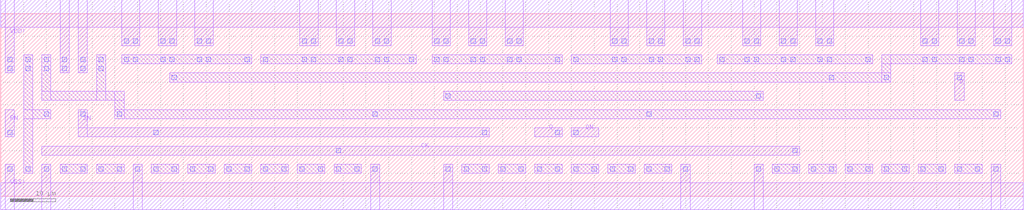
<source format=lef>
VERSION 5.7 ;
BUSBITCHARS "[]" ;
DIVIDERCHAR "/" ;

MACRO ADDFX1
  CLASS CORE ;
  ORIGIN 0 0 ;
  FOREIGN ADDFX1 0 0 ;
  SIZE 124 BY 40 ;
  SYMMETRY X Y ;
  SITE CoreSite ;
  PIN VSS!
    DIRECTION INOUT ;
    USE GROUND ;
    SHAPE ABUTMENT ;
    NETEXPR "VSS VSS!" ;
    PORT
      LAYER Metal1 ;
        RECT 0 -3 124 3 ;
        RECT 117 -3 119 7 ;
        RECT 97 -3 99 7 ;
        RECT 89 -3 91 7 ;
        RECT 81 -3 83 7 ;
        RECT 73 -3 75 7 ;
        RECT 37 9 47 11 ;
        RECT 45 -3 47 11 ;
        RECT 1 9 15 11 ;
        RECT 1 -3 3 11 ;
    END
  END VSS!
  PIN VDD!
    DIRECTION INOUT ;
    USE POWER ;
    SHAPE ABUTMENT ;
    NETEXPR "VDD VDD!" ;
    PORT
      LAYER Metal1 ;
        RECT 0 37 124 43 ;
        RECT 117 31 119 43 ;
        RECT 87 33 91 43 ;
        RECT 79 33 83 43 ;
        RECT 71 33 75 43 ;
        RECT 45 29 47 43 ;
        RECT 37 29 47 31 ;
        RECT 1 29 9 31 ;
        RECT 1 29 3 43 ;
    END
  END VDD!
  PIN B
    DIRECTION INPUT ;
    USE SIGNAL ;
    PORT
      LAYER Metal1 ;
        RECT 5 17 103 19 ;
    END
  END B
  PIN A
    DIRECTION INPUT ;
    USE SIGNAL ;
    PORT
      LAYER Metal1 ;
        RECT 9 13 95 15 ;
    END
  END A
  PIN SUM
    DIRECTION OUTPUT ;
    USE SIGNAL ;
    PORT
      LAYER Metal1 ;
        RECT 121 5 123 35 ;
    END
  END SUM
  PIN CIN
    DIRECTION INPUT ;
    USE SIGNAL ;
    PORT
      LAYER Metal1 ;
        RECT 17 21 111 23 ;
    END
  END CIN
  PIN COUT
    DIRECTION OUTPUT ;
    USE SIGNAL ;
    PORT
      LAYER Metal1 ;
        RECT 49 5 71 7 ;
        RECT 49 5 51 11 ;
    END
  END COUT
  OBS
    LAYER Metal1 ;
      RECT 113 5 115 35 ;
      RECT 61 25 63 33 ;
      RECT 57 25 119 27 ;
      RECT 109 29 111 35 ;
      RECT 103 29 111 31 ;
      RECT 65 29 67 33 ;
      RECT 65 29 99 31 ;
      RECT 29 25 33 31 ;
      RECT 21 25 47 27 ;
      RECT 105 5 111 7 ;
      RECT 97 9 107 11 ;
      RECT 95 33 107 35 ;
      RECT 65 9 91 11 ;
      RECT 57 9 63 11 ;
      RECT 49 31 55 35 ;
      RECT 5 33 41 35 ;
      RECT 29 5 39 7 ;
      RECT 21 9 35 11 ;
      RECT 13 29 25 31 ;
      RECT 5 5 23 7 ;
    LAYER Via1 ;
      RECT 121.5 5.5 122.5 6.5 ;
      RECT 121.5 31.5 122.5 32.5 ;
      RECT 121.5 33.5 122.5 34.5 ;
      RECT 117.5 5.5 118.5 6.5 ;
      RECT 117.5 25.5 118.5 26.5 ;
      RECT 117.5 31.5 118.5 32.5 ;
      RECT 117.5 33.5 118.5 34.5 ;
      RECT 113.5 5.5 114.5 6.5 ;
      RECT 113.5 31.5 114.5 32.5 ;
      RECT 113.5 33.5 114.5 34.5 ;
      RECT 109.5 5.5 110.5 6.5 ;
      RECT 109.5 21.5 110.5 22.5 ;
      RECT 109.5 31.5 110.5 32.5 ;
      RECT 109.5 33.5 110.5 34.5 ;
      RECT 105.5 5.5 106.5 6.5 ;
      RECT 105.5 9.5 106.5 10.5 ;
      RECT 105.5 29.5 106.5 30.5 ;
      RECT 105.5 33.5 106.5 34.5 ;
      RECT 103.5 29.5 104.5 30.5 ;
      RECT 103.5 33.5 104.5 34.5 ;
      RECT 101.5 17.5 102.5 18.5 ;
      RECT 97.5 5.5 98.5 6.5 ;
      RECT 97.5 9.5 98.5 10.5 ;
      RECT 97.5 29.5 98.5 30.5 ;
      RECT 97.5 33.5 98.5 34.5 ;
      RECT 95.5 29.5 96.5 30.5 ;
      RECT 95.5 33.5 96.5 34.5 ;
      RECT 93.5 13.5 94.5 14.5 ;
      RECT 89.5 5.5 90.5 6.5 ;
      RECT 89.5 9.5 90.5 10.5 ;
      RECT 89.5 29.5 90.5 30.5 ;
      RECT 89.5 33.5 90.5 34.5 ;
      RECT 87.5 29.5 88.5 30.5 ;
      RECT 87.5 33.5 88.5 34.5 ;
      RECT 85.5 21.5 86.5 22.5 ;
      RECT 81.5 5.5 82.5 6.5 ;
      RECT 81.5 9.5 82.5 10.5 ;
      RECT 81.5 29.5 82.5 30.5 ;
      RECT 81.5 33.5 82.5 34.5 ;
      RECT 79.5 29.5 80.5 30.5 ;
      RECT 79.5 33.5 80.5 34.5 ;
      RECT 77.5 17.5 78.5 18.5 ;
      RECT 73.5 5.5 74.5 6.5 ;
      RECT 73.5 9.5 74.5 10.5 ;
      RECT 73.5 29.5 74.5 30.5 ;
      RECT 73.5 33.5 74.5 34.5 ;
      RECT 71.5 29.5 72.5 30.5 ;
      RECT 71.5 33.5 72.5 34.5 ;
      RECT 69.5 13.5 70.5 14.5 ;
      RECT 65.5 9.5 66.5 10.5 ;
      RECT 65.5 29.5 66.5 30.5 ;
      RECT 65.5 31.5 66.5 32.5 ;
      RECT 61.5 9.5 62.5 10.5 ;
      RECT 61.5 29.5 62.5 30.5 ;
      RECT 61.5 31.5 62.5 32.5 ;
      RECT 57.5 9.5 58.5 10.5 ;
      RECT 57.5 25.5 58.5 26.5 ;
      RECT 53.5 5.5 54.5 6.5 ;
      RECT 53.5 31.5 54.5 32.5 ;
      RECT 53.5 33.5 54.5 34.5 ;
      RECT 49.5 5.5 50.5 6.5 ;
      RECT 49.5 31.5 50.5 32.5 ;
      RECT 49.5 33.5 50.5 34.5 ;
      RECT 45.5 5.5 46.5 6.5 ;
      RECT 45.5 25.5 46.5 26.5 ;
      RECT 45.5 31.5 46.5 32.5 ;
      RECT 45.5 33.5 46.5 34.5 ;
      RECT 43.5 13.5 44.5 14.5 ;
      RECT 39.5 29.5 40.5 30.5 ;
      RECT 39.5 33.5 40.5 34.5 ;
      RECT 37.5 5.5 38.5 6.5 ;
      RECT 37.5 9.5 38.5 10.5 ;
      RECT 37.5 29.5 38.5 30.5 ;
      RECT 37.5 33.5 38.5 34.5 ;
      RECT 33.5 9.5 34.5 10.5 ;
      RECT 33.5 25.5 34.5 26.5 ;
      RECT 31.5 29.5 32.5 30.5 ;
      RECT 31.5 33.5 32.5 34.5 ;
      RECT 29.5 5.5 30.5 6.5 ;
      RECT 29.5 9.5 30.5 10.5 ;
      RECT 29.5 29.5 30.5 30.5 ;
      RECT 29.5 33.5 30.5 34.5 ;
      RECT 25.5 17.5 26.5 18.5 ;
      RECT 25.5 21.5 26.5 22.5 ;
      RECT 23.5 25.5 24.5 26.5 ;
      RECT 23.5 29.5 24.5 30.5 ;
      RECT 21.5 5.5 22.5 6.5 ;
      RECT 21.5 9.5 22.5 10.5 ;
      RECT 21.5 25.5 22.5 26.5 ;
      RECT 21.5 29.5 22.5 30.5 ;
      RECT 17.5 21.5 18.5 22.5 ;
      RECT 15.5 29.5 16.5 30.5 ;
      RECT 15.5 33.5 16.5 34.5 ;
      RECT 13.5 5.5 14.5 6.5 ;
      RECT 13.5 9.5 14.5 10.5 ;
      RECT 13.5 29.5 14.5 30.5 ;
      RECT 13.5 33.5 14.5 34.5 ;
      RECT 9.5 13.5 10.5 14.5 ;
      RECT 7.5 29.5 8.5 30.5 ;
      RECT 7.5 33.5 8.5 34.5 ;
      RECT 5.5 5.5 6.5 6.5 ;
      RECT 5.5 9.5 6.5 10.5 ;
      RECT 5.5 17.5 6.5 18.5 ;
      RECT 5.5 29.5 6.5 30.5 ;
      RECT 5.5 33.5 6.5 34.5 ;
  END
END ADDFX1

MACRO ADDHX1
  CLASS CORE ;
  ORIGIN 0 0 ;
  FOREIGN ADDHX1 0 0 ;
  SIZE 56 BY 40 ;
  SYMMETRY X Y ;
  SITE CoreSite ;
  PIN VSS!
    DIRECTION INOUT ;
    USE GROUND ;
    SHAPE ABUTMENT ;
    NETEXPR "VSS VSS!" ;
    PORT
      LAYER Metal1 ;
        RECT 0 -3 56 3 ;
        RECT 49 -3 51 11 ;
        RECT 45 -3 47 11 ;
        RECT 33 -3 35 11 ;
        RECT 17 -3 19 11 ;
        RECT 1 -3 3 11 ;
    END
  END VSS!
  PIN VDD!
    DIRECTION INOUT ;
    USE POWER ;
    SHAPE ABUTMENT ;
    NETEXPR "VDD VDD!" ;
    PORT
      LAYER Metal1 ;
        RECT 0 37 56 43 ;
        RECT 49 27 51 43 ;
        RECT 33 27 35 43 ;
        RECT 29 27 31 43 ;
        RECT 17 27 19 43 ;
        RECT 13 27 15 43 ;
        RECT 1 27 3 43 ;
    END
  END VDD!
  PIN COUT
    DIRECTION OUTPUT ;
    USE SIGNAL ;
    PORT
      LAYER Metal1 ;
        RECT 21 9 23 31 ;
    END
  END COUT
  PIN SUM
    DIRECTION OUTPUT ;
    USE SIGNAL ;
    PORT
      LAYER Metal1 ;
        RECT 53 9 55 31 ;
    END
  END SUM
  PIN B
    DIRECTION INPUT ;
    USE SIGNAL ;
    PORT
      LAYER Metal1 ;
        RECT 5 13 11 15 ;
    END
  END B
  PIN A
    DIRECTION INPUT ;
    USE SIGNAL ;
    PORT
      LAYER Metal1 ;
        RECT 1 17 3 23 ;
    END
  END A
  OBS
    LAYER Metal1 ;
      RECT 45 17 47 31 ;
      RECT 25 9 27 31 ;
      RECT 25 17 51 19 ;
      RECT 29 13 43 15 ;
      RECT 41 9 43 15 ;
      RECT 37 9 39 15 ;
      RECT 29 9 31 15 ;
      RECT 5 27 11 31 ;
      RECT 9 17 11 31 ;
      RECT 9 17 19 19 ;
      RECT 13 9 15 19 ;
      RECT 37 27 43 31 ;
      RECT 5 9 11 11 ;
    LAYER Via1 ;
      RECT 53.5 9.5 54.5 10.5 ;
      RECT 53.5 27.5 54.5 28.5 ;
      RECT 53.5 29.5 54.5 30.5 ;
      RECT 49.5 9.5 50.5 10.5 ;
      RECT 49.5 17.5 50.5 18.5 ;
      RECT 49.5 27.5 50.5 28.5 ;
      RECT 49.5 29.5 50.5 30.5 ;
      RECT 45.5 9.5 46.5 10.5 ;
      RECT 45.5 27.5 46.5 28.5 ;
      RECT 45.5 29.5 46.5 30.5 ;
      RECT 41.5 9.5 42.5 10.5 ;
      RECT 41.5 27.5 42.5 28.5 ;
      RECT 41.5 29.5 42.5 30.5 ;
      RECT 37.5 9.5 38.5 10.5 ;
      RECT 37.5 27.5 38.5 28.5 ;
      RECT 37.5 29.5 38.5 30.5 ;
      RECT 33.5 9.5 34.5 10.5 ;
      RECT 33.5 27.5 34.5 28.5 ;
      RECT 33.5 29.5 34.5 30.5 ;
      RECT 29.5 9.5 30.5 10.5 ;
      RECT 29.5 27.5 30.5 28.5 ;
      RECT 29.5 29.5 30.5 30.5 ;
      RECT 25.5 9.5 26.5 10.5 ;
      RECT 25.5 27.5 26.5 28.5 ;
      RECT 25.5 29.5 26.5 30.5 ;
      RECT 21.5 9.5 22.5 10.5 ;
      RECT 21.5 27.5 22.5 28.5 ;
      RECT 21.5 29.5 22.5 30.5 ;
      RECT 17.5 9.5 18.5 10.5 ;
      RECT 17.5 17.5 18.5 18.5 ;
      RECT 17.5 27.5 18.5 28.5 ;
      RECT 17.5 29.5 18.5 30.5 ;
      RECT 13.5 9.5 14.5 10.5 ;
      RECT 13.5 27.5 14.5 28.5 ;
      RECT 13.5 29.5 14.5 30.5 ;
      RECT 9.5 9.5 10.5 10.5 ;
      RECT 9.5 13.5 10.5 14.5 ;
      RECT 9.5 27.5 10.5 28.5 ;
      RECT 9.5 29.5 10.5 30.5 ;
      RECT 5.5 9.5 6.5 10.5 ;
      RECT 5.5 27.5 6.5 28.5 ;
      RECT 5.5 29.5 6.5 30.5 ;
      RECT 1.5 9.5 2.5 10.5 ;
      RECT 1.5 17.5 2.5 18.5 ;
      RECT 1.5 27.5 2.5 28.5 ;
      RECT 1.5 29.5 2.5 30.5 ;
  END
END ADDHX1

MACRO AND2X1
  CLASS CORE ;
  ORIGIN 0 0 ;
  FOREIGN AND2X1 0 0 ;
  SIZE 24 BY 40 ;
  SYMMETRY X Y ;
  SITE CoreSite ;
  PIN YN
    DIRECTION OUTPUT ;
    USE SIGNAL ;
    PORT
      LAYER Metal1 ;
        RECT 5 25 19 27 ;
        RECT 13 5 15 35 ;
        RECT 5 25 7 35 ;
    END
  END YN
  PIN VDD!
    DIRECTION INOUT ;
    USE POWER ;
    SHAPE ABUTMENT ;
    NETEXPR "VDD VDD!" ;
    PORT
      LAYER Metal1 ;
        RECT 0 37 24 43 ;
        RECT 17 31 19 43 ;
        RECT 9 31 11 43 ;
        RECT 1 31 3 43 ;
    END
  END VDD!
  PIN A
    DIRECTION INPUT ;
    USE SIGNAL ;
    PORT
      LAYER Metal1 ;
        RECT 1 21 3 27 ;
    END
  END A
  PIN B
    DIRECTION INPUT ;
    USE SIGNAL ;
    PORT
      LAYER Metal1 ;
        RECT 9 13 11 19 ;
    END
  END B
  PIN Y
    DIRECTION OUTPUT ;
    USE SIGNAL ;
    PORT
      LAYER Metal1 ;
        RECT 21 5 23 35 ;
    END
  END Y
  PIN VSS!
    DIRECTION INOUT ;
    USE GROUND ;
    SHAPE ABUTMENT ;
    NETEXPR "VSS VSS!" ;
    PORT
      LAYER Metal1 ;
        RECT 0 -3 24 3 ;
        RECT 17 -3 19 7 ;
        RECT 1 -3 3 7 ;
    END
  END VSS!
  OBS
    LAYER Metal1 ;
      RECT 5 5 11 7 ;
    LAYER Via1 ;
      RECT 21.5 5.5 22.5 6.5 ;
      RECT 21.5 31.5 22.5 32.5 ;
      RECT 21.5 33.5 22.5 34.5 ;
      RECT 17.5 5.5 18.5 6.5 ;
      RECT 17.5 25.5 18.5 26.5 ;
      RECT 17.5 31.5 18.5 32.5 ;
      RECT 17.5 33.5 18.5 34.5 ;
      RECT 13.5 5.5 14.5 6.5 ;
      RECT 13.5 31.5 14.5 32.5 ;
      RECT 13.5 33.5 14.5 34.5 ;
      RECT 9.5 5.5 10.5 6.5 ;
      RECT 9.5 13.5 10.5 14.5 ;
      RECT 9.5 31.5 10.5 32.5 ;
      RECT 9.5 33.5 10.5 34.5 ;
      RECT 5.5 5.5 6.5 6.5 ;
      RECT 5.5 31.5 6.5 32.5 ;
      RECT 5.5 33.5 6.5 34.5 ;
      RECT 1.5 5.5 2.5 6.5 ;
      RECT 1.5 21.5 2.5 22.5 ;
      RECT 1.5 31.5 2.5 32.5 ;
      RECT 1.5 33.5 2.5 34.5 ;
  END
END AND2X1

MACRO AND3X1
  CLASS CORE ;
  ORIGIN 0 0 ;
  FOREIGN AND3X1 0 0 ;
  SIZE 32 BY 40 ;
  SYMMETRY X Y ;
  SITE CoreSite ;
  PIN YN
    DIRECTION OUTPUT ;
    USE SIGNAL ;
    PORT
      LAYER Metal1 ;
        RECT 5 25 27 27 ;
        RECT 21 5 23 35 ;
        RECT 13 25 15 35 ;
        RECT 5 25 7 35 ;
    END
  END YN
  PIN VDD!
    DIRECTION INOUT ;
    USE POWER ;
    SHAPE ABUTMENT ;
    NETEXPR "VDD VDD!" ;
    PORT
      LAYER Metal1 ;
        RECT 0 37 32 43 ;
        RECT 25 31 27 43 ;
        RECT 17 31 19 43 ;
        RECT 9 31 11 43 ;
        RECT 1 31 3 43 ;
    END
  END VDD!
  PIN A
    DIRECTION INPUT ;
    USE SIGNAL ;
    PORT
      LAYER Metal1 ;
        RECT 1 21 3 27 ;
    END
  END A
  PIN B
    DIRECTION INPUT ;
    USE SIGNAL ;
    PORT
      LAYER Metal1 ;
        RECT 9 13 11 19 ;
    END
  END B
  PIN C
    DIRECTION INPUT ;
    USE SIGNAL ;
    PORT
      LAYER Metal1 ;
        RECT 17 9 19 15 ;
    END
  END C
  PIN Y
    DIRECTION OUTPUT ;
    USE SIGNAL ;
    PORT
      LAYER Metal1 ;
        RECT 29 5 31 35 ;
    END
  END Y
  PIN VSS!
    DIRECTION INOUT ;
    USE GROUND ;
    SHAPE ABUTMENT ;
    NETEXPR "VSS VSS!" ;
    PORT
      LAYER Metal1 ;
        RECT 0 -3 32 3 ;
        RECT 25 -3 27 7 ;
        RECT 1 -3 3 7 ;
    END
  END VSS!
  OBS
    LAYER Metal1 ;
      RECT 13 5 19 7 ;
      RECT 5 5 11 7 ;
    LAYER Via1 ;
      RECT 29.5 5.5 30.5 6.5 ;
      RECT 29.5 31.5 30.5 32.5 ;
      RECT 29.5 33.5 30.5 34.5 ;
      RECT 25.5 5.5 26.5 6.5 ;
      RECT 25.5 25.5 26.5 26.5 ;
      RECT 25.5 31.5 26.5 32.5 ;
      RECT 25.5 33.5 26.5 34.5 ;
      RECT 21.5 5.5 22.5 6.5 ;
      RECT 21.5 31.5 22.5 32.5 ;
      RECT 21.5 33.5 22.5 34.5 ;
      RECT 17.5 5.5 18.5 6.5 ;
      RECT 17.5 13.5 18.5 14.5 ;
      RECT 17.5 31.5 18.5 32.5 ;
      RECT 17.5 33.5 18.5 34.5 ;
      RECT 13.5 5.5 14.5 6.5 ;
      RECT 13.5 31.5 14.5 32.5 ;
      RECT 13.5 33.5 14.5 34.5 ;
      RECT 9.5 5.5 10.5 6.5 ;
      RECT 9.5 13.5 10.5 14.5 ;
      RECT 9.5 31.5 10.5 32.5 ;
      RECT 9.5 33.5 10.5 34.5 ;
      RECT 5.5 5.5 6.5 6.5 ;
      RECT 5.5 31.5 6.5 32.5 ;
      RECT 5.5 33.5 6.5 34.5 ;
      RECT 1.5 5.5 2.5 6.5 ;
      RECT 1.5 21.5 2.5 22.5 ;
      RECT 1.5 31.5 2.5 32.5 ;
      RECT 1.5 33.5 2.5 34.5 ;
  END
END AND3X1

MACRO AND4X1
  CLASS CORE ;
  ORIGIN 0 0 ;
  FOREIGN AND4X1 0 0 ;
  SIZE 40 BY 40 ;
  SYMMETRY X Y ;
  SITE CoreSite ;
  PIN YN
    DIRECTION OUTPUT ;
    USE SIGNAL ;
    PORT
      LAYER Metal1 ;
        RECT 5 25 35 27 ;
        RECT 29 5 31 35 ;
        RECT 21 25 23 35 ;
        RECT 13 25 15 35 ;
        RECT 5 25 7 35 ;
    END
  END YN
  PIN VDD!
    DIRECTION INOUT ;
    USE POWER ;
    SHAPE ABUTMENT ;
    NETEXPR "VDD VDD!" ;
    PORT
      LAYER Metal1 ;
        RECT 0 37 40 43 ;
        RECT 33 31 35 43 ;
        RECT 25 31 27 43 ;
        RECT 17 31 19 43 ;
        RECT 9 31 11 43 ;
        RECT 1 31 3 43 ;
    END
  END VDD!
  PIN A
    DIRECTION INPUT ;
    USE SIGNAL ;
    PORT
      LAYER Metal1 ;
        RECT 1 21 3 27 ;
    END
  END A
  PIN B
    DIRECTION INPUT ;
    USE SIGNAL ;
    PORT
      LAYER Metal1 ;
        RECT 9 17 15 19 ;
    END
  END B
  PIN C
    DIRECTION INPUT ;
    USE SIGNAL ;
    PORT
      LAYER Metal1 ;
        RECT 17 13 19 19 ;
    END
  END C
  PIN D
    DIRECTION INPUT ;
    USE SIGNAL ;
    PORT
      LAYER Metal1 ;
        RECT 25 9 27 15 ;
    END
  END D
  PIN Y
    DIRECTION OUTPUT ;
    USE SIGNAL ;
    PORT
      LAYER Metal1 ;
        RECT 37 5 39 35 ;
    END
  END Y
  PIN VSS!
    DIRECTION INOUT ;
    USE GROUND ;
    SHAPE ABUTMENT ;
    NETEXPR "VSS VSS!" ;
    PORT
      LAYER Metal1 ;
        RECT 0 -3 40 3 ;
        RECT 33 -3 35 7 ;
        RECT 1 -3 3 7 ;
    END
  END VSS!
  OBS
    LAYER Metal1 ;
      RECT 21 5 27 7 ;
      RECT 13 5 19 7 ;
      RECT 5 5 11 7 ;
    LAYER Via1 ;
      RECT 37.5 5.5 38.5 6.5 ;
      RECT 37.5 31.5 38.5 32.5 ;
      RECT 37.5 33.5 38.5 34.5 ;
      RECT 33.5 5.5 34.5 6.5 ;
      RECT 33.5 25.5 34.5 26.5 ;
      RECT 33.5 31.5 34.5 32.5 ;
      RECT 33.5 33.5 34.5 34.5 ;
      RECT 29.5 5.5 30.5 6.5 ;
      RECT 29.5 31.5 30.5 32.5 ;
      RECT 29.5 33.5 30.5 34.5 ;
      RECT 25.5 5.5 26.5 6.5 ;
      RECT 25.5 13.5 26.5 14.5 ;
      RECT 25.5 31.5 26.5 32.5 ;
      RECT 25.5 33.5 26.5 34.5 ;
      RECT 21.5 5.5 22.5 6.5 ;
      RECT 21.5 31.5 22.5 32.5 ;
      RECT 21.5 33.5 22.5 34.5 ;
      RECT 17.5 5.5 18.5 6.5 ;
      RECT 17.5 17.5 18.5 18.5 ;
      RECT 17.5 31.5 18.5 32.5 ;
      RECT 17.5 33.5 18.5 34.5 ;
      RECT 13.5 5.5 14.5 6.5 ;
      RECT 13.5 17.5 14.5 18.5 ;
      RECT 13.5 31.5 14.5 32.5 ;
      RECT 13.5 33.5 14.5 34.5 ;
      RECT 9.5 5.5 10.5 6.5 ;
      RECT 9.5 31.5 10.5 32.5 ;
      RECT 9.5 33.5 10.5 34.5 ;
      RECT 5.5 5.5 6.5 6.5 ;
      RECT 5.5 31.5 6.5 32.5 ;
      RECT 5.5 33.5 6.5 34.5 ;
      RECT 1.5 5.5 2.5 6.5 ;
      RECT 1.5 25.5 2.5 26.5 ;
      RECT 1.5 31.5 2.5 32.5 ;
      RECT 1.5 33.5 2.5 34.5 ;
  END
END AND4X1

MACRO AO21X1
  CLASS CORE ;
  ORIGIN 0 0 ;
  FOREIGN AO21X1 0 0 ;
  SIZE 32 BY 40 ;
  SYMMETRY X Y ;
  SITE CoreSite ;
  PIN VSS!
    DIRECTION INOUT ;
    USE GROUND ;
    SHAPE ABUTMENT ;
    NETEXPR "VSS VSS!" ;
    PORT
      LAYER Metal1 ;
        RECT 0 -3 32 3 ;
        RECT 25 -3 27 7 ;
        RECT 21 -3 23 7 ;
        RECT 1 -3 3 7 ;
    END
  END VSS!
  PIN B
    DIRECTION INPUT ;
    USE SIGNAL ;
    PORT
      LAYER Metal1 ;
        RECT 13 9 15 15 ;
    END
  END B
  PIN Y
    DIRECTION OUTPUT ;
    USE SIGNAL ;
    PORT
      LAYER Metal1 ;
        RECT 29 5 31 31 ;
    END
  END Y
  PIN A
    DIRECTION INPUT ;
    USE SIGNAL ;
    PORT
      LAYER Metal1 ;
        RECT 17 9 19 15 ;
    END
  END A
  PIN C
    DIRECTION INPUT ;
    USE SIGNAL ;
    PORT
      LAYER Metal1 ;
        RECT 1 13 3 19 ;
    END
  END C
  PIN VDD!
    DIRECTION INOUT ;
    USE POWER ;
    SHAPE ABUTMENT ;
    NETEXPR "VDD VDD!" ;
    PORT
      LAYER Metal1 ;
        RECT 0 37 32 43 ;
        RECT 25 27 27 43 ;
        RECT 1 27 3 43 ;
    END
  END VDD!
  PIN YN
    DIRECTION OUTPUT ;
    USE SIGNAL ;
    PORT
      LAYER Metal1 ;
        RECT 9 17 27 19 ;
        RECT 21 17 23 31 ;
        RECT 9 5 11 31 ;
        RECT 5 5 11 7 ;
    END
  END YN
  OBS
    LAYER Metal1 ;
      RECT 5 33 19 35 ;
      RECT 17 27 19 35 ;
      RECT 13 27 15 35 ;
      RECT 5 27 7 35 ;
      RECT 13 5 19 7 ;
    LAYER Via1 ;
      RECT 29.5 5.5 30.5 6.5 ;
      RECT 29.5 27.5 30.5 28.5 ;
      RECT 29.5 29.5 30.5 30.5 ;
      RECT 25.5 5.5 26.5 6.5 ;
      RECT 25.5 17.5 26.5 18.5 ;
      RECT 25.5 27.5 26.5 28.5 ;
      RECT 25.5 29.5 26.5 30.5 ;
      RECT 21.5 5.5 22.5 6.5 ;
      RECT 21.5 27.5 22.5 28.5 ;
      RECT 21.5 29.5 22.5 30.5 ;
      RECT 17.5 5.5 18.5 6.5 ;
      RECT 17.5 13.5 18.5 14.5 ;
      RECT 17.5 27.5 18.5 28.5 ;
      RECT 17.5 29.5 18.5 30.5 ;
      RECT 13.5 5.5 14.5 6.5 ;
      RECT 13.5 9.5 14.5 10.5 ;
      RECT 13.5 27.5 14.5 28.5 ;
      RECT 13.5 29.5 14.5 30.5 ;
      RECT 9.5 5.5 10.5 6.5 ;
      RECT 9.5 27.5 10.5 28.5 ;
      RECT 9.5 29.5 10.5 30.5 ;
      RECT 5.5 5.5 6.5 6.5 ;
      RECT 5.5 27.5 6.5 28.5 ;
      RECT 5.5 29.5 6.5 30.5 ;
      RECT 1.5 5.5 2.5 6.5 ;
      RECT 1.5 13.5 2.5 14.5 ;
      RECT 1.5 27.5 2.5 28.5 ;
      RECT 1.5 29.5 2.5 30.5 ;
  END
END AO21X1

MACRO AOI21X1
  CLASS CORE ;
  ORIGIN 0 0 ;
  FOREIGN AOI21X1 0 0 ;
  SIZE 24 BY 40 ;
  SYMMETRY X Y ;
  SITE CoreSite ;
  PIN VSS!
    DIRECTION INOUT ;
    USE GROUND ;
    SHAPE ABUTMENT ;
    NETEXPR "VSS VSS!" ;
    PORT
      LAYER Metal1 ;
        RECT 0 -3 24 3 ;
        RECT 21 -3 23 7 ;
        RECT 1 -3 3 7 ;
    END
  END VSS!
  PIN B
    DIRECTION INPUT ;
    USE SIGNAL ;
    PORT
      LAYER Metal1 ;
        RECT 13 9 15 15 ;
    END
  END B
  PIN Y
    DIRECTION OUTPUT ;
    USE SIGNAL ;
    PORT
      LAYER Metal1 ;
        RECT 21 17 23 31 ;
        RECT 9 17 23 19 ;
        RECT 9 5 11 31 ;
        RECT 5 5 11 7 ;
    END
  END Y
  PIN A
    DIRECTION INPUT ;
    USE SIGNAL ;
    PORT
      LAYER Metal1 ;
        RECT 17 9 19 15 ;
    END
  END A
  PIN C
    DIRECTION INPUT ;
    USE SIGNAL ;
    PORT
      LAYER Metal1 ;
        RECT 1 13 3 19 ;
    END
  END C
  PIN VDD!
    DIRECTION INOUT ;
    USE POWER ;
    SHAPE ABUTMENT ;
    NETEXPR "VDD VDD!" ;
    PORT
      LAYER Metal1 ;
        RECT 0 37 24 43 ;
        RECT 1 27 3 43 ;
    END
  END VDD!
  OBS
    LAYER Metal1 ;
      RECT 5 33 19 35 ;
      RECT 17 27 19 35 ;
      RECT 13 27 15 35 ;
      RECT 5 27 7 35 ;
      RECT 13 5 19 7 ;
    LAYER Via1 ;
      RECT 21.5 5.5 22.5 6.5 ;
      RECT 21.5 27.5 22.5 28.5 ;
      RECT 21.5 29.5 22.5 30.5 ;
      RECT 17.5 5.5 18.5 6.5 ;
      RECT 17.5 13.5 18.5 14.5 ;
      RECT 17.5 27.5 18.5 28.5 ;
      RECT 17.5 29.5 18.5 30.5 ;
      RECT 13.5 5.5 14.5 6.5 ;
      RECT 13.5 9.5 14.5 10.5 ;
      RECT 13.5 27.5 14.5 28.5 ;
      RECT 13.5 29.5 14.5 30.5 ;
      RECT 9.5 5.5 10.5 6.5 ;
      RECT 9.5 27.5 10.5 28.5 ;
      RECT 9.5 29.5 10.5 30.5 ;
      RECT 5.5 5.5 6.5 6.5 ;
      RECT 5.5 27.5 6.5 28.5 ;
      RECT 5.5 29.5 6.5 30.5 ;
      RECT 1.5 5.5 2.5 6.5 ;
      RECT 1.5 13.5 2.5 14.5 ;
      RECT 1.5 27.5 2.5 28.5 ;
      RECT 1.5 29.5 2.5 30.5 ;
  END
END AOI21X1

MACRO BUFX16
  CLASS CORE ;
  ORIGIN 0 0 ;
  FOREIGN BUFX16 0 0 ;
  SIZE 56 BY 40 ;
  SYMMETRY X Y ;
  SITE CoreSite ;
  PIN VDD!
    DIRECTION INOUT ;
    USE POWER ;
    SHAPE ABUTMENT ;
    NETEXPR "VDD VDD!" ;
    PORT
      LAYER Metal1 ;
        RECT 0 37 56 43 ;
        RECT 53 27 55 43 ;
        RECT 45 27 47 43 ;
        RECT 37 27 39 43 ;
        RECT 29 27 31 43 ;
        RECT 21 27 23 43 ;
        RECT 17 27 19 43 ;
        RECT 9 27 11 43 ;
        RECT 1 27 3 43 ;
    END
  END VDD!
  PIN A
    DIRECTION INPUT ;
    USE SIGNAL ;
    PORT
      LAYER Metal1 ;
        RECT 1 13 3 19 ;
    END
  END A
  PIN Y
    DIRECTION OUTPUT ;
    USE SIGNAL ;
    PORT
      LAYER Metal1 ;
        RECT 49 5 51 35 ;
        RECT 25 17 51 19 ;
        RECT 41 5 43 35 ;
        RECT 33 5 35 35 ;
        RECT 25 5 27 35 ;
    END
  END Y
  PIN VSS!
    DIRECTION INOUT ;
    USE GROUND ;
    SHAPE ABUTMENT ;
    NETEXPR "VSS VSS!" ;
    PORT
      LAYER Metal1 ;
        RECT 0 -3 56 3 ;
        RECT 53 -3 55 9 ;
        RECT 45 -3 47 9 ;
        RECT 37 -3 39 9 ;
        RECT 29 -3 31 9 ;
        RECT 21 -3 23 9 ;
        RECT 17 -3 19 9 ;
        RECT 9 -3 11 9 ;
        RECT 1 -3 3 9 ;
    END
  END VSS!
  OBS
    LAYER Metal1 ;
      RECT 13 5 15 35 ;
      RECT 5 5 7 35 ;
      RECT 5 13 23 15 ;
    LAYER Via1 ;
      RECT 53.5 5.5 54.5 6.5 ;
      RECT 53.5 7.5 54.5 8.5 ;
      RECT 53.5 27.5 54.5 28.5 ;
      RECT 53.5 29.5 54.5 30.5 ;
      RECT 53.5 31.5 54.5 32.5 ;
      RECT 53.5 33.5 54.5 34.5 ;
      RECT 49.5 5.5 50.5 6.5 ;
      RECT 49.5 7.5 50.5 8.5 ;
      RECT 49.5 27.5 50.5 28.5 ;
      RECT 49.5 29.5 50.5 30.5 ;
      RECT 49.5 31.5 50.5 32.5 ;
      RECT 49.5 33.5 50.5 34.5 ;
      RECT 45.5 5.5 46.5 6.5 ;
      RECT 45.5 7.5 46.5 8.5 ;
      RECT 45.5 27.5 46.5 28.5 ;
      RECT 45.5 29.5 46.5 30.5 ;
      RECT 45.5 31.5 46.5 32.5 ;
      RECT 45.5 33.5 46.5 34.5 ;
      RECT 41.5 5.5 42.5 6.5 ;
      RECT 41.5 7.5 42.5 8.5 ;
      RECT 41.5 27.5 42.5 28.5 ;
      RECT 41.5 29.5 42.5 30.5 ;
      RECT 41.5 31.5 42.5 32.5 ;
      RECT 41.5 33.5 42.5 34.5 ;
      RECT 37.5 5.5 38.5 6.5 ;
      RECT 37.5 7.5 38.5 8.5 ;
      RECT 37.5 27.5 38.5 28.5 ;
      RECT 37.5 29.5 38.5 30.5 ;
      RECT 37.5 31.5 38.5 32.5 ;
      RECT 37.5 33.5 38.5 34.5 ;
      RECT 33.5 5.5 34.5 6.5 ;
      RECT 33.5 7.5 34.5 8.5 ;
      RECT 33.5 27.5 34.5 28.5 ;
      RECT 33.5 29.5 34.5 30.5 ;
      RECT 33.5 31.5 34.5 32.5 ;
      RECT 33.5 33.5 34.5 34.5 ;
      RECT 29.5 5.5 30.5 6.5 ;
      RECT 29.5 7.5 30.5 8.5 ;
      RECT 29.5 27.5 30.5 28.5 ;
      RECT 29.5 29.5 30.5 30.5 ;
      RECT 29.5 31.5 30.5 32.5 ;
      RECT 29.5 33.5 30.5 34.5 ;
      RECT 25.5 5.5 26.5 6.5 ;
      RECT 25.5 7.5 26.5 8.5 ;
      RECT 25.5 27.5 26.5 28.5 ;
      RECT 25.5 29.5 26.5 30.5 ;
      RECT 25.5 31.5 26.5 32.5 ;
      RECT 25.5 33.5 26.5 34.5 ;
      RECT 21.5 5.5 22.5 6.5 ;
      RECT 21.5 7.5 22.5 8.5 ;
      RECT 21.5 13.5 22.5 14.5 ;
      RECT 21.5 27.5 22.5 28.5 ;
      RECT 21.5 29.5 22.5 30.5 ;
      RECT 21.5 31.5 22.5 32.5 ;
      RECT 21.5 33.5 22.5 34.5 ;
      RECT 17.5 5.5 18.5 6.5 ;
      RECT 17.5 7.5 18.5 8.5 ;
      RECT 17.5 27.5 18.5 28.5 ;
      RECT 17.5 29.5 18.5 30.5 ;
      RECT 17.5 31.5 18.5 32.5 ;
      RECT 17.5 33.5 18.5 34.5 ;
      RECT 13.5 5.5 14.5 6.5 ;
      RECT 13.5 7.5 14.5 8.5 ;
      RECT 13.5 27.5 14.5 28.5 ;
      RECT 13.5 29.5 14.5 30.5 ;
      RECT 13.5 31.5 14.5 32.5 ;
      RECT 13.5 33.5 14.5 34.5 ;
      RECT 9.5 5.5 10.5 6.5 ;
      RECT 9.5 7.5 10.5 8.5 ;
      RECT 9.5 27.5 10.5 28.5 ;
      RECT 9.5 29.5 10.5 30.5 ;
      RECT 9.5 31.5 10.5 32.5 ;
      RECT 9.5 33.5 10.5 34.5 ;
      RECT 5.5 5.5 6.5 6.5 ;
      RECT 5.5 7.5 6.5 8.5 ;
      RECT 5.5 27.5 6.5 28.5 ;
      RECT 5.5 29.5 6.5 30.5 ;
      RECT 5.5 31.5 6.5 32.5 ;
      RECT 5.5 33.5 6.5 34.5 ;
      RECT 1.5 5.5 2.5 6.5 ;
      RECT 1.5 7.5 2.5 8.5 ;
      RECT 1.5 17.5 2.5 18.5 ;
      RECT 1.5 27.5 2.5 28.5 ;
      RECT 1.5 29.5 2.5 30.5 ;
      RECT 1.5 31.5 2.5 32.5 ;
      RECT 1.5 33.5 2.5 34.5 ;
  END
END BUFX16

MACRO BUFX2
  CLASS CORE ;
  ORIGIN 0 0 ;
  FOREIGN BUFX2 0 0 ;
  SIZE 16 BY 40 ;
  SYMMETRY X Y ;
  SITE CoreSite ;
  PIN VDD!
    DIRECTION INOUT ;
    USE POWER ;
    SHAPE ABUTMENT ;
    NETEXPR "VDD VDD!" ;
    PORT
      LAYER Metal1 ;
        RECT 0 37 16 43 ;
        RECT 9 27 11 43 ;
        RECT 1 31 3 43 ;
    END
  END VDD!
  PIN A
    DIRECTION INPUT ;
    USE SIGNAL ;
    PORT
      LAYER Metal1 ;
        RECT 1 17 3 23 ;
    END
  END A
  PIN Y
    DIRECTION OUTPUT ;
    USE SIGNAL ;
    PORT
      LAYER Metal1 ;
        RECT 13 5 15 35 ;
    END
  END Y
  PIN VSS!
    DIRECTION INOUT ;
    USE GROUND ;
    SHAPE ABUTMENT ;
    NETEXPR "VSS VSS!" ;
    PORT
      LAYER Metal1 ;
        RECT 0 -3 16 3 ;
        RECT 9 -3 11 9 ;
        RECT 1 -3 3 7 ;
    END
  END VSS!
  OBS
    LAYER Metal1 ;
      RECT 5 5 7 35 ;
      RECT 5 17 11 19 ;
    LAYER Via1 ;
      RECT 13.5 5.5 14.5 6.5 ;
      RECT 13.5 7.5 14.5 8.5 ;
      RECT 13.5 27.5 14.5 28.5 ;
      RECT 13.5 29.5 14.5 30.5 ;
      RECT 13.5 31.5 14.5 32.5 ;
      RECT 13.5 33.5 14.5 34.5 ;
      RECT 9.5 5.5 10.5 6.5 ;
      RECT 9.5 7.5 10.5 8.5 ;
      RECT 9.5 17.5 10.5 18.5 ;
      RECT 9.5 27.5 10.5 28.5 ;
      RECT 9.5 29.5 10.5 30.5 ;
      RECT 9.5 31.5 10.5 32.5 ;
      RECT 9.5 33.5 10.5 34.5 ;
      RECT 5.5 5.5 6.5 6.5 ;
      RECT 5.5 31.5 6.5 32.5 ;
      RECT 5.5 33.5 6.5 34.5 ;
      RECT 1.5 5.5 2.5 6.5 ;
      RECT 1.5 21.5 2.5 22.5 ;
      RECT 1.5 31.5 2.5 32.5 ;
      RECT 1.5 33.5 2.5 34.5 ;
  END
END BUFX2

MACRO BUFX27
  CLASS CORE ;
  ORIGIN 0 0 ;
  FOREIGN BUFX27 0 0 ;
  SIZE 56 BY 40 ;
  SYMMETRY X Y ;
  SITE CoreSite ;
  PIN VDD!
    DIRECTION INOUT ;
    USE POWER ;
    SHAPE ABUTMENT ;
    NETEXPR "VDD VDD!" ;
    PORT
      LAYER Metal1 ;
        RECT 0 37 56 43 ;
        RECT 49 23 51 43 ;
        RECT 41 23 43 43 ;
        RECT 33 23 35 43 ;
        RECT 25 23 27 43 ;
        RECT 17 23 19 43 ;
        RECT 9 23 11 43 ;
        RECT 1 23 3 43 ;
    END
  END VDD!
  PIN A
    DIRECTION INPUT ;
    USE SIGNAL ;
    PORT
      LAYER Metal1 ;
        RECT 1 13 3 19 ;
    END
  END A
  PIN Y
    DIRECTION OUTPUT ;
    USE SIGNAL ;
    PORT
      LAYER Metal1 ;
        RECT 53 5 55 35 ;
        RECT 21 13 55 15 ;
        RECT 45 5 47 35 ;
        RECT 37 5 39 35 ;
        RECT 29 5 31 35 ;
        RECT 21 5 23 35 ;
    END
  END Y
  PIN VSS!
    DIRECTION INOUT ;
    USE GROUND ;
    SHAPE ABUTMENT ;
    NETEXPR "VSS VSS!" ;
    PORT
      LAYER Metal1 ;
        RECT 0 -3 56 3 ;
        RECT 49 -3 51 11 ;
        RECT 41 -3 43 11 ;
        RECT 33 -3 35 11 ;
        RECT 25 -3 27 11 ;
        RECT 17 -3 19 11 ;
        RECT 9 -3 11 11 ;
        RECT 1 -3 3 11 ;
    END
  END VSS!
  OBS
    LAYER Metal1 ;
      RECT 13 5 15 35 ;
      RECT 5 5 7 35 ;
      RECT 5 17 19 19 ;
    LAYER Via1 ;
      RECT 53.5 5.5 54.5 6.5 ;
      RECT 53.5 7.5 54.5 8.5 ;
      RECT 53.5 9.5 54.5 10.5 ;
      RECT 53.5 23.5 54.5 24.5 ;
      RECT 53.5 25.5 54.5 26.5 ;
      RECT 53.5 27.5 54.5 28.5 ;
      RECT 53.5 29.5 54.5 30.5 ;
      RECT 53.5 31.5 54.5 32.5 ;
      RECT 53.5 33.5 54.5 34.5 ;
      RECT 49.5 5.5 50.5 6.5 ;
      RECT 49.5 7.5 50.5 8.5 ;
      RECT 49.5 9.5 50.5 10.5 ;
      RECT 49.5 23.5 50.5 24.5 ;
      RECT 49.5 25.5 50.5 26.5 ;
      RECT 49.5 27.5 50.5 28.5 ;
      RECT 49.5 29.5 50.5 30.5 ;
      RECT 49.5 31.5 50.5 32.5 ;
      RECT 49.5 33.5 50.5 34.5 ;
      RECT 45.5 5.5 46.5 6.5 ;
      RECT 45.5 7.5 46.5 8.5 ;
      RECT 45.5 9.5 46.5 10.5 ;
      RECT 45.5 23.5 46.5 24.5 ;
      RECT 45.5 25.5 46.5 26.5 ;
      RECT 45.5 27.5 46.5 28.5 ;
      RECT 45.5 29.5 46.5 30.5 ;
      RECT 45.5 31.5 46.5 32.5 ;
      RECT 45.5 33.5 46.5 34.5 ;
      RECT 41.5 5.5 42.5 6.5 ;
      RECT 41.5 7.5 42.5 8.5 ;
      RECT 41.5 9.5 42.5 10.5 ;
      RECT 41.5 23.5 42.5 24.5 ;
      RECT 41.5 25.5 42.5 26.5 ;
      RECT 41.5 27.5 42.5 28.5 ;
      RECT 41.5 29.5 42.5 30.5 ;
      RECT 41.5 31.5 42.5 32.5 ;
      RECT 41.5 33.5 42.5 34.5 ;
      RECT 37.5 5.5 38.5 6.5 ;
      RECT 37.5 7.5 38.5 8.5 ;
      RECT 37.5 9.5 38.5 10.5 ;
      RECT 37.5 23.5 38.5 24.5 ;
      RECT 37.5 25.5 38.5 26.5 ;
      RECT 37.5 27.5 38.5 28.5 ;
      RECT 37.5 29.5 38.5 30.5 ;
      RECT 37.5 31.5 38.5 32.5 ;
      RECT 37.5 33.5 38.5 34.5 ;
      RECT 33.5 5.5 34.5 6.5 ;
      RECT 33.5 7.5 34.5 8.5 ;
      RECT 33.5 9.5 34.5 10.5 ;
      RECT 33.5 23.5 34.5 24.5 ;
      RECT 33.5 25.5 34.5 26.5 ;
      RECT 33.5 27.5 34.5 28.5 ;
      RECT 33.5 29.5 34.5 30.5 ;
      RECT 33.5 31.5 34.5 32.5 ;
      RECT 33.5 33.5 34.5 34.5 ;
      RECT 29.5 5.5 30.5 6.5 ;
      RECT 29.5 7.5 30.5 8.5 ;
      RECT 29.5 9.5 30.5 10.5 ;
      RECT 29.5 23.5 30.5 24.5 ;
      RECT 29.5 25.5 30.5 26.5 ;
      RECT 29.5 27.5 30.5 28.5 ;
      RECT 29.5 29.5 30.5 30.5 ;
      RECT 29.5 31.5 30.5 32.5 ;
      RECT 29.5 33.5 30.5 34.5 ;
      RECT 25.5 5.5 26.5 6.5 ;
      RECT 25.5 7.5 26.5 8.5 ;
      RECT 25.5 9.5 26.5 10.5 ;
      RECT 25.5 23.5 26.5 24.5 ;
      RECT 25.5 25.5 26.5 26.5 ;
      RECT 25.5 27.5 26.5 28.5 ;
      RECT 25.5 29.5 26.5 30.5 ;
      RECT 25.5 31.5 26.5 32.5 ;
      RECT 25.5 33.5 26.5 34.5 ;
      RECT 21.5 5.5 22.5 6.5 ;
      RECT 21.5 7.5 22.5 8.5 ;
      RECT 21.5 9.5 22.5 10.5 ;
      RECT 21.5 23.5 22.5 24.5 ;
      RECT 21.5 25.5 22.5 26.5 ;
      RECT 21.5 27.5 22.5 28.5 ;
      RECT 21.5 29.5 22.5 30.5 ;
      RECT 21.5 31.5 22.5 32.5 ;
      RECT 21.5 33.5 22.5 34.5 ;
      RECT 17.5 5.5 18.5 6.5 ;
      RECT 17.5 7.5 18.5 8.5 ;
      RECT 17.5 9.5 18.5 10.5 ;
      RECT 17.5 17.5 18.5 18.5 ;
      RECT 17.5 23.5 18.5 24.5 ;
      RECT 17.5 25.5 18.5 26.5 ;
      RECT 17.5 27.5 18.5 28.5 ;
      RECT 17.5 29.5 18.5 30.5 ;
      RECT 17.5 31.5 18.5 32.5 ;
      RECT 17.5 33.5 18.5 34.5 ;
      RECT 13.5 5.5 14.5 6.5 ;
      RECT 13.5 7.5 14.5 8.5 ;
      RECT 13.5 9.5 14.5 10.5 ;
      RECT 13.5 23.5 14.5 24.5 ;
      RECT 13.5 25.5 14.5 26.5 ;
      RECT 13.5 27.5 14.5 28.5 ;
      RECT 13.5 29.5 14.5 30.5 ;
      RECT 13.5 31.5 14.5 32.5 ;
      RECT 13.5 33.5 14.5 34.5 ;
      RECT 9.5 5.5 10.5 6.5 ;
      RECT 9.5 7.5 10.5 8.5 ;
      RECT 9.5 9.5 10.5 10.5 ;
      RECT 9.5 23.5 10.5 24.5 ;
      RECT 9.5 25.5 10.5 26.5 ;
      RECT 9.5 27.5 10.5 28.5 ;
      RECT 9.5 29.5 10.5 30.5 ;
      RECT 9.5 31.5 10.5 32.5 ;
      RECT 9.5 33.5 10.5 34.5 ;
      RECT 5.5 5.5 6.5 6.5 ;
      RECT 5.5 7.5 6.5 8.5 ;
      RECT 5.5 9.5 6.5 10.5 ;
      RECT 5.5 23.5 6.5 24.5 ;
      RECT 5.5 25.5 6.5 26.5 ;
      RECT 5.5 27.5 6.5 28.5 ;
      RECT 5.5 29.5 6.5 30.5 ;
      RECT 5.5 31.5 6.5 32.5 ;
      RECT 5.5 33.5 6.5 34.5 ;
      RECT 1.5 5.5 2.5 6.5 ;
      RECT 1.5 7.5 2.5 8.5 ;
      RECT 1.5 9.5 2.5 10.5 ;
      RECT 1.5 13.5 2.5 14.5 ;
      RECT 1.5 23.5 2.5 24.5 ;
      RECT 1.5 25.5 2.5 26.5 ;
      RECT 1.5 27.5 2.5 28.5 ;
      RECT 1.5 29.5 2.5 30.5 ;
      RECT 1.5 31.5 2.5 32.5 ;
      RECT 1.5 33.5 2.5 34.5 ;
  END
END BUFX27

MACRO BUFX3
  CLASS CORE ;
  ORIGIN 0 0 ;
  FOREIGN BUFX3 0 0 ;
  SIZE 16 BY 40 ;
  SYMMETRY X Y ;
  SITE CoreSite ;
  PIN VDD!
    DIRECTION INOUT ;
    USE POWER ;
    SHAPE ABUTMENT ;
    NETEXPR "VDD VDD!" ;
    PORT
      LAYER Metal1 ;
        RECT 0 37 16 43 ;
        RECT 9 23 11 43 ;
        RECT 1 31 3 43 ;
    END
  END VDD!
  PIN A
    DIRECTION INPUT ;
    USE SIGNAL ;
    PORT
      LAYER Metal1 ;
        RECT 1 21 3 27 ;
    END
  END A
  PIN Y
    DIRECTION OUTPUT ;
    USE SIGNAL ;
    PORT
      LAYER Metal1 ;
        RECT 13 5 15 35 ;
    END
  END Y
  PIN VSS!
    DIRECTION INOUT ;
    USE GROUND ;
    SHAPE ABUTMENT ;
    NETEXPR "VSS VSS!" ;
    PORT
      LAYER Metal1 ;
        RECT 0 -3 16 3 ;
        RECT 9 -3 11 11 ;
        RECT 1 -3 3 7 ;
    END
  END VSS!
  OBS
    LAYER Metal1 ;
      RECT 5 5 7 35 ;
      RECT 5 13 11 15 ;
    LAYER Via1 ;
      RECT 13.5 5.5 14.5 6.5 ;
      RECT 13.5 7.5 14.5 8.5 ;
      RECT 13.5 9.5 14.5 10.5 ;
      RECT 13.5 23.5 14.5 24.5 ;
      RECT 13.5 25.5 14.5 26.5 ;
      RECT 13.5 27.5 14.5 28.5 ;
      RECT 13.5 29.5 14.5 30.5 ;
      RECT 13.5 31.5 14.5 32.5 ;
      RECT 13.5 33.5 14.5 34.5 ;
      RECT 9.5 5.5 10.5 6.5 ;
      RECT 9.5 7.5 10.5 8.5 ;
      RECT 9.5 9.5 10.5 10.5 ;
      RECT 9.5 13.5 10.5 14.5 ;
      RECT 9.5 23.5 10.5 24.5 ;
      RECT 9.5 25.5 10.5 26.5 ;
      RECT 9.5 27.5 10.5 28.5 ;
      RECT 9.5 29.5 10.5 30.5 ;
      RECT 9.5 31.5 10.5 32.5 ;
      RECT 9.5 33.5 10.5 34.5 ;
      RECT 5.5 5.5 6.5 6.5 ;
      RECT 5.5 31.5 6.5 32.5 ;
      RECT 5.5 33.5 6.5 34.5 ;
      RECT 1.5 5.5 2.5 6.5 ;
      RECT 1.5 25.5 2.5 26.5 ;
      RECT 1.5 31.5 2.5 32.5 ;
      RECT 1.5 33.5 2.5 34.5 ;
  END
END BUFX3

MACRO BUFX32
  CLASS CORE ;
  ORIGIN 0 0 ;
  FOREIGN BUFX32 0 0 ;
  SIZE 104 BY 40 ;
  SYMMETRY X Y ;
  SITE CoreSite ;
  PIN VDD!
    DIRECTION INOUT ;
    USE POWER ;
    SHAPE ABUTMENT ;
    NETEXPR "VDD VDD!" ;
    PORT
      LAYER Metal1 ;
        RECT 0 37 104 43 ;
        RECT 101 27 103 43 ;
        RECT 93 27 95 43 ;
        RECT 85 27 87 43 ;
        RECT 77 27 79 43 ;
        RECT 69 27 71 43 ;
        RECT 61 27 63 43 ;
        RECT 53 27 55 43 ;
        RECT 45 27 47 43 ;
        RECT 37 27 39 43 ;
        RECT 33 27 35 43 ;
        RECT 25 27 27 43 ;
        RECT 17 27 19 43 ;
        RECT 9 27 11 43 ;
        RECT 1 27 3 43 ;
    END
  END VDD!
  PIN A
    DIRECTION INPUT ;
    USE SIGNAL ;
    PORT
      LAYER Metal1 ;
        RECT 1 13 3 19 ;
    END
  END A
  PIN Y
    DIRECTION OUTPUT ;
    USE SIGNAL ;
    PORT
      LAYER Metal1 ;
        RECT 97 5 99 35 ;
        RECT 41 17 99 19 ;
        RECT 89 5 91 35 ;
        RECT 81 5 83 35 ;
        RECT 73 5 75 35 ;
        RECT 65 5 67 35 ;
        RECT 57 5 59 35 ;
        RECT 49 5 51 35 ;
        RECT 41 5 43 35 ;
    END
  END Y
  PIN VSS!
    DIRECTION INOUT ;
    USE GROUND ;
    SHAPE ABUTMENT ;
    NETEXPR "VSS VSS!" ;
    PORT
      LAYER Metal1 ;
        RECT 0 -3 104 3 ;
        RECT 101 -3 103 9 ;
        RECT 93 -3 95 9 ;
        RECT 85 -3 87 9 ;
        RECT 77 -3 79 9 ;
        RECT 69 -3 71 9 ;
        RECT 61 -3 63 9 ;
        RECT 53 -3 55 9 ;
        RECT 45 -3 47 9 ;
        RECT 37 -3 39 9 ;
        RECT 33 -3 35 9 ;
        RECT 25 -3 27 9 ;
        RECT 17 -3 19 9 ;
        RECT 9 -3 11 9 ;
        RECT 1 -3 3 9 ;
    END
  END VSS!
  OBS
    LAYER Metal1 ;
      RECT 29 5 31 35 ;
      RECT 21 5 23 35 ;
      RECT 13 5 15 35 ;
      RECT 5 5 7 35 ;
      RECT 5 13 39 15 ;
    LAYER Via1 ;
      RECT 101.5 5.5 102.5 6.5 ;
      RECT 101.5 7.5 102.5 8.5 ;
      RECT 101.5 27.5 102.5 28.5 ;
      RECT 101.5 29.5 102.5 30.5 ;
      RECT 101.5 31.5 102.5 32.5 ;
      RECT 101.5 33.5 102.5 34.5 ;
      RECT 97.5 5.5 98.5 6.5 ;
      RECT 97.5 7.5 98.5 8.5 ;
      RECT 97.5 27.5 98.5 28.5 ;
      RECT 97.5 29.5 98.5 30.5 ;
      RECT 97.5 31.5 98.5 32.5 ;
      RECT 97.5 33.5 98.5 34.5 ;
      RECT 93.5 5.5 94.5 6.5 ;
      RECT 93.5 7.5 94.5 8.5 ;
      RECT 93.5 27.5 94.5 28.5 ;
      RECT 93.5 29.5 94.5 30.5 ;
      RECT 93.5 31.5 94.5 32.5 ;
      RECT 93.5 33.5 94.5 34.5 ;
      RECT 89.5 5.5 90.5 6.5 ;
      RECT 89.5 7.5 90.5 8.5 ;
      RECT 89.5 27.5 90.5 28.5 ;
      RECT 89.5 29.5 90.5 30.5 ;
      RECT 89.5 31.5 90.5 32.5 ;
      RECT 89.5 33.5 90.5 34.5 ;
      RECT 85.5 5.5 86.5 6.5 ;
      RECT 85.5 7.5 86.5 8.5 ;
      RECT 85.5 27.5 86.5 28.5 ;
      RECT 85.5 29.5 86.5 30.5 ;
      RECT 85.5 31.5 86.5 32.5 ;
      RECT 85.5 33.5 86.5 34.5 ;
      RECT 81.5 5.5 82.5 6.5 ;
      RECT 81.5 7.5 82.5 8.5 ;
      RECT 81.5 27.5 82.5 28.5 ;
      RECT 81.5 29.5 82.5 30.5 ;
      RECT 81.5 31.5 82.5 32.5 ;
      RECT 81.5 33.5 82.5 34.5 ;
      RECT 77.5 5.5 78.5 6.5 ;
      RECT 77.5 7.5 78.5 8.5 ;
      RECT 77.5 27.5 78.5 28.5 ;
      RECT 77.5 29.5 78.5 30.5 ;
      RECT 77.5 31.5 78.5 32.5 ;
      RECT 77.5 33.5 78.5 34.5 ;
      RECT 73.5 5.5 74.5 6.5 ;
      RECT 73.5 7.5 74.5 8.5 ;
      RECT 73.5 27.5 74.5 28.5 ;
      RECT 73.5 29.5 74.5 30.5 ;
      RECT 73.5 31.5 74.5 32.5 ;
      RECT 73.5 33.5 74.5 34.5 ;
      RECT 69.5 5.5 70.5 6.5 ;
      RECT 69.5 7.5 70.5 8.5 ;
      RECT 69.5 27.5 70.5 28.5 ;
      RECT 69.5 29.5 70.5 30.5 ;
      RECT 69.5 31.5 70.5 32.5 ;
      RECT 69.5 33.5 70.5 34.5 ;
      RECT 65.5 5.5 66.5 6.5 ;
      RECT 65.5 7.5 66.5 8.5 ;
      RECT 65.5 27.5 66.5 28.5 ;
      RECT 65.5 29.5 66.5 30.5 ;
      RECT 65.5 31.5 66.5 32.5 ;
      RECT 65.5 33.5 66.5 34.5 ;
      RECT 61.5 5.5 62.5 6.5 ;
      RECT 61.5 7.5 62.5 8.5 ;
      RECT 61.5 27.5 62.5 28.5 ;
      RECT 61.5 29.5 62.5 30.5 ;
      RECT 61.5 31.5 62.5 32.5 ;
      RECT 61.5 33.5 62.5 34.5 ;
      RECT 57.5 5.5 58.5 6.5 ;
      RECT 57.5 7.5 58.5 8.5 ;
      RECT 57.5 27.5 58.5 28.5 ;
      RECT 57.5 29.5 58.5 30.5 ;
      RECT 57.5 31.5 58.5 32.5 ;
      RECT 57.5 33.5 58.5 34.5 ;
      RECT 53.5 5.5 54.5 6.5 ;
      RECT 53.5 7.5 54.5 8.5 ;
      RECT 53.5 27.5 54.5 28.5 ;
      RECT 53.5 29.5 54.5 30.5 ;
      RECT 53.5 31.5 54.5 32.5 ;
      RECT 53.5 33.5 54.5 34.5 ;
      RECT 49.5 5.5 50.5 6.5 ;
      RECT 49.5 7.5 50.5 8.5 ;
      RECT 49.5 27.5 50.5 28.5 ;
      RECT 49.5 29.5 50.5 30.5 ;
      RECT 49.5 31.5 50.5 32.5 ;
      RECT 49.5 33.5 50.5 34.5 ;
      RECT 45.5 5.5 46.5 6.5 ;
      RECT 45.5 7.5 46.5 8.5 ;
      RECT 45.5 27.5 46.5 28.5 ;
      RECT 45.5 29.5 46.5 30.5 ;
      RECT 45.5 31.5 46.5 32.5 ;
      RECT 45.5 33.5 46.5 34.5 ;
      RECT 41.5 5.5 42.5 6.5 ;
      RECT 41.5 7.5 42.5 8.5 ;
      RECT 41.5 27.5 42.5 28.5 ;
      RECT 41.5 29.5 42.5 30.5 ;
      RECT 41.5 31.5 42.5 32.5 ;
      RECT 41.5 33.5 42.5 34.5 ;
      RECT 37.5 5.5 38.5 6.5 ;
      RECT 37.5 7.5 38.5 8.5 ;
      RECT 37.5 13.5 38.5 14.5 ;
      RECT 37.5 27.5 38.5 28.5 ;
      RECT 37.5 29.5 38.5 30.5 ;
      RECT 37.5 31.5 38.5 32.5 ;
      RECT 37.5 33.5 38.5 34.5 ;
      RECT 33.5 5.5 34.5 6.5 ;
      RECT 33.5 7.5 34.5 8.5 ;
      RECT 33.5 27.5 34.5 28.5 ;
      RECT 33.5 29.5 34.5 30.5 ;
      RECT 33.5 31.5 34.5 32.5 ;
      RECT 33.5 33.5 34.5 34.5 ;
      RECT 29.5 5.5 30.5 6.5 ;
      RECT 29.5 7.5 30.5 8.5 ;
      RECT 29.5 27.5 30.5 28.5 ;
      RECT 29.5 29.5 30.5 30.5 ;
      RECT 29.5 31.5 30.5 32.5 ;
      RECT 29.5 33.5 30.5 34.5 ;
      RECT 25.5 5.5 26.5 6.5 ;
      RECT 25.5 7.5 26.5 8.5 ;
      RECT 25.5 27.5 26.5 28.5 ;
      RECT 25.5 29.5 26.5 30.5 ;
      RECT 25.5 31.5 26.5 32.5 ;
      RECT 25.5 33.5 26.5 34.5 ;
      RECT 21.5 5.5 22.5 6.5 ;
      RECT 21.5 7.5 22.5 8.5 ;
      RECT 21.5 27.5 22.5 28.5 ;
      RECT 21.5 29.5 22.5 30.5 ;
      RECT 21.5 31.5 22.5 32.5 ;
      RECT 21.5 33.5 22.5 34.5 ;
      RECT 17.5 5.5 18.5 6.5 ;
      RECT 17.5 7.5 18.5 8.5 ;
      RECT 17.5 27.5 18.5 28.5 ;
      RECT 17.5 29.5 18.5 30.5 ;
      RECT 17.5 31.5 18.5 32.5 ;
      RECT 17.5 33.5 18.5 34.5 ;
      RECT 13.5 5.5 14.5 6.5 ;
      RECT 13.5 7.5 14.5 8.5 ;
      RECT 13.5 27.5 14.5 28.5 ;
      RECT 13.5 29.5 14.5 30.5 ;
      RECT 13.5 31.5 14.5 32.5 ;
      RECT 13.5 33.5 14.5 34.5 ;
      RECT 9.5 5.5 10.5 6.5 ;
      RECT 9.5 7.5 10.5 8.5 ;
      RECT 9.5 27.5 10.5 28.5 ;
      RECT 9.5 29.5 10.5 30.5 ;
      RECT 9.5 31.5 10.5 32.5 ;
      RECT 9.5 33.5 10.5 34.5 ;
      RECT 5.5 5.5 6.5 6.5 ;
      RECT 5.5 7.5 6.5 8.5 ;
      RECT 5.5 27.5 6.5 28.5 ;
      RECT 5.5 29.5 6.5 30.5 ;
      RECT 5.5 31.5 6.5 32.5 ;
      RECT 5.5 33.5 6.5 34.5 ;
      RECT 1.5 5.5 2.5 6.5 ;
      RECT 1.5 7.5 2.5 8.5 ;
      RECT 1.5 17.5 2.5 18.5 ;
      RECT 1.5 27.5 2.5 28.5 ;
      RECT 1.5 29.5 2.5 30.5 ;
      RECT 1.5 31.5 2.5 32.5 ;
      RECT 1.5 33.5 2.5 34.5 ;
  END
END BUFX32

MACRO BUFX4
  CLASS CORE ;
  ORIGIN 0 0 ;
  FOREIGN BUFX4 0 0 ;
  SIZE 20 BY 40 ;
  SYMMETRY X Y ;
  SITE CoreSite ;
  PIN VDD!
    DIRECTION INOUT ;
    USE POWER ;
    SHAPE ABUTMENT ;
    NETEXPR "VDD VDD!" ;
    PORT
      LAYER Metal1 ;
        RECT 0 37 20 43 ;
        RECT 17 27 19 43 ;
        RECT 9 27 11 43 ;
        RECT 1 27 3 43 ;
    END
  END VDD!
  PIN A
    DIRECTION INPUT ;
    USE SIGNAL ;
    PORT
      LAYER Metal1 ;
        RECT 1 13 3 19 ;
    END
  END A
  PIN Y
    DIRECTION OUTPUT ;
    USE SIGNAL ;
    PORT
      LAYER Metal1 ;
        RECT 13 5 15 35 ;
    END
  END Y
  PIN VSS!
    DIRECTION INOUT ;
    USE GROUND ;
    SHAPE ABUTMENT ;
    NETEXPR "VSS VSS!" ;
    PORT
      LAYER Metal1 ;
        RECT 0 -3 20 3 ;
        RECT 17 -3 19 9 ;
        RECT 9 -3 11 9 ;
        RECT 1 -3 3 9 ;
    END
  END VSS!
  OBS
    LAYER Metal1 ;
      RECT 5 5 7 35 ;
      RECT 5 17 11 19 ;
    LAYER Via1 ;
      RECT 17.5 5.5 18.5 6.5 ;
      RECT 17.5 7.5 18.5 8.5 ;
      RECT 17.5 27.5 18.5 28.5 ;
      RECT 17.5 29.5 18.5 30.5 ;
      RECT 17.5 31.5 18.5 32.5 ;
      RECT 17.5 33.5 18.5 34.5 ;
      RECT 13.5 5.5 14.5 6.5 ;
      RECT 13.5 7.5 14.5 8.5 ;
      RECT 13.5 27.5 14.5 28.5 ;
      RECT 13.5 29.5 14.5 30.5 ;
      RECT 13.5 31.5 14.5 32.5 ;
      RECT 13.5 33.5 14.5 34.5 ;
      RECT 9.5 5.5 10.5 6.5 ;
      RECT 9.5 7.5 10.5 8.5 ;
      RECT 9.5 17.5 10.5 18.5 ;
      RECT 9.5 27.5 10.5 28.5 ;
      RECT 9.5 29.5 10.5 30.5 ;
      RECT 9.5 31.5 10.5 32.5 ;
      RECT 9.5 33.5 10.5 34.5 ;
      RECT 5.5 5.5 6.5 6.5 ;
      RECT 5.5 7.5 6.5 8.5 ;
      RECT 5.5 27.5 6.5 28.5 ;
      RECT 5.5 29.5 6.5 30.5 ;
      RECT 5.5 31.5 6.5 32.5 ;
      RECT 5.5 33.5 6.5 34.5 ;
      RECT 1.5 5.5 2.5 6.5 ;
      RECT 1.5 7.5 2.5 8.5 ;
      RECT 1.5 17.5 2.5 18.5 ;
      RECT 1.5 27.5 2.5 28.5 ;
      RECT 1.5 29.5 2.5 30.5 ;
      RECT 1.5 31.5 2.5 32.5 ;
      RECT 1.5 33.5 2.5 34.5 ;
  END
END BUFX4

MACRO BUFX8
  CLASS CORE ;
  ORIGIN 0 0 ;
  FOREIGN BUFX8 0 0 ;
  SIZE 32 BY 40 ;
  SYMMETRY X Y ;
  SITE CoreSite ;
  PIN VDD!
    DIRECTION INOUT ;
    USE POWER ;
    SHAPE ABUTMENT ;
    NETEXPR "VDD VDD!" ;
    PORT
      LAYER Metal1 ;
        RECT 0 37 32 43 ;
        RECT 29 27 31 43 ;
        RECT 21 27 23 43 ;
        RECT 13 27 15 43 ;
        RECT 9 27 11 43 ;
        RECT 1 27 3 43 ;
    END
  END VDD!
  PIN A
    DIRECTION INPUT ;
    USE SIGNAL ;
    PORT
      LAYER Metal1 ;
        RECT 1 13 3 19 ;
    END
  END A
  PIN Y
    DIRECTION OUTPUT ;
    USE SIGNAL ;
    PORT
      LAYER Metal1 ;
        RECT 25 5 27 35 ;
        RECT 17 17 27 19 ;
        RECT 17 5 19 35 ;
    END
  END Y
  PIN VSS!
    DIRECTION INOUT ;
    USE GROUND ;
    SHAPE ABUTMENT ;
    NETEXPR "VSS VSS!" ;
    PORT
      LAYER Metal1 ;
        RECT 0 -3 32 3 ;
        RECT 29 -3 31 9 ;
        RECT 21 -3 23 9 ;
        RECT 13 -3 15 9 ;
        RECT 9 -3 11 9 ;
        RECT 1 -3 3 9 ;
    END
  END VSS!
  OBS
    LAYER Metal1 ;
      RECT 5 5 7 35 ;
      RECT 5 13 15 15 ;
    LAYER Via1 ;
      RECT 29.5 5.5 30.5 6.5 ;
      RECT 29.5 7.5 30.5 8.5 ;
      RECT 29.5 27.5 30.5 28.5 ;
      RECT 29.5 29.5 30.5 30.5 ;
      RECT 29.5 31.5 30.5 32.5 ;
      RECT 29.5 33.5 30.5 34.5 ;
      RECT 25.5 5.5 26.5 6.5 ;
      RECT 25.5 7.5 26.5 8.5 ;
      RECT 25.5 27.5 26.5 28.5 ;
      RECT 25.5 29.5 26.5 30.5 ;
      RECT 25.5 31.5 26.5 32.5 ;
      RECT 25.5 33.5 26.5 34.5 ;
      RECT 21.5 5.5 22.5 6.5 ;
      RECT 21.5 7.5 22.5 8.5 ;
      RECT 21.5 27.5 22.5 28.5 ;
      RECT 21.5 29.5 22.5 30.5 ;
      RECT 21.5 31.5 22.5 32.5 ;
      RECT 21.5 33.5 22.5 34.5 ;
      RECT 17.5 5.5 18.5 6.5 ;
      RECT 17.5 7.5 18.5 8.5 ;
      RECT 17.5 27.5 18.5 28.5 ;
      RECT 17.5 29.5 18.5 30.5 ;
      RECT 17.5 31.5 18.5 32.5 ;
      RECT 17.5 33.5 18.5 34.5 ;
      RECT 13.5 5.5 14.5 6.5 ;
      RECT 13.5 7.5 14.5 8.5 ;
      RECT 13.5 13.5 14.5 14.5 ;
      RECT 13.5 27.5 14.5 28.5 ;
      RECT 13.5 29.5 14.5 30.5 ;
      RECT 13.5 31.5 14.5 32.5 ;
      RECT 13.5 33.5 14.5 34.5 ;
      RECT 9.5 5.5 10.5 6.5 ;
      RECT 9.5 7.5 10.5 8.5 ;
      RECT 9.5 27.5 10.5 28.5 ;
      RECT 9.5 29.5 10.5 30.5 ;
      RECT 9.5 31.5 10.5 32.5 ;
      RECT 9.5 33.5 10.5 34.5 ;
      RECT 5.5 5.5 6.5 6.5 ;
      RECT 5.5 7.5 6.5 8.5 ;
      RECT 5.5 27.5 6.5 28.5 ;
      RECT 5.5 29.5 6.5 30.5 ;
      RECT 5.5 31.5 6.5 32.5 ;
      RECT 5.5 33.5 6.5 34.5 ;
      RECT 1.5 5.5 2.5 6.5 ;
      RECT 1.5 7.5 2.5 8.5 ;
      RECT 1.5 17.5 2.5 18.5 ;
      RECT 1.5 27.5 2.5 28.5 ;
      RECT 1.5 29.5 2.5 30.5 ;
      RECT 1.5 31.5 2.5 32.5 ;
      RECT 1.5 33.5 2.5 34.5 ;
  END
END BUFX8

MACRO BUFX9
  CLASS CORE ;
  ORIGIN 0 0 ;
  FOREIGN BUFX9 0 0 ;
  SIZE 24 BY 40 ;
  SYMMETRY X Y ;
  SITE CoreSite ;
  PIN VDD!
    DIRECTION INOUT ;
    USE POWER ;
    SHAPE ABUTMENT ;
    NETEXPR "VDD VDD!" ;
    PORT
      LAYER Metal1 ;
        RECT 0 37 24 43 ;
        RECT 17 23 19 43 ;
        RECT 9 23 11 43 ;
        RECT 1 23 3 43 ;
    END
  END VDD!
  PIN A
    DIRECTION INPUT ;
    USE SIGNAL ;
    PORT
      LAYER Metal1 ;
        RECT 1 13 3 19 ;
    END
  END A
  PIN Y
    DIRECTION OUTPUT ;
    USE SIGNAL ;
    PORT
      LAYER Metal1 ;
        RECT 21 5 23 35 ;
        RECT 13 17 23 19 ;
        RECT 13 5 15 35 ;
    END
  END Y
  PIN VSS!
    DIRECTION INOUT ;
    USE GROUND ;
    SHAPE ABUTMENT ;
    NETEXPR "VSS VSS!" ;
    PORT
      LAYER Metal1 ;
        RECT 0 -3 24 3 ;
        RECT 17 -3 19 11 ;
        RECT 9 -3 11 11 ;
        RECT 1 -3 3 11 ;
    END
  END VSS!
  OBS
    LAYER Metal1 ;
      RECT 5 5 7 35 ;
      RECT 5 13 11 15 ;
    LAYER Via1 ;
      RECT 21.5 5.5 22.5 6.5 ;
      RECT 21.5 7.5 22.5 8.5 ;
      RECT 21.5 9.5 22.5 10.5 ;
      RECT 21.5 23.5 22.5 24.5 ;
      RECT 21.5 25.5 22.5 26.5 ;
      RECT 21.5 27.5 22.5 28.5 ;
      RECT 21.5 29.5 22.5 30.5 ;
      RECT 21.5 31.5 22.5 32.5 ;
      RECT 21.5 33.5 22.5 34.5 ;
      RECT 17.5 5.5 18.5 6.5 ;
      RECT 17.5 7.5 18.5 8.5 ;
      RECT 17.5 9.5 18.5 10.5 ;
      RECT 17.5 23.5 18.5 24.5 ;
      RECT 17.5 25.5 18.5 26.5 ;
      RECT 17.5 27.5 18.5 28.5 ;
      RECT 17.5 29.5 18.5 30.5 ;
      RECT 17.5 31.5 18.5 32.5 ;
      RECT 17.5 33.5 18.5 34.5 ;
      RECT 13.5 5.5 14.5 6.5 ;
      RECT 13.5 7.5 14.5 8.5 ;
      RECT 13.5 9.5 14.5 10.5 ;
      RECT 13.5 23.5 14.5 24.5 ;
      RECT 13.5 25.5 14.5 26.5 ;
      RECT 13.5 27.5 14.5 28.5 ;
      RECT 13.5 29.5 14.5 30.5 ;
      RECT 13.5 31.5 14.5 32.5 ;
      RECT 13.5 33.5 14.5 34.5 ;
      RECT 9.5 5.5 10.5 6.5 ;
      RECT 9.5 7.5 10.5 8.5 ;
      RECT 9.5 9.5 10.5 10.5 ;
      RECT 9.5 13.5 10.5 14.5 ;
      RECT 9.5 23.5 10.5 24.5 ;
      RECT 9.5 25.5 10.5 26.5 ;
      RECT 9.5 27.5 10.5 28.5 ;
      RECT 9.5 29.5 10.5 30.5 ;
      RECT 9.5 31.5 10.5 32.5 ;
      RECT 9.5 33.5 10.5 34.5 ;
      RECT 5.5 5.5 6.5 6.5 ;
      RECT 5.5 7.5 6.5 8.5 ;
      RECT 5.5 9.5 6.5 10.5 ;
      RECT 5.5 23.5 6.5 24.5 ;
      RECT 5.5 25.5 6.5 26.5 ;
      RECT 5.5 27.5 6.5 28.5 ;
      RECT 5.5 29.5 6.5 30.5 ;
      RECT 5.5 31.5 6.5 32.5 ;
      RECT 5.5 33.5 6.5 34.5 ;
      RECT 1.5 5.5 2.5 6.5 ;
      RECT 1.5 7.5 2.5 8.5 ;
      RECT 1.5 9.5 2.5 10.5 ;
      RECT 1.5 13.5 2.5 14.5 ;
      RECT 1.5 23.5 2.5 24.5 ;
      RECT 1.5 25.5 2.5 26.5 ;
      RECT 1.5 27.5 2.5 28.5 ;
      RECT 1.5 29.5 2.5 30.5 ;
      RECT 1.5 31.5 2.5 32.5 ;
      RECT 1.5 33.5 2.5 34.5 ;
  END
END BUFX9

MACRO DECAP2
  CLASS CORE ;
  ORIGIN 0 0 ;
  FOREIGN DECAP2 0 0 ;
  SIZE 8 BY 40 ;
  SYMMETRY X Y ;
  SITE CoreSite ;
  PIN VDD!
    DIRECTION INOUT ;
    USE POWER ;
    SHAPE ABUTMENT ;
    NETEXPR "VDD VDD!" ;
    PORT
      LAYER Metal1 ;
        RECT 0 37 8 43 ;
        RECT 1 25 3 43 ;
    END
  END VDD!
  PIN VSS!
    DIRECTION INOUT ;
    USE GROUND ;
    SHAPE ABUTMENT ;
    NETEXPR "VSS VSS!" ;
    PORT
      LAYER Metal1 ;
        RECT 0 -3 8 3 ;
        RECT 5 -3 7 15 ;
    END
  END VSS!
  OBS
    LAYER Metal1 ;
      RECT 5 17 7 35 ;
      RECT 1 5 3 23 ;
    LAYER Via1 ;
      RECT 5.5 5.5 6.5 6.5 ;
      RECT 5.5 7.5 6.5 8.5 ;
      RECT 5.5 9.5 6.5 10.5 ;
      RECT 5.5 11.5 6.5 12.5 ;
      RECT 5.5 13.5 6.5 14.5 ;
      RECT 5.5 17.5 6.5 18.5 ;
      RECT 5.5 25.5 6.5 26.5 ;
      RECT 5.5 27.5 6.5 28.5 ;
      RECT 5.5 29.5 6.5 30.5 ;
      RECT 5.5 31.5 6.5 32.5 ;
      RECT 5.5 33.5 6.5 34.5 ;
      RECT 1.5 5.5 2.5 6.5 ;
      RECT 1.5 7.5 2.5 8.5 ;
      RECT 1.5 9.5 2.5 10.5 ;
      RECT 1.5 11.5 2.5 12.5 ;
      RECT 1.5 13.5 2.5 14.5 ;
      RECT 1.5 21.5 2.5 22.5 ;
      RECT 1.5 25.5 2.5 26.5 ;
      RECT 1.5 27.5 2.5 28.5 ;
      RECT 1.5 29.5 2.5 30.5 ;
      RECT 1.5 31.5 2.5 32.5 ;
      RECT 1.5 33.5 2.5 34.5 ;
  END
END DECAP2

MACRO DECAP3
  CLASS CORE ;
  ORIGIN 0 0 ;
  FOREIGN DECAP3 0 0 ;
  SIZE 16 BY 40 ;
  SYMMETRY X Y ;
  SITE CoreSite ;
  PIN VDD!
    DIRECTION INOUT ;
    USE POWER ;
    SHAPE ABUTMENT ;
    NETEXPR "VDD VDD!" ;
    PORT
      LAYER Metal1 ;
        RECT 0 37 16 43 ;
        RECT 1 25 3 43 ;
    END
  END VDD!
  PIN VSS!
    DIRECTION INOUT ;
    USE GROUND ;
    SHAPE ABUTMENT ;
    NETEXPR "VSS VSS!" ;
    PORT
      LAYER Metal1 ;
        RECT 0 -3 16 3 ;
        RECT 13 -3 15 15 ;
    END
  END VSS!
  OBS
    LAYER Metal1 ;
      RECT 13 17 15 35 ;
      RECT 1 5 3 23 ;
    LAYER Via1 ;
      RECT 13.5 5.5 14.5 6.5 ;
      RECT 13.5 7.5 14.5 8.5 ;
      RECT 13.5 9.5 14.5 10.5 ;
      RECT 13.5 11.5 14.5 12.5 ;
      RECT 13.5 13.5 14.5 14.5 ;
      RECT 13.5 17.5 14.5 18.5 ;
      RECT 13.5 25.5 14.5 26.5 ;
      RECT 13.5 27.5 14.5 28.5 ;
      RECT 13.5 29.5 14.5 30.5 ;
      RECT 13.5 31.5 14.5 32.5 ;
      RECT 13.5 33.5 14.5 34.5 ;
      RECT 1.5 5.5 2.5 6.5 ;
      RECT 1.5 7.5 2.5 8.5 ;
      RECT 1.5 9.5 2.5 10.5 ;
      RECT 1.5 11.5 2.5 12.5 ;
      RECT 1.5 13.5 2.5 14.5 ;
      RECT 1.5 21.5 2.5 22.5 ;
      RECT 1.5 25.5 2.5 26.5 ;
      RECT 1.5 27.5 2.5 28.5 ;
      RECT 1.5 29.5 2.5 30.5 ;
      RECT 1.5 31.5 2.5 32.5 ;
      RECT 1.5 33.5 2.5 34.5 ;
  END
END DECAP3

MACRO DECAP4
  CLASS CORE ;
  ORIGIN 0 0 ;
  FOREIGN DECAP4 0 0 ;
  SIZE 32 BY 40 ;
  SYMMETRY X Y ;
  SITE CoreSite ;
  PIN VDD!
    DIRECTION INOUT ;
    USE POWER ;
    SHAPE ABUTMENT ;
    NETEXPR "VDD VDD!" ;
    PORT
      LAYER Metal1 ;
        RECT 0 37 32 43 ;
        RECT 1 25 3 43 ;
    END
  END VDD!
  PIN VSS!
    DIRECTION INOUT ;
    USE GROUND ;
    SHAPE ABUTMENT ;
    NETEXPR "VSS VSS!" ;
    PORT
      LAYER Metal1 ;
        RECT 0 -3 32 3 ;
        RECT 29 -3 31 15 ;
    END
  END VSS!
  OBS
    LAYER Metal1 ;
      RECT 29 17 31 35 ;
      RECT 1 5 3 23 ;
    LAYER Via1 ;
      RECT 29.5 5.5 30.5 6.5 ;
      RECT 29.5 7.5 30.5 8.5 ;
      RECT 29.5 9.5 30.5 10.5 ;
      RECT 29.5 11.5 30.5 12.5 ;
      RECT 29.5 13.5 30.5 14.5 ;
      RECT 29.5 17.5 30.5 18.5 ;
      RECT 29.5 25.5 30.5 26.5 ;
      RECT 29.5 27.5 30.5 28.5 ;
      RECT 29.5 29.5 30.5 30.5 ;
      RECT 29.5 31.5 30.5 32.5 ;
      RECT 29.5 33.5 30.5 34.5 ;
      RECT 1.5 5.5 2.5 6.5 ;
      RECT 1.5 7.5 2.5 8.5 ;
      RECT 1.5 9.5 2.5 10.5 ;
      RECT 1.5 11.5 2.5 12.5 ;
      RECT 1.5 13.5 2.5 14.5 ;
      RECT 1.5 21.5 2.5 22.5 ;
      RECT 1.5 25.5 2.5 26.5 ;
      RECT 1.5 27.5 2.5 28.5 ;
      RECT 1.5 29.5 2.5 30.5 ;
      RECT 1.5 31.5 2.5 32.5 ;
      RECT 1.5 33.5 2.5 34.5 ;
  END
END DECAP4

MACRO DFFRX1
  CLASS CORE ;
  ORIGIN 0 0 ;
  FOREIGN DFFRX1 0 0 ;
  SIZE 136 BY 40 ;
  SYMMETRY X Y ;
  SITE CoreSite ;
  PIN VDD!
    DIRECTION INOUT ;
    USE POWER ;
    SHAPE ABUTMENT ;
    NETEXPR "VDD VDD!" ;
    PORT
      LAYER Metal1 ;
        RECT 0 37 136 43 ;
        RECT 129 31 131 43 ;
        RECT 121 31 123 43 ;
        RECT 113 31 115 43 ;
        RECT 109 31 111 43 ;
        RECT 101 31 103 43 ;
        RECT 93 31 95 43 ;
        RECT 85 31 87 43 ;
        RECT 73 31 75 43 ;
        RECT 65 31 67 43 ;
        RECT 53 31 55 43 ;
        RECT 45 31 47 43 ;
        RECT 33 31 35 43 ;
        RECT 25 31 27 43 ;
        RECT 17 31 19 43 ;
        RECT 13 31 15 43 ;
        RECT 5 31 7 43 ;
    END
  END VDD!
  PIN VSS!
    DIRECTION INOUT ;
    USE GROUND ;
    SHAPE ABUTMENT ;
    NETEXPR "VSS VSS!" ;
    PORT
      LAYER Metal1 ;
        RECT 0 -3 136 3 ;
        RECT 133 -3 135 19 ;
        RECT 89 -3 91 7 ;
        RECT 85 -3 87 7 ;
        RECT 41 -3 43 7 ;
        RECT 37 -3 39 7 ;
        RECT 1 -3 3 7 ;
    END
  END VSS!
  PIN CK
    DIRECTION INPUT ;
    USE SIGNAL ;
    PORT
      LAYER Metal1 ;
        RECT 29 9 99 11 ;
    END
  END CK
  PIN D
    DIRECTION INPUT ;
    USE SIGNAL ;
    PORT
      LAYER Metal1 ;
        RECT 125 5 127 11 ;
    END
  END D
  PIN Q
    DIRECTION OUTPUT ;
    USE SIGNAL ;
    PORT
      LAYER Metal1 ;
        RECT 41 25 59 27 ;
        RECT 49 25 51 35 ;
        RECT 41 25 43 35 ;
    END
  END Q
  PIN QN
    DIRECTION OUTPUT ;
    USE SIGNAL ;
    PORT
      LAYER Metal1 ;
        RECT 77 31 83 35 ;
        RECT 77 25 79 35 ;
        RECT 61 25 79 27 ;
        RECT 69 25 71 35 ;
    END
  END QN
  PIN RN
    DIRECTION INPUT ;
    USE SIGNAL ;
    PORT
      LAYER Metal1 ;
        RECT 37 13 131 15 ;
    END
  END RN
  OBS
    LAYER Metal1 ;
      RECT 133 21 135 35 ;
      RECT 125 21 127 35 ;
      RECT 117 21 119 35 ;
      RECT 5 21 135 23 ;
      RECT 113 17 115 23 ;
      RECT 105 25 107 35 ;
      RECT 97 25 99 35 ;
      RECT 89 25 91 35 ;
      RECT 85 25 115 27 ;
      RECT 37 25 39 35 ;
      RECT 29 25 31 35 ;
      RECT 21 25 23 35 ;
      RECT 13 25 39 27 ;
      RECT 21 5 23 11 ;
      RECT 21 5 27 7 ;
      RECT 17 5 19 11 ;
      RECT 13 5 19 7 ;
      RECT 9 25 11 35 ;
      RECT 1 13 3 35 ;
      RECT 1 25 11 27 ;
      RECT 1 13 19 15 ;
      RECT 13 9 15 15 ;
      RECT 9 5 11 11 ;
      RECT 5 5 11 7 ;
      RECT 125 17 131 19 ;
      RECT 117 17 123 19 ;
      RECT 109 5 115 7 ;
      RECT 101 5 107 7 ;
      RECT 93 5 99 7 ;
      RECT 13 17 91 19 ;
      RECT 77 5 83 7 ;
      RECT 69 5 75 7 ;
      RECT 61 5 67 7 ;
      RECT 53 5 59 7 ;
      RECT 45 5 51 7 ;
      RECT 29 5 35 7 ;
    LAYER Via1 ;
      RECT 133.5 17.5 134.5 18.5 ;
      RECT 133.5 31.5 134.5 32.5 ;
      RECT 133.5 33.5 134.5 34.5 ;
      RECT 129.5 13.5 130.5 14.5 ;
      RECT 129.5 17.5 130.5 18.5 ;
      RECT 129.5 31.5 130.5 32.5 ;
      RECT 129.5 33.5 130.5 34.5 ;
      RECT 125.5 9.5 126.5 10.5 ;
      RECT 125.5 17.5 126.5 18.5 ;
      RECT 125.5 31.5 126.5 32.5 ;
      RECT 125.5 33.5 126.5 34.5 ;
      RECT 121.5 17.5 122.5 18.5 ;
      RECT 121.5 31.5 122.5 32.5 ;
      RECT 121.5 33.5 122.5 34.5 ;
      RECT 117.5 17.5 118.5 18.5 ;
      RECT 117.5 31.5 118.5 32.5 ;
      RECT 117.5 33.5 118.5 34.5 ;
      RECT 113.5 5.5 114.5 6.5 ;
      RECT 113.5 17.5 114.5 18.5 ;
      RECT 113.5 25.5 114.5 26.5 ;
      RECT 113.5 31.5 114.5 32.5 ;
      RECT 113.5 33.5 114.5 34.5 ;
      RECT 109.5 5.5 110.5 6.5 ;
      RECT 109.5 31.5 110.5 32.5 ;
      RECT 109.5 33.5 110.5 34.5 ;
      RECT 105.5 5.5 106.5 6.5 ;
      RECT 105.5 21.5 106.5 22.5 ;
      RECT 105.5 31.5 106.5 32.5 ;
      RECT 105.5 33.5 106.5 34.5 ;
      RECT 101.5 5.5 102.5 6.5 ;
      RECT 101.5 31.5 102.5 32.5 ;
      RECT 101.5 33.5 102.5 34.5 ;
      RECT 97.5 5.5 98.5 6.5 ;
      RECT 97.5 9.5 98.5 10.5 ;
      RECT 97.5 31.5 98.5 32.5 ;
      RECT 97.5 33.5 98.5 34.5 ;
      RECT 93.5 5.5 94.5 6.5 ;
      RECT 93.5 31.5 94.5 32.5 ;
      RECT 93.5 33.5 94.5 34.5 ;
      RECT 89.5 5.5 90.5 6.5 ;
      RECT 89.5 17.5 90.5 18.5 ;
      RECT 89.5 31.5 90.5 32.5 ;
      RECT 89.5 33.5 90.5 34.5 ;
      RECT 85.5 5.5 86.5 6.5 ;
      RECT 85.5 25.5 86.5 26.5 ;
      RECT 85.5 31.5 86.5 32.5 ;
      RECT 85.5 33.5 86.5 34.5 ;
      RECT 81.5 5.5 82.5 6.5 ;
      RECT 81.5 31.5 82.5 32.5 ;
      RECT 81.5 33.5 82.5 34.5 ;
      RECT 77.5 5.5 78.5 6.5 ;
      RECT 77.5 13.5 78.5 14.5 ;
      RECT 77.5 31.5 78.5 32.5 ;
      RECT 77.5 33.5 78.5 34.5 ;
      RECT 73.5 5.5 74.5 6.5 ;
      RECT 73.5 31.5 74.5 32.5 ;
      RECT 73.5 33.5 74.5 34.5 ;
      RECT 69.5 5.5 70.5 6.5 ;
      RECT 69.5 31.5 70.5 32.5 ;
      RECT 69.5 33.5 70.5 34.5 ;
      RECT 65.5 5.5 66.5 6.5 ;
      RECT 65.5 31.5 66.5 32.5 ;
      RECT 65.5 33.5 66.5 34.5 ;
      RECT 61.5 5.5 62.5 6.5 ;
      RECT 61.5 25.5 62.5 26.5 ;
      RECT 57.5 5.5 58.5 6.5 ;
      RECT 57.5 25.5 58.5 26.5 ;
      RECT 53.5 5.5 54.5 6.5 ;
      RECT 53.5 31.5 54.5 32.5 ;
      RECT 53.5 33.5 54.5 34.5 ;
      RECT 49.5 5.5 50.5 6.5 ;
      RECT 49.5 31.5 50.5 32.5 ;
      RECT 49.5 33.5 50.5 34.5 ;
      RECT 45.5 5.5 46.5 6.5 ;
      RECT 45.5 17.5 46.5 18.5 ;
      RECT 45.5 31.5 46.5 32.5 ;
      RECT 45.5 33.5 46.5 34.5 ;
      RECT 41.5 5.5 42.5 6.5 ;
      RECT 41.5 31.5 42.5 32.5 ;
      RECT 41.5 33.5 42.5 34.5 ;
      RECT 37.5 5.5 38.5 6.5 ;
      RECT 37.5 13.5 38.5 14.5 ;
      RECT 37.5 31.5 38.5 32.5 ;
      RECT 37.5 33.5 38.5 34.5 ;
      RECT 33.5 5.5 34.5 6.5 ;
      RECT 33.5 31.5 34.5 32.5 ;
      RECT 33.5 33.5 34.5 34.5 ;
      RECT 29.5 5.5 30.5 6.5 ;
      RECT 29.5 9.5 30.5 10.5 ;
      RECT 29.5 31.5 30.5 32.5 ;
      RECT 29.5 33.5 30.5 34.5 ;
      RECT 25.5 5.5 26.5 6.5 ;
      RECT 25.5 31.5 26.5 32.5 ;
      RECT 25.5 33.5 26.5 34.5 ;
      RECT 21.5 9.5 22.5 10.5 ;
      RECT 21.5 31.5 22.5 32.5 ;
      RECT 21.5 33.5 22.5 34.5 ;
      RECT 17.5 9.5 18.5 10.5 ;
      RECT 17.5 13.5 18.5 14.5 ;
      RECT 17.5 31.5 18.5 32.5 ;
      RECT 17.5 33.5 18.5 34.5 ;
      RECT 13.5 5.5 14.5 6.5 ;
      RECT 13.5 9.5 14.5 10.5 ;
      RECT 13.5 17.5 14.5 18.5 ;
      RECT 13.5 25.5 14.5 26.5 ;
      RECT 13.5 31.5 14.5 32.5 ;
      RECT 13.5 33.5 14.5 34.5 ;
      RECT 9.5 9.5 10.5 10.5 ;
      RECT 9.5 31.5 10.5 32.5 ;
      RECT 9.5 33.5 10.5 34.5 ;
      RECT 5.5 5.5 6.5 6.5 ;
      RECT 5.5 21.5 6.5 22.5 ;
      RECT 5.5 31.5 6.5 32.5 ;
      RECT 5.5 33.5 6.5 34.5 ;
      RECT 1.5 5.5 2.5 6.5 ;
      RECT 1.5 31.5 2.5 32.5 ;
      RECT 1.5 33.5 2.5 34.5 ;
  END
END DFFRX1

MACRO DFFSRX1
  CLASS CORE ;
  ORIGIN 0 0 ;
  FOREIGN DFFSRX1 0 0 ;
  SIZE 224 BY 40 ;
  SYMMETRY X Y ;
  SITE CoreSite ;
  PIN VDD!
    DIRECTION INOUT ;
    USE POWER ;
    SHAPE ABUTMENT ;
    NETEXPR "VDD VDD!" ;
    PORT
      LAYER Metal1 ;
        RECT 0 37 224 43 ;
        RECT 217.5 33 221.5 43 ;
        RECT 209.5 33 213.5 43 ;
        RECT 201.5 33 205.5 43 ;
        RECT 178.5 33 182.5 43 ;
        RECT 170.5 33 174.5 43 ;
        RECT 162.5 33 166.5 43 ;
        RECT 149.5 33 153.5 43 ;
        RECT 141.5 33 145.5 43 ;
        RECT 133.5 33 137.5 43 ;
        RECT 110.5 33 114.5 43 ;
        RECT 102.5 33 106.5 43 ;
        RECT 94.5 33 98.5 43 ;
        RECT 81.5 33 85.5 43 ;
        RECT 73.5 33 77.5 43 ;
        RECT 65.5 33 69.5 43 ;
        RECT 42.5 33 46.5 43 ;
        RECT 34.5 33 38.5 43 ;
        RECT 26.5 33 30.5 43 ;
        RECT 17 27 19 43 ;
        RECT 13 27 15 43 ;
        RECT 1 27 3 43 ;
    END
  END VDD!
  PIN SN
    DIRECTION INPUT ;
    USE SIGNAL ;
    PORT
      LAYER Metal1 ;
        RECT 17 13 107 15 ;
        RECT 17 13 19 19 ;
    END
  END SN
  PIN VSS!
    DIRECTION INOUT ;
    USE GROUND ;
    SHAPE ABUTMENT ;
    NETEXPR "VSS VSS!" ;
    PORT
      LAYER Metal1 ;
        RECT 0 -3 224 3 ;
        RECT 217 -3 219 7 ;
        RECT 165 -3 167 7 ;
        RECT 149 -3 151 7 ;
        RECT 97 -3 99 7 ;
        RECT 81 -3 83 7 ;
        RECT 29 -3 31 7 ;
        RECT 9 -3 11 7 ;
        RECT 1 -3 3 7 ;
    END
  END VSS!
  PIN CK
    DIRECTION INPUT ;
    USE SIGNAL ;
    PORT
      LAYER Metal1 ;
        RECT 9 9 175 11 ;
    END
  END CK
  PIN D
    DIRECTION INPUT ;
    USE SIGNAL ;
    PORT
      LAYER Metal1 ;
        RECT 209 21 211 27 ;
    END
  END D
  PIN Q
    DIRECTION OUTPUT ;
    USE SIGNAL ;
    PORT
      LAYER Metal1 ;
        RECT 117 13 123 15 ;
    END
  END Q
  PIN QN
    DIRECTION OUTPUT ;
    USE SIGNAL ;
    PORT
      LAYER Metal1 ;
        RECT 125 13 131 15 ;
    END
  END QN
  PIN RN
    DIRECTION INPUT ;
    USE SIGNAL ;
    PORT
      LAYER Metal1 ;
        RECT 1 13 3 19 ;
    END
  END RN
  OBS
    LAYER Metal1 ;
      RECT 193 29 221.5 31 ;
      RECT 193 25 195 31 ;
      RECT 37 25 195 27 ;
      RECT 21 21 23 31 ;
      RECT 9 21 11 31 ;
      RECT 9 21 27 23 ;
      RECT 25 17 27 23 ;
      RECT 25 17 219 19 ;
      RECT 5 5 7 31 ;
      RECT 5 17 11 19 ;
      RECT 209 5 215 7 ;
      RECT 201 5 207 7 ;
      RECT 193 5 199 7 ;
      RECT 185 5 191 7 ;
      RECT 157 29 191 31 ;
      RECT 177 5 183 7 ;
      RECT 169 5 175 7 ;
      RECT 97 21 167 23 ;
      RECT 125 29 153.5 31 ;
      RECT 141 5 147 7 ;
      RECT 133 5 139 7 ;
      RECT 125 5 131 7 ;
      RECT 117 5 123 7 ;
      RECT 94.5 29 123 31 ;
      RECT 109 5 115 7 ;
      RECT 101 5 107 7 ;
      RECT 57 29 91 31 ;
      RECT 73 5 79 7 ;
      RECT 65 5 71 7 ;
      RECT 57 5 63 7 ;
      RECT 49 5 55 7 ;
      RECT 26.5 29 55 31 ;
      RECT 41 5 47 7 ;
      RECT 33 5 39 7 ;
      RECT 21 5 27 7 ;
      RECT 13 5 19 7 ;
    LAYER Via1 ;
      RECT 220 29.5 221 30.5 ;
      RECT 220 33.5 221 34.5 ;
      RECT 218 29.5 219 30.5 ;
      RECT 218 33.5 219 34.5 ;
      RECT 217.5 5.5 218.5 6.5 ;
      RECT 217.5 17.5 218.5 18.5 ;
      RECT 213.5 5.5 214.5 6.5 ;
      RECT 212 29.5 213 30.5 ;
      RECT 212 33.5 213 34.5 ;
      RECT 210 29.5 211 30.5 ;
      RECT 210 33.5 211 34.5 ;
      RECT 209.5 5.5 210.5 6.5 ;
      RECT 209.5 25.5 210.5 26.5 ;
      RECT 205.5 5.5 206.5 6.5 ;
      RECT 204 29.5 205 30.5 ;
      RECT 204 33.5 205 34.5 ;
      RECT 202 29.5 203 30.5 ;
      RECT 202 33.5 203 34.5 ;
      RECT 201.5 5.5 202.5 6.5 ;
      RECT 197.5 5.5 198.5 6.5 ;
      RECT 193.5 5.5 194.5 6.5 ;
      RECT 193.5 25.5 194.5 26.5 ;
      RECT 189.5 5.5 190.5 6.5 ;
      RECT 189.5 29.5 190.5 30.5 ;
      RECT 185.5 5.5 186.5 6.5 ;
      RECT 181.5 5.5 182.5 6.5 ;
      RECT 181.5 25.5 182.5 26.5 ;
      RECT 181 29.5 182 30.5 ;
      RECT 181 33.5 182 34.5 ;
      RECT 179 29.5 180 30.5 ;
      RECT 179 33.5 180 34.5 ;
      RECT 177.5 5.5 178.5 6.5 ;
      RECT 173.5 5.5 174.5 6.5 ;
      RECT 173.5 9.5 174.5 10.5 ;
      RECT 173 29.5 174 30.5 ;
      RECT 173 33.5 174 34.5 ;
      RECT 171 29.5 172 30.5 ;
      RECT 171 33.5 172 34.5 ;
      RECT 169.5 5.5 170.5 6.5 ;
      RECT 165.5 5.5 166.5 6.5 ;
      RECT 165.5 21.5 166.5 22.5 ;
      RECT 165 29.5 166 30.5 ;
      RECT 165 33.5 166 34.5 ;
      RECT 163 29.5 164 30.5 ;
      RECT 163 33.5 164 34.5 ;
      RECT 157.5 29.5 158.5 30.5 ;
      RECT 152 29.5 153 30.5 ;
      RECT 152 33.5 153 34.5 ;
      RECT 150 29.5 151 30.5 ;
      RECT 150 33.5 151 34.5 ;
      RECT 149.5 5.5 150.5 6.5 ;
      RECT 145.5 5.5 146.5 6.5 ;
      RECT 144 29.5 145 30.5 ;
      RECT 144 33.5 145 34.5 ;
      RECT 142 29.5 143 30.5 ;
      RECT 142 33.5 143 34.5 ;
      RECT 141.5 5.5 142.5 6.5 ;
      RECT 141.5 17.5 142.5 18.5 ;
      RECT 137.5 5.5 138.5 6.5 ;
      RECT 136 29.5 137 30.5 ;
      RECT 136 33.5 137 34.5 ;
      RECT 134 29.5 135 30.5 ;
      RECT 134 33.5 135 34.5 ;
      RECT 133.5 5.5 134.5 6.5 ;
      RECT 129.5 5.5 130.5 6.5 ;
      RECT 125.5 5.5 126.5 6.5 ;
      RECT 125.5 13.5 126.5 14.5 ;
      RECT 125.5 29.5 126.5 30.5 ;
      RECT 121.5 5.5 122.5 6.5 ;
      RECT 121.5 13.5 122.5 14.5 ;
      RECT 121.5 29.5 122.5 30.5 ;
      RECT 117.5 5.5 118.5 6.5 ;
      RECT 113.5 5.5 114.5 6.5 ;
      RECT 113 29.5 114 30.5 ;
      RECT 113 33.5 114 34.5 ;
      RECT 111 29.5 112 30.5 ;
      RECT 111 33.5 112 34.5 ;
      RECT 109.5 5.5 110.5 6.5 ;
      RECT 105.5 5.5 106.5 6.5 ;
      RECT 105.5 13.5 106.5 14.5 ;
      RECT 105 29.5 106 30.5 ;
      RECT 105 33.5 106 34.5 ;
      RECT 103 29.5 104 30.5 ;
      RECT 103 33.5 104 34.5 ;
      RECT 101.5 5.5 102.5 6.5 ;
      RECT 97.5 5.5 98.5 6.5 ;
      RECT 97.5 21.5 98.5 22.5 ;
      RECT 97 29.5 98 30.5 ;
      RECT 97 33.5 98 34.5 ;
      RECT 95 29.5 96 30.5 ;
      RECT 95 33.5 96 34.5 ;
      RECT 89.5 29.5 90.5 30.5 ;
      RECT 84 29.5 85 30.5 ;
      RECT 84 33.5 85 34.5 ;
      RECT 82 29.5 83 30.5 ;
      RECT 82 33.5 83 34.5 ;
      RECT 81.5 5.5 82.5 6.5 ;
      RECT 81.5 17.5 82.5 18.5 ;
      RECT 77.5 5.5 78.5 6.5 ;
      RECT 76 29.5 77 30.5 ;
      RECT 76 33.5 77 34.5 ;
      RECT 74 29.5 75 30.5 ;
      RECT 74 33.5 75 34.5 ;
      RECT 73.5 5.5 74.5 6.5 ;
      RECT 73.5 9.5 74.5 10.5 ;
      RECT 69.5 5.5 70.5 6.5 ;
      RECT 68 29.5 69 30.5 ;
      RECT 68 33.5 69 34.5 ;
      RECT 66 29.5 67 30.5 ;
      RECT 66 33.5 67 34.5 ;
      RECT 65.5 5.5 66.5 6.5 ;
      RECT 61.5 5.5 62.5 6.5 ;
      RECT 57.5 5.5 58.5 6.5 ;
      RECT 57.5 29.5 58.5 30.5 ;
      RECT 53.5 5.5 54.5 6.5 ;
      RECT 53.5 29.5 54.5 30.5 ;
      RECT 49.5 5.5 50.5 6.5 ;
      RECT 45.5 5.5 46.5 6.5 ;
      RECT 45 29.5 46 30.5 ;
      RECT 45 33.5 46 34.5 ;
      RECT 43 29.5 44 30.5 ;
      RECT 43 33.5 44 34.5 ;
      RECT 41.5 5.5 42.5 6.5 ;
      RECT 37.5 5.5 38.5 6.5 ;
      RECT 37.5 25.5 38.5 26.5 ;
      RECT 37 29.5 38 30.5 ;
      RECT 37 33.5 38 34.5 ;
      RECT 35 29.5 36 30.5 ;
      RECT 35 33.5 36 34.5 ;
      RECT 33.5 5.5 34.5 6.5 ;
      RECT 33.5 13.5 34.5 14.5 ;
      RECT 29.5 5.5 30.5 6.5 ;
      RECT 29 29.5 30 30.5 ;
      RECT 29 33.5 30 34.5 ;
      RECT 27 29.5 28 30.5 ;
      RECT 27 33.5 28 34.5 ;
      RECT 25.5 5.5 26.5 6.5 ;
      RECT 25.5 17.5 26.5 18.5 ;
      RECT 21.5 5.5 22.5 6.5 ;
      RECT 21.5 27.5 22.5 28.5 ;
      RECT 21.5 29.5 22.5 30.5 ;
      RECT 17.5 5.5 18.5 6.5 ;
      RECT 17.5 17.5 18.5 18.5 ;
      RECT 17.5 27.5 18.5 28.5 ;
      RECT 17.5 29.5 18.5 30.5 ;
      RECT 13.5 5.5 14.5 6.5 ;
      RECT 13.5 27.5 14.5 28.5 ;
      RECT 13.5 29.5 14.5 30.5 ;
      RECT 9.5 5.5 10.5 6.5 ;
      RECT 9.5 17.5 10.5 18.5 ;
      RECT 9.5 27.5 10.5 28.5 ;
      RECT 9.5 29.5 10.5 30.5 ;
      RECT 5.5 5.5 6.5 6.5 ;
      RECT 5.5 27.5 6.5 28.5 ;
      RECT 5.5 29.5 6.5 30.5 ;
      RECT 1.5 5.5 2.5 6.5 ;
      RECT 1.5 13.5 2.5 14.5 ;
      RECT 1.5 27.5 2.5 28.5 ;
      RECT 1.5 29.5 2.5 30.5 ;
  END
END DFFSRX1

MACRO DFFSX1
  CLASS CORE ;
  ORIGIN 0 0 ;
  FOREIGN DFFSX1 0 0 ;
  SIZE 128 BY 40 ;
  SYMMETRY X Y ;
  SITE CoreSite ;
  PIN VDD!
    DIRECTION INOUT ;
    USE POWER ;
    SHAPE ABUTMENT ;
    NETEXPR "VDD VDD!" ;
    PORT
      LAYER Metal1 ;
        RECT 0 37 128 43 ;
        RECT 125 31 127 43 ;
        RECT 113 31 115 43 ;
        RECT 109 31 111 43 ;
        RECT 101 31 103 43 ;
        RECT 93 31 95 43 ;
        RECT 85 31 87 43 ;
        RECT 73 31 75 43 ;
        RECT 61 31 63 43 ;
        RECT 53 31 55 43 ;
        RECT 41 31 43 43 ;
        RECT 33 31 35 43 ;
        RECT 25 31 27 43 ;
        RECT 21 31 23 43 ;
        RECT 13 31 15 43 ;
        RECT 5 31 7 43 ;
    END
  END VDD!
  PIN SN
    DIRECTION INPUT ;
    USE SIGNAL ;
    PORT
      LAYER Metal1 ;
        RECT 5 13 51 15 ;
    END
  END SN
  PIN VSS!
    DIRECTION INOUT ;
    USE GROUND ;
    SHAPE ABUTMENT ;
    NETEXPR "VSS VSS!" ;
    PORT
      LAYER Metal1 ;
        RECT 0 -3 128 3 ;
        RECT 125 -3 127 11 ;
        RECT 89 -3 91 7 ;
        RECT 85 -3 87 7 ;
        RECT 41 -3 43 7 ;
        RECT 37 -3 39 7 ;
        RECT 1 -3 3 7 ;
    END
  END VSS!
  PIN CK
    DIRECTION INPUT ;
    USE SIGNAL ;
    PORT
      LAYER Metal1 ;
        RECT 37 9 99 11 ;
    END
  END CK
  PIN D
    DIRECTION INPUT ;
    USE SIGNAL ;
    PORT
      LAYER Metal1 ;
        RECT 125 13 127 19 ;
    END
  END D
  PIN Q
    DIRECTION OUTPUT ;
    USE SIGNAL ;
    PORT
      LAYER Metal1 ;
        RECT 61 13 67 15 ;
    END
  END Q
  PIN QN
    DIRECTION OUTPUT ;
    USE SIGNAL ;
    PORT
      LAYER Metal1 ;
        RECT 69 13 75 15 ;
    END
  END QN
  OBS
    LAYER Metal1 ;
      RECT 117 31 123 35 ;
      RECT 117 17 119 35 ;
      RECT 13 17 119 19 ;
      RECT 113 9 115 19 ;
      RECT 109 5 111 11 ;
      RECT 109 5 115 7 ;
      RECT 105 25 107 35 ;
      RECT 97 25 99 35 ;
      RECT 89 25 91 35 ;
      RECT 85 25 115 27 ;
      RECT 101 9 107 11 ;
      RECT 101 5 103 11 ;
      RECT 77 31 83 35 ;
      RECT 77 25 79 35 ;
      RECT 69 25 79 27 ;
      RECT 57 25 59 35 ;
      RECT 45 31 51 35 ;
      RECT 49 25 51 35 ;
      RECT 49 25 67 27 ;
      RECT 37 25 39 35 ;
      RECT 29 25 31 35 ;
      RECT 21 25 43 27 ;
      RECT 29 9 35 11 ;
      RECT 33 5 35 11 ;
      RECT 25 5 27 11 ;
      RECT 21 5 27 7 ;
      RECT 17 21 19 35 ;
      RECT 9 21 11 35 ;
      RECT 1 21 3 35 ;
      RECT 1 21 27 23 ;
      RECT 117 9 123 11 ;
      RECT 93 5 99 7 ;
      RECT 45 21 91 23 ;
      RECT 77 5 83 7 ;
      RECT 69 5 75 7 ;
      RECT 61 5 67 7 ;
      RECT 53 5 59 7 ;
      RECT 45 5 51 7 ;
      RECT 17 9 23 11 ;
      RECT 13 5 15 11 ;
      RECT 5 5 11 7 ;
    LAYER Via1 ;
      RECT 125.5 9.5 126.5 10.5 ;
      RECT 125.5 17.5 126.5 18.5 ;
      RECT 125.5 31.5 126.5 32.5 ;
      RECT 125.5 33.5 126.5 34.5 ;
      RECT 121.5 9.5 122.5 10.5 ;
      RECT 121.5 31.5 122.5 32.5 ;
      RECT 121.5 33.5 122.5 34.5 ;
      RECT 117.5 9.5 118.5 10.5 ;
      RECT 117.5 31.5 118.5 32.5 ;
      RECT 117.5 33.5 118.5 34.5 ;
      RECT 113.5 5.5 114.5 6.5 ;
      RECT 113.5 9.5 114.5 10.5 ;
      RECT 113.5 25.5 114.5 26.5 ;
      RECT 113.5 31.5 114.5 32.5 ;
      RECT 113.5 33.5 114.5 34.5 ;
      RECT 109.5 9.5 110.5 10.5 ;
      RECT 109.5 31.5 110.5 32.5 ;
      RECT 109.5 33.5 110.5 34.5 ;
      RECT 105.5 9.5 106.5 10.5 ;
      RECT 105.5 17.5 106.5 18.5 ;
      RECT 105.5 31.5 106.5 32.5 ;
      RECT 105.5 33.5 106.5 34.5 ;
      RECT 101.5 5.5 102.5 6.5 ;
      RECT 101.5 31.5 102.5 32.5 ;
      RECT 101.5 33.5 102.5 34.5 ;
      RECT 97.5 5.5 98.5 6.5 ;
      RECT 97.5 9.5 98.5 10.5 ;
      RECT 97.5 31.5 98.5 32.5 ;
      RECT 97.5 33.5 98.5 34.5 ;
      RECT 93.5 5.5 94.5 6.5 ;
      RECT 93.5 31.5 94.5 32.5 ;
      RECT 93.5 33.5 94.5 34.5 ;
      RECT 89.5 5.5 90.5 6.5 ;
      RECT 89.5 21.5 90.5 22.5 ;
      RECT 89.5 31.5 90.5 32.5 ;
      RECT 89.5 33.5 90.5 34.5 ;
      RECT 85.5 5.5 86.5 6.5 ;
      RECT 85.5 25.5 86.5 26.5 ;
      RECT 85.5 31.5 86.5 32.5 ;
      RECT 85.5 33.5 86.5 34.5 ;
      RECT 81.5 5.5 82.5 6.5 ;
      RECT 81.5 31.5 82.5 32.5 ;
      RECT 81.5 33.5 82.5 34.5 ;
      RECT 77.5 5.5 78.5 6.5 ;
      RECT 77.5 31.5 78.5 32.5 ;
      RECT 77.5 33.5 78.5 34.5 ;
      RECT 73.5 5.5 74.5 6.5 ;
      RECT 73.5 31.5 74.5 32.5 ;
      RECT 73.5 33.5 74.5 34.5 ;
      RECT 69.5 5.5 70.5 6.5 ;
      RECT 69.5 13.5 70.5 14.5 ;
      RECT 69.5 25.5 70.5 26.5 ;
      RECT 65.5 5.5 66.5 6.5 ;
      RECT 65.5 13.5 66.5 14.5 ;
      RECT 65.5 25.5 66.5 26.5 ;
      RECT 61.5 5.5 62.5 6.5 ;
      RECT 61.5 31.5 62.5 32.5 ;
      RECT 61.5 33.5 62.5 34.5 ;
      RECT 57.5 5.5 58.5 6.5 ;
      RECT 57.5 31.5 58.5 32.5 ;
      RECT 57.5 33.5 58.5 34.5 ;
      RECT 53.5 5.5 54.5 6.5 ;
      RECT 53.5 31.5 54.5 32.5 ;
      RECT 53.5 33.5 54.5 34.5 ;
      RECT 49.5 5.5 50.5 6.5 ;
      RECT 49.5 13.5 50.5 14.5 ;
      RECT 49.5 31.5 50.5 32.5 ;
      RECT 49.5 33.5 50.5 34.5 ;
      RECT 45.5 5.5 46.5 6.5 ;
      RECT 45.5 21.5 46.5 22.5 ;
      RECT 45.5 31.5 46.5 32.5 ;
      RECT 45.5 33.5 46.5 34.5 ;
      RECT 41.5 5.5 42.5 6.5 ;
      RECT 41.5 25.5 42.5 26.5 ;
      RECT 41.5 31.5 42.5 32.5 ;
      RECT 41.5 33.5 42.5 34.5 ;
      RECT 37.5 5.5 38.5 6.5 ;
      RECT 37.5 9.5 38.5 10.5 ;
      RECT 37.5 31.5 38.5 32.5 ;
      RECT 37.5 33.5 38.5 34.5 ;
      RECT 33.5 5.5 34.5 6.5 ;
      RECT 33.5 31.5 34.5 32.5 ;
      RECT 33.5 33.5 34.5 34.5 ;
      RECT 29.5 9.5 30.5 10.5 ;
      RECT 29.5 31.5 30.5 32.5 ;
      RECT 29.5 33.5 30.5 34.5 ;
      RECT 25.5 9.5 26.5 10.5 ;
      RECT 25.5 21.5 26.5 22.5 ;
      RECT 25.5 31.5 26.5 32.5 ;
      RECT 25.5 33.5 26.5 34.5 ;
      RECT 21.5 5.5 22.5 6.5 ;
      RECT 21.5 9.5 22.5 10.5 ;
      RECT 21.5 25.5 22.5 26.5 ;
      RECT 21.5 31.5 22.5 32.5 ;
      RECT 21.5 33.5 22.5 34.5 ;
      RECT 17.5 9.5 18.5 10.5 ;
      RECT 17.5 31.5 18.5 32.5 ;
      RECT 17.5 33.5 18.5 34.5 ;
      RECT 13.5 5.5 14.5 6.5 ;
      RECT 13.5 9.5 14.5 10.5 ;
      RECT 13.5 17.5 14.5 18.5 ;
      RECT 13.5 31.5 14.5 32.5 ;
      RECT 13.5 33.5 14.5 34.5 ;
      RECT 9.5 5.5 10.5 6.5 ;
      RECT 9.5 31.5 10.5 32.5 ;
      RECT 9.5 33.5 10.5 34.5 ;
      RECT 5.5 5.5 6.5 6.5 ;
      RECT 5.5 13.5 6.5 14.5 ;
      RECT 5.5 31.5 6.5 32.5 ;
      RECT 5.5 33.5 6.5 34.5 ;
      RECT 1.5 5.5 2.5 6.5 ;
      RECT 1.5 31.5 2.5 32.5 ;
      RECT 1.5 33.5 2.5 34.5 ;
  END
END DFFSX1

MACRO DFFX1
  CLASS CORE ;
  ORIGIN 0 0 ;
  FOREIGN DFFX1 0 0 ;
  SIZE 108 BY 40 ;
  SYMMETRY X Y ;
  SITE CoreSite ;
  PIN VDD!
    DIRECTION INOUT ;
    USE POWER ;
    SHAPE ABUTMENT ;
    NETEXPR "VDD VDD!" ;
    PORT
      LAYER Metal1 ;
        RECT 0 37 108 43 ;
        RECT 101 27 103 43 ;
        RECT 97 27 99 43 ;
        RECT 85 31 87 43 ;
        RECT 81 31 83 43 ;
        RECT 69 31 71 43 ;
        RECT 65 31 67 43 ;
        RECT 57 31 59 43 ;
        RECT 41 31 43 43 ;
        RECT 33 31 35 43 ;
        RECT 29 31 31 43 ;
        RECT 17 31 19 43 ;
        RECT 13 31 15 43 ;
        RECT 1 31 3 43 ;
    END
  END VDD!
  PIN VSS!
    DIRECTION INOUT ;
    USE GROUND ;
    SHAPE ABUTMENT ;
    NETEXPR "VSS VSS!" ;
    PORT
      LAYER Metal1 ;
        RECT 0 -3 108 3 ;
        RECT 105 -3 107 11 ;
        RECT 69 -3 71 7 ;
        RECT 65 -3 67 7 ;
        RECT 33 -3 35 7 ;
        RECT 29 -3 31 7 ;
        RECT 1 -3 3 7 ;
    END
  END VSS!
  PIN CK
    DIRECTION INPUT ;
    USE SIGNAL ;
    PORT
      LAYER Metal1 ;
        RECT 29 13 79 15 ;
    END
  END CK
  PIN D
    DIRECTION INPUT ;
    USE SIGNAL ;
    PORT
      LAYER Metal1 ;
        RECT 105 13 107 19 ;
    END
  END D
  PIN Q
    DIRECTION OUTPUT ;
    USE SIGNAL ;
    PORT
      LAYER Metal1 ;
        RECT 45 31 51 35 ;
        RECT 45 25 47 35 ;
        RECT 37 25 47 27 ;
        RECT 37 25 39 35 ;
    END
  END Q
  PIN QN
    DIRECTION OUTPUT ;
    USE SIGNAL ;
    PORT
      LAYER Metal1 ;
        RECT 61 25 63 35 ;
        RECT 49 25 63 27 ;
        RECT 53 25 55 35 ;
    END
  END QN
  OBS
    LAYER Metal1 ;
      RECT 105 21 107 31 ;
      RECT 93 9 95 31 ;
      RECT 93 21 107 23 ;
      RECT 5 17 95 19 ;
      RECT 89 33 95 35 ;
      RECT 73 31 79 35 ;
      RECT 89 25 91 35 ;
      RECT 73 25 75 35 ;
      RECT 65 25 91 27 ;
      RECT 21 31 27 35 ;
      RECT 25 21 27 35 ;
      RECT 13 21 75 23 ;
      RECT 57 5 59 11 ;
      RECT 57 5 63 7 ;
      RECT 21 5 23 11 ;
      RECT 21 5 27 7 ;
      RECT 5 31 11 35 ;
      RECT 9 25 11 35 ;
      RECT 9 25 19 27 ;
      RECT 97 9 103 11 ;
      RECT 89 5 95 7 ;
      RECT 81 5 87 7 ;
      RECT 73 5 79 7 ;
      RECT 45 5 55 7 ;
      RECT 45 9 55 11 ;
      RECT 37 5 43 7 ;
      RECT 13 5 19 7 ;
      RECT 13 9 19 11 ;
      RECT 5 5 11 7 ;
    LAYER Via1 ;
      RECT 105.5 9.5 106.5 10.5 ;
      RECT 105.5 13.5 106.5 14.5 ;
      RECT 105.5 27.5 106.5 28.5 ;
      RECT 105.5 29.5 106.5 30.5 ;
      RECT 101.5 9.5 102.5 10.5 ;
      RECT 101.5 27.5 102.5 28.5 ;
      RECT 101.5 29.5 102.5 30.5 ;
      RECT 97.5 9.5 98.5 10.5 ;
      RECT 97.5 27.5 98.5 28.5 ;
      RECT 97.5 29.5 98.5 30.5 ;
      RECT 93.5 5.5 94.5 6.5 ;
      RECT 93.5 9.5 94.5 10.5 ;
      RECT 93.5 27.5 94.5 28.5 ;
      RECT 93.5 29.5 94.5 30.5 ;
      RECT 93.5 33.5 94.5 34.5 ;
      RECT 89.5 5.5 90.5 6.5 ;
      RECT 89.5 31.5 90.5 32.5 ;
      RECT 89.5 33.5 90.5 34.5 ;
      RECT 85.5 5.5 86.5 6.5 ;
      RECT 85.5 17.5 86.5 18.5 ;
      RECT 85.5 31.5 86.5 32.5 ;
      RECT 85.5 33.5 86.5 34.5 ;
      RECT 81.5 5.5 82.5 6.5 ;
      RECT 81.5 31.5 82.5 32.5 ;
      RECT 81.5 33.5 82.5 34.5 ;
      RECT 77.5 5.5 78.5 6.5 ;
      RECT 77.5 13.5 78.5 14.5 ;
      RECT 77.5 31.5 78.5 32.5 ;
      RECT 77.5 33.5 78.5 34.5 ;
      RECT 73.5 5.5 74.5 6.5 ;
      RECT 73.5 31.5 74.5 32.5 ;
      RECT 73.5 33.5 74.5 34.5 ;
      RECT 69.5 5.5 70.5 6.5 ;
      RECT 69.5 21.5 70.5 22.5 ;
      RECT 69.5 31.5 70.5 32.5 ;
      RECT 69.5 33.5 70.5 34.5 ;
      RECT 65.5 5.5 66.5 6.5 ;
      RECT 65.5 25.5 66.5 26.5 ;
      RECT 65.5 31.5 66.5 32.5 ;
      RECT 65.5 33.5 66.5 34.5 ;
      RECT 61.5 5.5 62.5 6.5 ;
      RECT 61.5 31.5 62.5 32.5 ;
      RECT 61.5 33.5 62.5 34.5 ;
      RECT 57.5 9.5 58.5 10.5 ;
      RECT 57.5 31.5 58.5 32.5 ;
      RECT 57.5 33.5 58.5 34.5 ;
      RECT 53.5 5.5 54.5 6.5 ;
      RECT 53.5 9.5 54.5 10.5 ;
      RECT 53.5 31.5 54.5 32.5 ;
      RECT 53.5 33.5 54.5 34.5 ;
      RECT 49.5 25.5 50.5 26.5 ;
      RECT 49.5 31.5 50.5 32.5 ;
      RECT 49.5 33.5 50.5 34.5 ;
      RECT 45.5 5.5 46.5 6.5 ;
      RECT 45.5 9.5 46.5 10.5 ;
      RECT 45.5 31.5 46.5 32.5 ;
      RECT 45.5 33.5 46.5 34.5 ;
      RECT 41.5 5.5 42.5 6.5 ;
      RECT 41.5 31.5 42.5 32.5 ;
      RECT 41.5 33.5 42.5 34.5 ;
      RECT 37.5 5.5 38.5 6.5 ;
      RECT 37.5 31.5 38.5 32.5 ;
      RECT 37.5 33.5 38.5 34.5 ;
      RECT 33.5 5.5 34.5 6.5 ;
      RECT 33.5 21.5 34.5 22.5 ;
      RECT 33.5 31.5 34.5 32.5 ;
      RECT 33.5 33.5 34.5 34.5 ;
      RECT 29.5 5.5 30.5 6.5 ;
      RECT 29.5 13.5 30.5 14.5 ;
      RECT 29.5 31.5 30.5 32.5 ;
      RECT 29.5 33.5 30.5 34.5 ;
      RECT 25.5 5.5 26.5 6.5 ;
      RECT 25.5 31.5 26.5 32.5 ;
      RECT 25.5 33.5 26.5 34.5 ;
      RECT 21.5 9.5 22.5 10.5 ;
      RECT 21.5 31.5 22.5 32.5 ;
      RECT 21.5 33.5 22.5 34.5 ;
      RECT 17.5 5.5 18.5 6.5 ;
      RECT 17.5 9.5 18.5 10.5 ;
      RECT 17.5 25.5 18.5 26.5 ;
      RECT 17.5 31.5 18.5 32.5 ;
      RECT 17.5 33.5 18.5 34.5 ;
      RECT 13.5 5.5 14.5 6.5 ;
      RECT 13.5 9.5 14.5 10.5 ;
      RECT 13.5 21.5 14.5 22.5 ;
      RECT 13.5 31.5 14.5 32.5 ;
      RECT 13.5 33.5 14.5 34.5 ;
      RECT 9.5 5.5 10.5 6.5 ;
      RECT 9.5 31.5 10.5 32.5 ;
      RECT 9.5 33.5 10.5 34.5 ;
      RECT 5.5 5.5 6.5 6.5 ;
      RECT 5.5 17.5 6.5 18.5 ;
      RECT 5.5 31.5 6.5 32.5 ;
      RECT 5.5 33.5 6.5 34.5 ;
      RECT 1.5 5.5 2.5 6.5 ;
      RECT 1.5 31.5 2.5 32.5 ;
      RECT 1.5 33.5 2.5 34.5 ;
  END
END DFFX1

MACRO FILL1
  CLASS CORE ;
  ORIGIN 0 0 ;
  FOREIGN FILL1 0 0 ;
  SIZE 4 BY 40 ;
  SYMMETRY X Y ;
  SITE CoreSite ;
  PIN VDD!
    DIRECTION INOUT ;
    USE POWER ;
    SHAPE ABUTMENT ;
    NETEXPR "VDD VDD!" ;
    PORT
      LAYER Metal1 ;
        RECT 0 37 4 43 ;
    END
  END VDD!
  PIN VSS!
    DIRECTION INOUT ;
    USE GROUND ;
    SHAPE ABUTMENT ;
    NETEXPR "VSS VSS!" ;
    PORT
      LAYER Metal1 ;
        RECT 0 -3 4 3 ;
    END
  END VSS!
END FILL1

MACRO FILL2
  CLASS CORE ;
  ORIGIN 0 0 ;
  FOREIGN FILL2 0 0 ;
  SIZE 8 BY 40 ;
  SYMMETRY X Y ;
  SITE CoreSite ;
  PIN VDD!
    DIRECTION INOUT ;
    USE POWER ;
    SHAPE ABUTMENT ;
    NETEXPR "VDD VDD!" ;
    PORT
      LAYER Metal1 ;
        RECT 0 37 8 43 ;
    END
  END VDD!
  PIN VSS!
    DIRECTION INOUT ;
    USE GROUND ;
    SHAPE ABUTMENT ;
    NETEXPR "VSS VSS!" ;
    PORT
      LAYER Metal1 ;
        RECT 0 -3 8 3 ;
    END
  END VSS!
END FILL2

MACRO FILL3
  CLASS CORE ;
  ORIGIN 0 0 ;
  FOREIGN FILL3 0 0 ;
  SIZE 16 BY 40 ;
  SYMMETRY X Y ;
  SITE CoreSite ;
  PIN VDD!
    DIRECTION INOUT ;
    USE POWER ;
    SHAPE ABUTMENT ;
    NETEXPR "VDD VDD!" ;
    PORT
      LAYER Metal1 ;
        RECT 0 37 16 43 ;
    END
  END VDD!
  PIN VSS!
    DIRECTION INOUT ;
    USE GROUND ;
    SHAPE ABUTMENT ;
    NETEXPR "VSS VSS!" ;
    PORT
      LAYER Metal1 ;
        RECT 0 -3 16 3 ;
    END
  END VSS!
END FILL3

MACRO FILL4
  CLASS CORE ;
  ORIGIN 0 0 ;
  FOREIGN FILL4 0 0 ;
  SIZE 32 BY 40 ;
  SYMMETRY X Y ;
  SITE CoreSite ;
  PIN VDD!
    DIRECTION INOUT ;
    USE POWER ;
    SHAPE ABUTMENT ;
    NETEXPR "VDD VDD!" ;
    PORT
      LAYER Metal1 ;
        RECT 0 37 32 43 ;
    END
  END VDD!
  PIN VSS!
    DIRECTION INOUT ;
    USE GROUND ;
    SHAPE ABUTMENT ;
    NETEXPR "VSS VSS!" ;
    PORT
      LAYER Metal1 ;
        RECT 0 -3 32 3 ;
    END
  END VSS!
END FILL4

MACRO INVX1
  CLASS CORE ;
  ORIGIN 0 0 ;
  FOREIGN INVX1 0 0 ;
  SIZE 8 BY 40 ;
  SYMMETRY X Y ;
  SITE CoreSite ;
  PIN Y
    DIRECTION OUTPUT ;
    USE SIGNAL ;
    PORT
      LAYER Metal1 ;
        RECT 5 5 7 35 ;
    END
  END Y
  PIN VDD!
    DIRECTION INOUT ;
    USE POWER ;
    SHAPE ABUTMENT ;
    NETEXPR "VDD VDD!" ;
    PORT
      LAYER Metal1 ;
        RECT 0 37 8 43 ;
        RECT 1 31 3 43 ;
    END
  END VDD!
  PIN A
    DIRECTION INPUT ;
    USE SIGNAL ;
    PORT
      LAYER Metal1 ;
        RECT 1 17 3 23 ;
    END
  END A
  PIN VSS!
    DIRECTION INOUT ;
    USE GROUND ;
    SHAPE ABUTMENT ;
    NETEXPR "VSS VSS!" ;
    PORT
      LAYER Metal1 ;
        RECT 0 -3 8 3 ;
        RECT 1 -3 3 7 ;
    END
  END VSS!
  OBS
    LAYER Via1 ;
      RECT 5.5 5.5 6.5 6.5 ;
      RECT 5.5 31.5 6.5 32.5 ;
      RECT 5.5 33.5 6.5 34.5 ;
      RECT 1.5 5.5 2.5 6.5 ;
      RECT 1.5 21.5 2.5 22.5 ;
      RECT 1.5 31.5 2.5 32.5 ;
      RECT 1.5 33.5 2.5 34.5 ;
  END
END INVX1

MACRO INVX2
  CLASS CORE ;
  ORIGIN 0 0 ;
  FOREIGN INVX2 0 0 ;
  SIZE 8 BY 40 ;
  SYMMETRY X Y ;
  SITE CoreSite ;
  PIN Y
    DIRECTION OUTPUT ;
    USE SIGNAL ;
    PORT
      LAYER Metal1 ;
        RECT 5 5 7 35 ;
    END
  END Y
  PIN VDD!
    DIRECTION INOUT ;
    USE POWER ;
    SHAPE ABUTMENT ;
    NETEXPR "VDD VDD!" ;
    PORT
      LAYER Metal1 ;
        RECT 0 37 8 43 ;
        RECT 1 27 3 43 ;
    END
  END VDD!
  PIN A
    DIRECTION INPUT ;
    USE SIGNAL ;
    PORT
      LAYER Metal1 ;
        RECT 1 13 3 19 ;
    END
  END A
  PIN VSS!
    DIRECTION INOUT ;
    USE GROUND ;
    SHAPE ABUTMENT ;
    NETEXPR "VSS VSS!" ;
    PORT
      LAYER Metal1 ;
        RECT 0 -3 8 3 ;
        RECT 1 -3 3 9 ;
    END
  END VSS!
  OBS
    LAYER Via1 ;
      RECT 5.5 5.5 6.5 6.5 ;
      RECT 5.5 7.5 6.5 8.5 ;
      RECT 5.5 27.5 6.5 28.5 ;
      RECT 5.5 29.5 6.5 30.5 ;
      RECT 5.5 31.5 6.5 32.5 ;
      RECT 5.5 33.5 6.5 34.5 ;
      RECT 1.5 5.5 2.5 6.5 ;
      RECT 1.5 7.5 2.5 8.5 ;
      RECT 1.5 17.5 2.5 18.5 ;
      RECT 1.5 27.5 2.5 28.5 ;
      RECT 1.5 29.5 2.5 30.5 ;
      RECT 1.5 31.5 2.5 32.5 ;
      RECT 1.5 33.5 2.5 34.5 ;
  END
END INVX2

MACRO INVX3
  CLASS CORE ;
  ORIGIN 0 0 ;
  FOREIGN INVX3 0 0 ;
  SIZE 8 BY 40 ;
  SYMMETRY X Y ;
  SITE CoreSite ;
  PIN Y
    DIRECTION OUTPUT ;
    USE SIGNAL ;
    PORT
      LAYER Metal1 ;
        RECT 5 5 7 35 ;
    END
  END Y
  PIN VDD!
    DIRECTION INOUT ;
    USE POWER ;
    SHAPE ABUTMENT ;
    NETEXPR "VDD VDD!" ;
    PORT
      LAYER Metal1 ;
        RECT 0 37 8 43 ;
        RECT 1 23 3 43 ;
    END
  END VDD!
  PIN A
    DIRECTION INPUT ;
    USE SIGNAL ;
    PORT
      LAYER Metal1 ;
        RECT 1 13 3 19 ;
    END
  END A
  PIN VSS!
    DIRECTION INOUT ;
    USE GROUND ;
    SHAPE ABUTMENT ;
    NETEXPR "VSS VSS!" ;
    PORT
      LAYER Metal1 ;
        RECT 0 -3 8 3 ;
        RECT 1 -3 3 11 ;
    END
  END VSS!
  OBS
    LAYER Via1 ;
      RECT 5.5 5.5 6.5 6.5 ;
      RECT 5.5 7.5 6.5 8.5 ;
      RECT 5.5 9.5 6.5 10.5 ;
      RECT 5.5 23.5 6.5 24.5 ;
      RECT 5.5 25.5 6.5 26.5 ;
      RECT 5.5 27.5 6.5 28.5 ;
      RECT 5.5 29.5 6.5 30.5 ;
      RECT 5.5 31.5 6.5 32.5 ;
      RECT 5.5 33.5 6.5 34.5 ;
      RECT 1.5 5.5 2.5 6.5 ;
      RECT 1.5 7.5 2.5 8.5 ;
      RECT 1.5 9.5 2.5 10.5 ;
      RECT 1.5 13.5 2.5 14.5 ;
      RECT 1.5 23.5 2.5 24.5 ;
      RECT 1.5 25.5 2.5 26.5 ;
      RECT 1.5 27.5 2.5 28.5 ;
      RECT 1.5 29.5 2.5 30.5 ;
      RECT 1.5 31.5 2.5 32.5 ;
      RECT 1.5 33.5 2.5 34.5 ;
  END
END INVX3

MACRO INVX4
  CLASS CORE ;
  ORIGIN 0 0 ;
  FOREIGN INVX4 0 0 ;
  SIZE 12 BY 40 ;
  SYMMETRY X Y ;
  SITE CoreSite ;
  PIN Y
    DIRECTION OUTPUT ;
    USE SIGNAL ;
    PORT
      LAYER Metal1 ;
        RECT 5 5 7 35 ;
    END
  END Y
  PIN VDD!
    DIRECTION INOUT ;
    USE POWER ;
    SHAPE ABUTMENT ;
    NETEXPR "VDD VDD!" ;
    PORT
      LAYER Metal1 ;
        RECT 0 37 12 43 ;
        RECT 9 27 11 43 ;
        RECT 1 27 3 43 ;
    END
  END VDD!
  PIN A
    DIRECTION INPUT ;
    USE SIGNAL ;
    PORT
      LAYER Metal1 ;
        RECT 1 13 3 19 ;
    END
  END A
  PIN VSS!
    DIRECTION INOUT ;
    USE GROUND ;
    SHAPE ABUTMENT ;
    NETEXPR "VSS VSS!" ;
    PORT
      LAYER Metal1 ;
        RECT 0 -3 12 3 ;
        RECT 9 -3 11 9 ;
        RECT 1 -3 3 9 ;
    END
  END VSS!
  OBS
    LAYER Via1 ;
      RECT 9.5 5.5 10.5 6.5 ;
      RECT 9.5 7.5 10.5 8.5 ;
      RECT 9.5 27.5 10.5 28.5 ;
      RECT 9.5 29.5 10.5 30.5 ;
      RECT 9.5 31.5 10.5 32.5 ;
      RECT 9.5 33.5 10.5 34.5 ;
      RECT 5.5 5.5 6.5 6.5 ;
      RECT 5.5 7.5 6.5 8.5 ;
      RECT 5.5 27.5 6.5 28.5 ;
      RECT 5.5 29.5 6.5 30.5 ;
      RECT 5.5 31.5 6.5 32.5 ;
      RECT 5.5 33.5 6.5 34.5 ;
      RECT 1.5 5.5 2.5 6.5 ;
      RECT 1.5 7.5 2.5 8.5 ;
      RECT 1.5 17.5 2.5 18.5 ;
      RECT 1.5 27.5 2.5 28.5 ;
      RECT 1.5 29.5 2.5 30.5 ;
      RECT 1.5 31.5 2.5 32.5 ;
      RECT 1.5 33.5 2.5 34.5 ;
  END
END INVX4

MACRO MX2X1
  CLASS CORE ;
  ORIGIN 0 0 ;
  FOREIGN MX2X1 0 0 ;
  SIZE 48 BY 40 ;
  SYMMETRY X Y ;
  SITE CoreSite ;
  PIN VDD!
    DIRECTION INOUT ;
    USE POWER ;
    SHAPE ABUTMENT ;
    NETEXPR "VDD VDD!" ;
    PORT
      LAYER Metal1 ;
        RECT 0 37 48 43 ;
        RECT 41 27 43 43 ;
        RECT 37 27 39 43 ;
        RECT 9 27 11 43 ;
        RECT 1 27 3 43 ;
    END
  END VDD!
  PIN S0
    DIRECTION INPUT ;
    USE SIGNAL ;
    PORT
      LAYER Metal1 ;
        RECT 1 13 3 19 ;
    END
  END S0
  PIN Y
    DIRECTION OUTPUT ;
    USE SIGNAL ;
    PORT
      LAYER Metal1 ;
        RECT 45 9 47 31 ;
    END
  END Y
  PIN VSS
    DIRECTION INOUT ;
    USE GROUND ;
    NETEXPR "VSS VSS!" ;
    PORT
      LAYER Metal1 ;
        RECT 0 -3 48 3 ;
        RECT 41 -3 43 11 ;
        RECT 37 -3 39 11 ;
        RECT 9 -3 11 11 ;
        RECT 1 -3 3 11 ;
    END
  END VSS
  PIN A
    DIRECTION INPUT ;
    USE SIGNAL ;
    PORT
      LAYER Metal1 ;
        RECT 33 13 35 19 ;
    END
  END A
  PIN B
    DIRECTION INPUT ;
    USE SIGNAL ;
    PORT
      LAYER Metal1 ;
        RECT 13 21 19 23 ;
    END
  END B
  OBS
    LAYER Metal1 ;
      RECT 21 27 27 31 ;
      RECT 25 9 27 31 ;
      RECT 25 21 43 23 ;
      RECT 21 9 27 11 ;
      RECT 5 9 7 31 ;
      RECT 5 17 19 19 ;
      RECT 29 9 35 11 ;
      RECT 29 27 35 31 ;
      RECT 13 9 19 11 ;
      RECT 13 27 19 31 ;
    LAYER Via1 ;
      RECT 45.5 9.5 46.5 10.5 ;
      RECT 45.5 27.5 46.5 28.5 ;
      RECT 45.5 29.5 46.5 30.5 ;
      RECT 41.5 9.5 42.5 10.5 ;
      RECT 41.5 21.5 42.5 22.5 ;
      RECT 41.5 27.5 42.5 28.5 ;
      RECT 41.5 29.5 42.5 30.5 ;
      RECT 37.5 9.5 38.5 10.5 ;
      RECT 37.5 27.5 38.5 28.5 ;
      RECT 37.5 29.5 38.5 30.5 ;
      RECT 33.5 9.5 34.5 10.5 ;
      RECT 33.5 13.5 34.5 14.5 ;
      RECT 33.5 27.5 34.5 28.5 ;
      RECT 33.5 29.5 34.5 30.5 ;
      RECT 29.5 9.5 30.5 10.5 ;
      RECT 29.5 27.5 30.5 28.5 ;
      RECT 29.5 29.5 30.5 30.5 ;
      RECT 25.5 9.5 26.5 10.5 ;
      RECT 25.5 27.5 26.5 28.5 ;
      RECT 25.5 29.5 26.5 30.5 ;
      RECT 21.5 9.5 22.5 10.5 ;
      RECT 21.5 27.5 22.5 28.5 ;
      RECT 21.5 29.5 22.5 30.5 ;
      RECT 17.5 9.5 18.5 10.5 ;
      RECT 17.5 17.5 18.5 18.5 ;
      RECT 17.5 27.5 18.5 28.5 ;
      RECT 17.5 29.5 18.5 30.5 ;
      RECT 13.5 9.5 14.5 10.5 ;
      RECT 13.5 21.5 14.5 22.5 ;
      RECT 13.5 27.5 14.5 28.5 ;
      RECT 13.5 29.5 14.5 30.5 ;
      RECT 9.5 9.5 10.5 10.5 ;
      RECT 9.5 27.5 10.5 28.5 ;
      RECT 9.5 29.5 10.5 30.5 ;
      RECT 5.5 9.5 6.5 10.5 ;
      RECT 5.5 27.5 6.5 28.5 ;
      RECT 5.5 29.5 6.5 30.5 ;
      RECT 1.5 9.5 2.5 10.5 ;
      RECT 1.5 17.5 2.5 18.5 ;
      RECT 1.5 27.5 2.5 28.5 ;
      RECT 1.5 29.5 2.5 30.5 ;
  END
END MX2X1

MACRO MX4X1
  CLASS CORE ;
  ORIGIN 0 0 ;
  FOREIGN MX4X1 0 0 ;
  SIZE 140 BY 40 ;
  SYMMETRY X Y ;
  SITE CoreSite ;
  PIN VDD!
    DIRECTION INOUT ;
    USE POWER ;
    SHAPE ABUTMENT ;
    NETEXPR "VDD VDD!" ;
    PORT
      LAYER Metal1 ;
        RECT 0 37 140 43 ;
        RECT 133 31 135 43 ;
        RECT 105 33 109 43 ;
        RECT 69 29 71 43 ;
        RECT 37 33 41 43 ;
        RECT 1 31 3 43 ;
    END
  END VDD!
  PIN S0
    DIRECTION INPUT ;
    USE SIGNAL ;
    PORT
      LAYER Metal1 ;
        RECT 1 21 127 23 ;
    END
  END S0
  PIN S1
    DIRECTION INPUT ;
    USE SIGNAL ;
    PORT
      LAYER Metal1 ;
        RECT 41 13 111 15 ;
    END
  END S1
  PIN Y
    DIRECTION OUTPUT ;
    USE SIGNAL ;
    PORT
      LAYER Metal1 ;
        RECT 137 5 139 35 ;
    END
  END Y
  PIN D
    DIRECTION INPUT ;
    USE SIGNAL ;
    PORT
      LAYER Metal1 ;
        RECT 113 5 119 7 ;
    END
  END D
  PIN C
    DIRECTION INPUT ;
    USE SIGNAL ;
    PORT
      LAYER Metal1 ;
        RECT 101 5 107 7 ;
    END
  END C
  PIN B
    DIRECTION INPUT ;
    USE SIGNAL ;
    PORT
      LAYER Metal1 ;
        RECT 45 5 51 7 ;
    END
  END B
  PIN A
    DIRECTION INPUT ;
    USE SIGNAL ;
    PORT
      LAYER Metal1 ;
        RECT 33 5 39 7 ;
    END
  END A
  PIN VSS!
    DIRECTION INOUT ;
    USE GROUND ;
    SHAPE ABUTMENT ;
    NETEXPR "VSS VSS!" ;
    PORT
      LAYER Metal1 ;
        RECT 0 -3 140 3 ;
        RECT 133 -3 135 7 ;
        RECT 109 -3 111 7 ;
        RECT 69 -3 71 11 ;
        RECT 41 -3 43 7 ;
        RECT 1 -3 3 7 ;
    END
  END VSS!
  OBS
    LAYER Metal1 ;
      RECT 127 29 131 31 ;
      RECT 129 9 131 31 ;
      RECT 13 17 135 19 ;
      RECT 121 5 131 7 ;
      RECT 113 33 131 35 ;
      RECT 9 25 127 27 ;
      RECT 97 9 123 11 ;
      RECT 95 29 117 31 ;
      RECT 89 5 99 7 ;
      RECT 85 33 99 35 ;
      RECT 81 9 91 11 ;
      RECT 81 29 89 31 ;
      RECT 73 9 79 11 ;
      RECT 73 29 79 33 ;
      RECT 61 9 67 11 ;
      RECT 57 29 67 31 ;
      RECT 53 5 63 7 ;
      RECT 45 33 61 35 ;
      RECT 29 9 55 11 ;
      RECT 27 29 49 31 ;
      RECT 21 5 31 7 ;
      RECT 17 33 31 35 ;
      RECT 13 9 23 11 ;
      RECT 13 29 21 31 ;
      RECT 5 5 11 7 ;
      RECT 5 31 11 35 ;
    LAYER Via1 ;
      RECT 137.5 5.5 138.5 6.5 ;
      RECT 137.5 31.5 138.5 32.5 ;
      RECT 137.5 33.5 138.5 34.5 ;
      RECT 133.5 5.5 134.5 6.5 ;
      RECT 133.5 17.5 134.5 18.5 ;
      RECT 133.5 31.5 134.5 32.5 ;
      RECT 133.5 33.5 134.5 34.5 ;
      RECT 129.5 5.5 130.5 6.5 ;
      RECT 129.5 9.5 130.5 10.5 ;
      RECT 129.5 29.5 130.5 30.5 ;
      RECT 129.5 33.5 130.5 34.5 ;
      RECT 127.5 29.5 128.5 30.5 ;
      RECT 127.5 33.5 128.5 34.5 ;
      RECT 125.5 21.5 126.5 22.5 ;
      RECT 125.5 25.5 126.5 26.5 ;
      RECT 121.5 5.5 122.5 6.5 ;
      RECT 121.5 9.5 122.5 10.5 ;
      RECT 117.5 5.5 118.5 6.5 ;
      RECT 115.5 29.5 116.5 30.5 ;
      RECT 115.5 33.5 116.5 34.5 ;
      RECT 113.5 29.5 114.5 30.5 ;
      RECT 113.5 33.5 114.5 34.5 ;
      RECT 109.5 5.5 110.5 6.5 ;
      RECT 109.5 9.5 110.5 10.5 ;
      RECT 109.5 13.5 110.5 14.5 ;
      RECT 107.5 29.5 108.5 30.5 ;
      RECT 107.5 33.5 108.5 34.5 ;
      RECT 105.5 29.5 106.5 30.5 ;
      RECT 105.5 33.5 106.5 34.5 ;
      RECT 101.5 5.5 102.5 6.5 ;
      RECT 97.5 5.5 98.5 6.5 ;
      RECT 97.5 9.5 98.5 10.5 ;
      RECT 97.5 29.5 98.5 30.5 ;
      RECT 97.5 33.5 98.5 34.5 ;
      RECT 95.5 29.5 96.5 30.5 ;
      RECT 95.5 33.5 96.5 34.5 ;
      RECT 89.5 5.5 90.5 6.5 ;
      RECT 89.5 9.5 90.5 10.5 ;
      RECT 89.5 21.5 90.5 22.5 ;
      RECT 87.5 29.5 88.5 30.5 ;
      RECT 87.5 33.5 88.5 34.5 ;
      RECT 85.5 25.5 86.5 26.5 ;
      RECT 85.5 29.5 86.5 30.5 ;
      RECT 85.5 33.5 86.5 34.5 ;
      RECT 81.5 9.5 82.5 10.5 ;
      RECT 81.5 17.5 82.5 18.5 ;
      RECT 81.5 29.5 82.5 30.5 ;
      RECT 77.5 9.5 78.5 10.5 ;
      RECT 77.5 29.5 78.5 30.5 ;
      RECT 77.5 31.5 78.5 32.5 ;
      RECT 73.5 9.5 74.5 10.5 ;
      RECT 73.5 29.5 74.5 30.5 ;
      RECT 73.5 31.5 74.5 32.5 ;
      RECT 69.5 9.5 70.5 10.5 ;
      RECT 69.5 13.5 70.5 14.5 ;
      RECT 69.5 29.5 70.5 30.5 ;
      RECT 69.5 31.5 70.5 32.5 ;
      RECT 65.5 9.5 66.5 10.5 ;
      RECT 65.5 17.5 66.5 18.5 ;
      RECT 65.5 29.5 66.5 30.5 ;
      RECT 61.5 5.5 62.5 6.5 ;
      RECT 61.5 9.5 62.5 10.5 ;
      RECT 59.5 29.5 60.5 30.5 ;
      RECT 59.5 33.5 60.5 34.5 ;
      RECT 57.5 21.5 58.5 22.5 ;
      RECT 57.5 25.5 58.5 26.5 ;
      RECT 57.5 29.5 58.5 30.5 ;
      RECT 57.5 33.5 58.5 34.5 ;
      RECT 53.5 5.5 54.5 6.5 ;
      RECT 53.5 9.5 54.5 10.5 ;
      RECT 49.5 5.5 50.5 6.5 ;
      RECT 47.5 29.5 48.5 30.5 ;
      RECT 47.5 33.5 48.5 34.5 ;
      RECT 45.5 29.5 46.5 30.5 ;
      RECT 45.5 33.5 46.5 34.5 ;
      RECT 41.5 5.5 42.5 6.5 ;
      RECT 41.5 9.5 42.5 10.5 ;
      RECT 41.5 13.5 42.5 14.5 ;
      RECT 39.5 29.5 40.5 30.5 ;
      RECT 39.5 33.5 40.5 34.5 ;
      RECT 37.5 29.5 38.5 30.5 ;
      RECT 37.5 33.5 38.5 34.5 ;
      RECT 33.5 5.5 34.5 6.5 ;
      RECT 29.5 5.5 30.5 6.5 ;
      RECT 29.5 9.5 30.5 10.5 ;
      RECT 29.5 29.5 30.5 30.5 ;
      RECT 29.5 33.5 30.5 34.5 ;
      RECT 27.5 29.5 28.5 30.5 ;
      RECT 27.5 33.5 28.5 34.5 ;
      RECT 21.5 5.5 22.5 6.5 ;
      RECT 21.5 9.5 22.5 10.5 ;
      RECT 21.5 21.5 22.5 22.5 ;
      RECT 19.5 29.5 20.5 30.5 ;
      RECT 19.5 33.5 20.5 34.5 ;
      RECT 17.5 25.5 18.5 26.5 ;
      RECT 17.5 29.5 18.5 30.5 ;
      RECT 17.5 33.5 18.5 34.5 ;
      RECT 13.5 9.5 14.5 10.5 ;
      RECT 13.5 17.5 14.5 18.5 ;
      RECT 13.5 29.5 14.5 30.5 ;
      RECT 9.5 5.5 10.5 6.5 ;
      RECT 9.5 25.5 10.5 26.5 ;
      RECT 9.5 31.5 10.5 32.5 ;
      RECT 9.5 33.5 10.5 34.5 ;
      RECT 5.5 5.5 6.5 6.5 ;
      RECT 5.5 31.5 6.5 32.5 ;
      RECT 5.5 33.5 6.5 34.5 ;
      RECT 1.5 5.5 2.5 6.5 ;
      RECT 1.5 21.5 2.5 22.5 ;
      RECT 1.5 31.5 2.5 32.5 ;
      RECT 1.5 33.5 2.5 34.5 ;
  END
END MX4X1

MACRO NAND2X1
  CLASS CORE ;
  ORIGIN 0 0 ;
  FOREIGN NAND2X1 0 0 ;
  SIZE 16 BY 40 ;
  SYMMETRY X Y ;
  SITE CoreSite ;
  PIN Y
    DIRECTION OUTPUT ;
    USE SIGNAL ;
    PORT
      LAYER Metal1 ;
        RECT 9 25 15 27 ;
        RECT 13 5 15 27 ;
        RECT 5 31 11 35 ;
        RECT 9 25 11 35 ;
    END
  END Y
  PIN VDD!
    DIRECTION INOUT ;
    USE POWER ;
    SHAPE ABUTMENT ;
    NETEXPR "VDD VDD!" ;
    PORT
      LAYER Metal1 ;
        RECT 0 37 16 43 ;
        RECT 13 31 15 43 ;
        RECT 1 31 3 43 ;
    END
  END VDD!
  PIN A
    DIRECTION INPUT ;
    USE SIGNAL ;
    PORT
      LAYER Metal1 ;
        RECT 1 9 3 15 ;
    END
  END A
  PIN B
    DIRECTION INPUT ;
    USE SIGNAL ;
    PORT
      LAYER Metal1 ;
        RECT 9 13 11 19 ;
    END
  END B
  PIN VSS!
    DIRECTION INOUT ;
    USE GROUND ;
    SHAPE ABUTMENT ;
    NETEXPR "VSS VSS!" ;
    PORT
      LAYER Metal1 ;
        RECT 0 -3 16 3 ;
        RECT 1 -3 3 7 ;
    END
  END VSS!
  OBS
    LAYER Metal1 ;
      RECT 5 5 11 7 ;
    LAYER Via1 ;
      RECT 13.5 5.5 14.5 6.5 ;
      RECT 13.5 31.5 14.5 32.5 ;
      RECT 13.5 33.5 14.5 34.5 ;
      RECT 9.5 5.5 10.5 6.5 ;
      RECT 9.5 13.5 10.5 14.5 ;
      RECT 9.5 31.5 10.5 32.5 ;
      RECT 9.5 33.5 10.5 34.5 ;
      RECT 5.5 5.5 6.5 6.5 ;
      RECT 5.5 31.5 6.5 32.5 ;
      RECT 5.5 33.5 6.5 34.5 ;
      RECT 1.5 5.5 2.5 6.5 ;
      RECT 1.5 9.5 2.5 10.5 ;
      RECT 1.5 31.5 2.5 32.5 ;
      RECT 1.5 33.5 2.5 34.5 ;
  END
END NAND2X1

MACRO NAND2X2
  CLASS CORE ;
  ORIGIN 0 0 ;
  FOREIGN NAND2X2 0 0 ;
  SIZE 16 BY 40 ;
  SYMMETRY X Y ;
  SITE CoreSite ;
  PIN Y
    DIRECTION OUTPUT ;
    USE SIGNAL ;
    PORT
      LAYER Metal1 ;
        RECT 9 21 15 23 ;
        RECT 13 5 15 23 ;
        RECT 5 27 11 35 ;
        RECT 9 21 11 35 ;
    END
  END Y
  PIN VDD!
    DIRECTION INOUT ;
    USE POWER ;
    SHAPE ABUTMENT ;
    NETEXPR "VDD VDD!" ;
    PORT
      LAYER Metal1 ;
        RECT 0 37 16 43 ;
        RECT 13 27 15 43 ;
        RECT 1 27 3 43 ;
    END
  END VDD!
  PIN A
    DIRECTION INPUT ;
    USE SIGNAL ;
    PORT
      LAYER Metal1 ;
        RECT 1 17 3 23 ;
    END
  END A
  PIN B
    DIRECTION INPUT ;
    USE SIGNAL ;
    PORT
      LAYER Metal1 ;
        RECT 5 13 11 15 ;
    END
  END B
  PIN VSS!
    DIRECTION INOUT ;
    USE GROUND ;
    SHAPE ABUTMENT ;
    NETEXPR "VSS VSS!" ;
    PORT
      LAYER Metal1 ;
        RECT 0 -3 16 3 ;
        RECT 1 -3 3 9 ;
    END
  END VSS!
  OBS
    LAYER Metal1 ;
      RECT 5 5 11 9 ;
    LAYER Via1 ;
      RECT 13.5 5.5 14.5 6.5 ;
      RECT 13.5 7.5 14.5 8.5 ;
      RECT 13.5 27.5 14.5 28.5 ;
      RECT 13.5 29.5 14.5 30.5 ;
      RECT 13.5 31.5 14.5 32.5 ;
      RECT 13.5 33.5 14.5 34.5 ;
      RECT 9.5 5.5 10.5 6.5 ;
      RECT 9.5 7.5 10.5 8.5 ;
      RECT 9.5 13.5 10.5 14.5 ;
      RECT 9.5 27.5 10.5 28.5 ;
      RECT 9.5 29.5 10.5 30.5 ;
      RECT 9.5 31.5 10.5 32.5 ;
      RECT 9.5 33.5 10.5 34.5 ;
      RECT 5.5 5.5 6.5 6.5 ;
      RECT 5.5 7.5 6.5 8.5 ;
      RECT 5.5 27.5 6.5 28.5 ;
      RECT 5.5 29.5 6.5 30.5 ;
      RECT 5.5 31.5 6.5 32.5 ;
      RECT 5.5 33.5 6.5 34.5 ;
      RECT 1.5 5.5 2.5 6.5 ;
      RECT 1.5 7.5 2.5 8.5 ;
      RECT 1.5 17.5 2.5 18.5 ;
      RECT 1.5 27.5 2.5 28.5 ;
      RECT 1.5 29.5 2.5 30.5 ;
      RECT 1.5 31.5 2.5 32.5 ;
      RECT 1.5 33.5 2.5 34.5 ;
  END
END NAND2X2

MACRO NAND2X3
  CLASS CORE ;
  ORIGIN 0 0 ;
  FOREIGN NAND2X3 0 0 ;
  SIZE 24 BY 40 ;
  SYMMETRY X Y ;
  SITE CoreSite ;
  PIN Y
    DIRECTION OUTPUT ;
    USE SIGNAL ;
    PORT
      LAYER Metal1 ;
        RECT 17 5 19 35 ;
        RECT 5 25 19 27 ;
        RECT 5 25 7 35 ;
    END
  END Y
  PIN VDD!
    DIRECTION INOUT ;
    USE POWER ;
    SHAPE ABUTMENT ;
    NETEXPR "VDD VDD!" ;
    PORT
      LAYER Metal1 ;
        RECT 0 37 24 43 ;
        RECT 21 29 23 43 ;
        RECT 13 29 15 43 ;
        RECT 9 29 11 43 ;
        RECT 1 29 3 43 ;
    END
  END VDD!
  PIN A
    DIRECTION INPUT ;
    USE SIGNAL ;
    PORT
      LAYER Metal1 ;
        RECT 1 13 7 15 ;
    END
  END A
  PIN B
    DIRECTION INPUT ;
    USE SIGNAL ;
    PORT
      LAYER Metal1 ;
        RECT 9 17 15 19 ;
    END
  END B
  PIN VSS!
    DIRECTION INOUT ;
    USE GROUND ;
    SHAPE ABUTMENT ;
    NETEXPR "VSS VSS!" ;
    PORT
      LAYER Metal1 ;
        RECT 0 -3 24 3 ;
        RECT 5 -3 7 11 ;
    END
  END VSS!
  OBS
    LAYER Metal1 ;
      RECT 9 5 15 11 ;
    LAYER Via1 ;
      RECT 21.5 29.5 22.5 30.5 ;
      RECT 21.5 31.5 22.5 32.5 ;
      RECT 21.5 33.5 22.5 34.5 ;
      RECT 17.5 5.5 18.5 6.5 ;
      RECT 17.5 7.5 18.5 8.5 ;
      RECT 17.5 9.5 18.5 10.5 ;
      RECT 17.5 29.5 18.5 30.5 ;
      RECT 17.5 31.5 18.5 32.5 ;
      RECT 17.5 33.5 18.5 34.5 ;
      RECT 13.5 5.5 14.5 6.5 ;
      RECT 13.5 7.5 14.5 8.5 ;
      RECT 13.5 9.5 14.5 10.5 ;
      RECT 13.5 17.5 14.5 18.5 ;
      RECT 13.5 29.5 14.5 30.5 ;
      RECT 13.5 31.5 14.5 32.5 ;
      RECT 13.5 33.5 14.5 34.5 ;
      RECT 9.5 5.5 10.5 6.5 ;
      RECT 9.5 7.5 10.5 8.5 ;
      RECT 9.5 9.5 10.5 10.5 ;
      RECT 9.5 29.5 10.5 30.5 ;
      RECT 9.5 31.5 10.5 32.5 ;
      RECT 9.5 33.5 10.5 34.5 ;
      RECT 5.5 5.5 6.5 6.5 ;
      RECT 5.5 7.5 6.5 8.5 ;
      RECT 5.5 9.5 6.5 10.5 ;
      RECT 5.5 13.5 6.5 14.5 ;
      RECT 5.5 29.5 6.5 30.5 ;
      RECT 5.5 31.5 6.5 32.5 ;
      RECT 5.5 33.5 6.5 34.5 ;
      RECT 1.5 29.5 2.5 30.5 ;
      RECT 1.5 31.5 2.5 32.5 ;
      RECT 1.5 33.5 2.5 34.5 ;
  END
END NAND2X3

MACRO NAND3X1
  CLASS CORE ;
  ORIGIN 0 0 ;
  FOREIGN NAND3X1 0 0 ;
  SIZE 24 BY 40 ;
  SYMMETRY X Y ;
  SITE CoreSite ;
  PIN VDD!
    DIRECTION INOUT ;
    USE POWER ;
    SHAPE ABUTMENT ;
    NETEXPR "VDD VDD!" ;
    PORT
      LAYER Metal1 ;
        RECT 0 37 24 43 ;
        RECT 17 31 19 43 ;
        RECT 9 31 11 43 ;
        RECT 1 31 3 43 ;
    END
  END VDD!
  PIN A
    DIRECTION INPUT ;
    USE SIGNAL ;
    PORT
      LAYER Metal1 ;
        RECT 1 21 3 27 ;
    END
  END A
  PIN B
    DIRECTION INPUT ;
    USE SIGNAL ;
    PORT
      LAYER Metal1 ;
        RECT 9 13 11 19 ;
    END
  END B
  PIN C
    DIRECTION INPUT ;
    USE SIGNAL ;
    PORT
      LAYER Metal1 ;
        RECT 17 9 19 15 ;
    END
  END C
  PIN Y
    DIRECTION OUTPUT ;
    USE SIGNAL ;
    PORT
      LAYER Metal1 ;
        RECT 21 5 23 35 ;
        RECT 5 25 23 27 ;
        RECT 13 25 15 35 ;
        RECT 5 25 7 35 ;
    END
  END Y
  PIN VSS!
    DIRECTION INOUT ;
    USE GROUND ;
    SHAPE ABUTMENT ;
    NETEXPR "VSS VSS!" ;
    PORT
      LAYER Metal1 ;
        RECT 0 -3 24 3 ;
        RECT 1 -3 3 7 ;
    END
  END VSS!
  OBS
    LAYER Metal1 ;
      RECT 13 5 19 7 ;
      RECT 5 5 11 7 ;
    LAYER Via1 ;
      RECT 21.5 5.5 22.5 6.5 ;
      RECT 21.5 31.5 22.5 32.5 ;
      RECT 21.5 33.5 22.5 34.5 ;
      RECT 17.5 5.5 18.5 6.5 ;
      RECT 17.5 13.5 18.5 14.5 ;
      RECT 17.5 31.5 18.5 32.5 ;
      RECT 17.5 33.5 18.5 34.5 ;
      RECT 13.5 5.5 14.5 6.5 ;
      RECT 13.5 31.5 14.5 32.5 ;
      RECT 13.5 33.5 14.5 34.5 ;
      RECT 9.5 5.5 10.5 6.5 ;
      RECT 9.5 13.5 10.5 14.5 ;
      RECT 9.5 31.5 10.5 32.5 ;
      RECT 9.5 33.5 10.5 34.5 ;
      RECT 5.5 5.5 6.5 6.5 ;
      RECT 5.5 31.5 6.5 32.5 ;
      RECT 5.5 33.5 6.5 34.5 ;
      RECT 1.5 5.5 2.5 6.5 ;
      RECT 1.5 21.5 2.5 22.5 ;
      RECT 1.5 31.5 2.5 32.5 ;
      RECT 1.5 33.5 2.5 34.5 ;
  END
END NAND3X1

MACRO NAND4X1
  CLASS CORE ;
  ORIGIN 0 0 ;
  FOREIGN NAND4X1 0 0 ;
  SIZE 32 BY 40 ;
  SYMMETRY X Y ;
  SITE CoreSite ;
  PIN VDD!
    DIRECTION INOUT ;
    USE POWER ;
    SHAPE ABUTMENT ;
    NETEXPR "VDD VDD!" ;
    PORT
      LAYER Metal1 ;
        RECT 0 37 32 43 ;
        RECT 25 31 27 43 ;
        RECT 17 31 19 43 ;
        RECT 9 31 11 43 ;
        RECT 1 31 3 43 ;
    END
  END VDD!
  PIN A
    DIRECTION INPUT ;
    USE SIGNAL ;
    PORT
      LAYER Metal1 ;
        RECT 1 21 3 27 ;
    END
  END A
  PIN B
    DIRECTION INPUT ;
    USE SIGNAL ;
    PORT
      LAYER Metal1 ;
        RECT 9 17 15 19 ;
    END
  END B
  PIN C
    DIRECTION INPUT ;
    USE SIGNAL ;
    PORT
      LAYER Metal1 ;
        RECT 17 13 19 19 ;
    END
  END C
  PIN D
    DIRECTION INPUT ;
    USE SIGNAL ;
    PORT
      LAYER Metal1 ;
        RECT 25 9 27 15 ;
    END
  END D
  PIN Y
    DIRECTION OUTPUT ;
    USE SIGNAL ;
    PORT
      LAYER Metal1 ;
        RECT 29 5 31 35 ;
        RECT 5 25 31 27 ;
        RECT 21 25 23 35 ;
        RECT 13 25 15 35 ;
        RECT 5 25 7 35 ;
    END
  END Y
  PIN VSS!
    DIRECTION INOUT ;
    USE GROUND ;
    SHAPE ABUTMENT ;
    NETEXPR "VSS VSS!" ;
    PORT
      LAYER Metal1 ;
        RECT 0 -3 32 3 ;
        RECT 1 -3 3 7 ;
    END
  END VSS!
  OBS
    LAYER Metal1 ;
      RECT 21 5 27 7 ;
      RECT 13 5 19 7 ;
      RECT 5 5 11 7 ;
    LAYER Via1 ;
      RECT 29.5 5.5 30.5 6.5 ;
      RECT 29.5 31.5 30.5 32.5 ;
      RECT 29.5 33.5 30.5 34.5 ;
      RECT 25.5 5.5 26.5 6.5 ;
      RECT 25.5 13.5 26.5 14.5 ;
      RECT 25.5 31.5 26.5 32.5 ;
      RECT 25.5 33.5 26.5 34.5 ;
      RECT 21.5 5.5 22.5 6.5 ;
      RECT 21.5 31.5 22.5 32.5 ;
      RECT 21.5 33.5 22.5 34.5 ;
      RECT 17.5 5.5 18.5 6.5 ;
      RECT 17.5 17.5 18.5 18.5 ;
      RECT 17.5 31.5 18.5 32.5 ;
      RECT 17.5 33.5 18.5 34.5 ;
      RECT 13.5 5.5 14.5 6.5 ;
      RECT 13.5 17.5 14.5 18.5 ;
      RECT 13.5 31.5 14.5 32.5 ;
      RECT 13.5 33.5 14.5 34.5 ;
      RECT 9.5 5.5 10.5 6.5 ;
      RECT 9.5 31.5 10.5 32.5 ;
      RECT 9.5 33.5 10.5 34.5 ;
      RECT 5.5 5.5 6.5 6.5 ;
      RECT 5.5 31.5 6.5 32.5 ;
      RECT 5.5 33.5 6.5 34.5 ;
      RECT 1.5 5.5 2.5 6.5 ;
      RECT 1.5 25.5 2.5 26.5 ;
      RECT 1.5 31.5 2.5 32.5 ;
      RECT 1.5 33.5 2.5 34.5 ;
  END
END NAND4X1

MACRO NOR2X1
  CLASS CORE ;
  ORIGIN 0 0 ;
  FOREIGN NOR2X1 0 0 ;
  SIZE 16 BY 40 ;
  SYMMETRY X Y ;
  SITE CoreSite ;
  PIN VDD!
    DIRECTION INOUT ;
    USE POWER ;
    SHAPE ABUTMENT ;
    NETEXPR "VDD VDD!" ;
    PORT
      LAYER Metal1 ;
        RECT 0 37 16 43 ;
        RECT 1 31 3 43 ;
    END
  END VDD!
  PIN A
    DIRECTION INPUT ;
    USE SIGNAL ;
    PORT
      LAYER Metal1 ;
        RECT 1 9 3 15 ;
    END
  END A
  PIN B
    DIRECTION INPUT ;
    USE SIGNAL ;
    PORT
      LAYER Metal1 ;
        RECT 5 17 11 19 ;
    END
  END B
  PIN VSS!
    DIRECTION INOUT ;
    USE GROUND ;
    SHAPE ABUTMENT ;
    NETEXPR "VSS VSS!" ;
    PORT
      LAYER Metal1 ;
        RECT 0 -3 16 3 ;
        RECT 9 -3 11 7 ;
        RECT 1 -3 3 7 ;
    END
  END VSS!
  PIN Y
    DIRECTION OUTPUT ;
    USE SIGNAL ;
    PORT
      LAYER Metal1 ;
        RECT 13 5 15 35 ;
        RECT 5 9 15 11 ;
        RECT 5 5 7 11 ;
    END
  END Y
  OBS
    LAYER Metal1 ;
      RECT 5 31 11 35 ;
    LAYER Via1 ;
      RECT 13.5 5.5 14.5 6.5 ;
      RECT 13.5 31.5 14.5 32.5 ;
      RECT 13.5 33.5 14.5 34.5 ;
      RECT 9.5 5.5 10.5 6.5 ;
      RECT 9.5 17.5 10.5 18.5 ;
      RECT 9.5 31.5 10.5 32.5 ;
      RECT 9.5 33.5 10.5 34.5 ;
      RECT 5.5 5.5 6.5 6.5 ;
      RECT 5.5 31.5 6.5 32.5 ;
      RECT 5.5 33.5 6.5 34.5 ;
      RECT 1.5 5.5 2.5 6.5 ;
      RECT 1.5 13.5 2.5 14.5 ;
      RECT 1.5 31.5 2.5 32.5 ;
      RECT 1.5 33.5 2.5 34.5 ;
  END
END NOR2X1

MACRO NOR2X2
  CLASS CORE ;
  ORIGIN 0 0 ;
  FOREIGN NOR2X2 0 0 ;
  SIZE 16 BY 40 ;
  SYMMETRY X Y ;
  SITE CoreSite ;
  PIN VDD!
    DIRECTION INOUT ;
    USE POWER ;
    SHAPE ABUTMENT ;
    NETEXPR "VDD VDD!" ;
    PORT
      LAYER Metal1 ;
        RECT 0 37 16 43 ;
        RECT 1 27 3 43 ;
    END
  END VDD!
  PIN A
    DIRECTION INPUT ;
    USE SIGNAL ;
    PORT
      LAYER Metal1 ;
        RECT 1 13 3 19 ;
    END
  END A
  PIN B
    DIRECTION INPUT ;
    USE SIGNAL ;
    PORT
      LAYER Metal1 ;
        RECT 5 21 11 23 ;
    END
  END B
  PIN VSS!
    DIRECTION INOUT ;
    USE GROUND ;
    SHAPE ABUTMENT ;
    NETEXPR "VSS VSS!" ;
    PORT
      LAYER Metal1 ;
        RECT 0 -3 16 3 ;
        RECT 9 -3 11 9 ;
        RECT 1 -3 3 9 ;
    END
  END VSS!
  PIN Y
    DIRECTION OUTPUT ;
    USE SIGNAL ;
    PORT
      LAYER Metal1 ;
        RECT 13 5 15 35 ;
        RECT 5 13 15 15 ;
        RECT 5 5 7 15 ;
    END
  END Y
  OBS
    LAYER Metal1 ;
      RECT 5 27 11 35 ;
    LAYER Via1 ;
      RECT 13.5 5.5 14.5 6.5 ;
      RECT 13.5 7.5 14.5 8.5 ;
      RECT 13.5 27.5 14.5 28.5 ;
      RECT 13.5 29.5 14.5 30.5 ;
      RECT 13.5 31.5 14.5 32.5 ;
      RECT 13.5 33.5 14.5 34.5 ;
      RECT 9.5 5.5 10.5 6.5 ;
      RECT 9.5 7.5 10.5 8.5 ;
      RECT 9.5 21.5 10.5 22.5 ;
      RECT 9.5 27.5 10.5 28.5 ;
      RECT 9.5 29.5 10.5 30.5 ;
      RECT 9.5 31.5 10.5 32.5 ;
      RECT 9.5 33.5 10.5 34.5 ;
      RECT 5.5 5.5 6.5 6.5 ;
      RECT 5.5 7.5 6.5 8.5 ;
      RECT 5.5 27.5 6.5 28.5 ;
      RECT 5.5 29.5 6.5 30.5 ;
      RECT 5.5 31.5 6.5 32.5 ;
      RECT 5.5 33.5 6.5 34.5 ;
      RECT 1.5 5.5 2.5 6.5 ;
      RECT 1.5 7.5 2.5 8.5 ;
      RECT 1.5 17.5 2.5 18.5 ;
      RECT 1.5 27.5 2.5 28.5 ;
      RECT 1.5 29.5 2.5 30.5 ;
      RECT 1.5 31.5 2.5 32.5 ;
      RECT 1.5 33.5 2.5 34.5 ;
  END
END NOR2X2

MACRO NOR2X3
  CLASS CORE ;
  ORIGIN 0 0 ;
  FOREIGN NOR2X3 0 0 ;
  SIZE 24 BY 40 ;
  SYMMETRY X Y ;
  SITE CoreSite ;
  PIN VDD!
    DIRECTION INOUT ;
    USE POWER ;
    SHAPE ABUTMENT ;
    NETEXPR "VDD VDD!" ;
    PORT
      LAYER Metal1 ;
        RECT 0 37 24 43 ;
        RECT 9 29 11 43 ;
        RECT 1 29 3 43 ;
    END
  END VDD!
  PIN A
    DIRECTION INPUT ;
    USE SIGNAL ;
    PORT
      LAYER Metal1 ;
        RECT 1 17 7 19 ;
    END
  END A
  PIN B
    DIRECTION INPUT ;
    USE SIGNAL ;
    PORT
      LAYER Metal1 ;
        RECT 9 21 15 23 ;
    END
  END B
  PIN VSS!
    DIRECTION INOUT ;
    USE GROUND ;
    SHAPE ABUTMENT ;
    NETEXPR "VSS VSS!" ;
    PORT
      LAYER Metal1 ;
        RECT 0 -3 24 3 ;
        RECT 13 -3 15 11 ;
        RECT 9 -3 11 11 ;
    END
  END VSS!
  PIN Y
    DIRECTION OUTPUT ;
    USE SIGNAL ;
    PORT
      LAYER Metal1 ;
        RECT 17 5 19 31 ;
        RECT 5 13 19 15 ;
        RECT 5 5 7 15 ;
    END
  END Y
  OBS
    LAYER Metal1 ;
      RECT 13 33 23 35 ;
      RECT 21 25 23 35 ;
      RECT 5 25 7 35 ;
      RECT 13 25 15 35 ;
      RECT 5 25 15 27 ;
    LAYER Via1 ;
      RECT 21.55 25.5 22.55 26.5 ;
      RECT 21.55 27.5 22.55 28.5 ;
      RECT 21.55 29.5 22.55 30.5 ;
      RECT 17.5 5.5 18.5 6.5 ;
      RECT 17.5 7.5 18.5 8.5 ;
      RECT 17.5 9.5 18.5 10.5 ;
      RECT 17.5 25.5 18.5 26.5 ;
      RECT 17.5 27.5 18.5 28.5 ;
      RECT 17.5 29.5 18.5 30.5 ;
      RECT 13.5 5.5 14.5 6.5 ;
      RECT 13.5 7.5 14.5 8.5 ;
      RECT 13.5 9.5 14.5 10.5 ;
      RECT 13.5 21.5 14.5 22.5 ;
      RECT 13.5 25.5 14.5 26.5 ;
      RECT 13.5 27.5 14.5 28.5 ;
      RECT 13.5 29.5 14.5 30.5 ;
      RECT 9.5 5.5 10.5 6.5 ;
      RECT 9.5 7.5 10.5 8.5 ;
      RECT 9.5 9.5 10.5 10.5 ;
      RECT 9.5 29.5 10.5 30.5 ;
      RECT 9.5 31.5 10.5 32.5 ;
      RECT 9.5 33.5 10.5 34.5 ;
      RECT 5.5 5.5 6.5 6.5 ;
      RECT 5.5 7.5 6.5 8.5 ;
      RECT 5.5 9.5 6.5 10.5 ;
      RECT 5.5 17.5 6.5 18.5 ;
      RECT 5.5 29.5 6.5 30.5 ;
      RECT 5.5 31.5 6.5 32.5 ;
      RECT 5.5 33.5 6.5 34.5 ;
      RECT 1.5 29.5 2.5 30.5 ;
      RECT 1.5 31.5 2.5 32.5 ;
      RECT 1.5 33.5 2.5 34.5 ;
  END
END NOR2X3

MACRO NOR3X1
  CLASS CORE ;
  ORIGIN 0 0 ;
  FOREIGN NOR3X1 0 0 ;
  SIZE 24 BY 40 ;
  SYMMETRY X Y ;
  SITE CoreSite ;
  PIN VDD!
    DIRECTION INOUT ;
    USE POWER ;
    SHAPE ABUTMENT ;
    NETEXPR "VDD VDD!" ;
    PORT
      LAYER Metal1 ;
        RECT 0 37 24 43 ;
        RECT 1 31 3 43 ;
    END
  END VDD!
  PIN A
    DIRECTION INPUT ;
    USE SIGNAL ;
    PORT
      LAYER Metal1 ;
        RECT 1 9 3 15 ;
    END
  END A
  PIN B
    DIRECTION INPUT ;
    USE SIGNAL ;
    PORT
      LAYER Metal1 ;
        RECT 9 17 11 23 ;
    END
  END B
  PIN C
    DIRECTION INPUT ;
    USE SIGNAL ;
    PORT
      LAYER Metal1 ;
        RECT 17 21 19 27 ;
    END
  END C
  PIN VSS!
    DIRECTION INOUT ;
    USE GROUND ;
    SHAPE ABUTMENT ;
    NETEXPR "VSS VSS!" ;
    PORT
      LAYER Metal1 ;
        RECT 0 -3 24 3 ;
        RECT 17 -3 19 7 ;
        RECT 9 -3 11 7 ;
        RECT 1 -3 3 7 ;
    END
  END VSS!
  PIN Y
    DIRECTION OUTPUT ;
    USE SIGNAL ;
    PORT
      LAYER Metal1 ;
        RECT 21 5 23 35 ;
        RECT 5 9 23 11 ;
        RECT 13 5 15 11 ;
        RECT 5 5 7 11 ;
    END
  END Y
  OBS
    LAYER Metal1 ;
      RECT 13 31 19 35 ;
      RECT 5 31 11 35 ;
    LAYER Via1 ;
      RECT 21.5 5.5 22.5 6.5 ;
      RECT 21.5 31.5 22.5 32.5 ;
      RECT 21.5 33.5 22.5 34.5 ;
      RECT 17.5 5.5 18.5 6.5 ;
      RECT 17.5 21.5 18.5 22.5 ;
      RECT 17.5 31.5 18.5 32.5 ;
      RECT 17.5 33.5 18.5 34.5 ;
      RECT 13.5 5.5 14.5 6.5 ;
      RECT 13.5 31.5 14.5 32.5 ;
      RECT 13.5 33.5 14.5 34.5 ;
      RECT 9.5 5.5 10.5 6.5 ;
      RECT 9.5 21.5 10.5 22.5 ;
      RECT 9.5 31.5 10.5 32.5 ;
      RECT 9.5 33.5 10.5 34.5 ;
      RECT 5.5 5.5 6.5 6.5 ;
      RECT 5.5 31.5 6.5 32.5 ;
      RECT 5.5 33.5 6.5 34.5 ;
      RECT 1.5 5.5 2.5 6.5 ;
      RECT 1.5 13.5 2.5 14.5 ;
      RECT 1.5 31.5 2.5 32.5 ;
      RECT 1.5 33.5 2.5 34.5 ;
  END
END NOR3X1

MACRO NOR4X1
  CLASS CORE ;
  ORIGIN 0 0 ;
  FOREIGN NOR4X1 0 0 ;
  SIZE 32 BY 40 ;
  SYMMETRY X Y ;
  SITE CoreSite ;
  PIN VDD!
    DIRECTION INOUT ;
    USE POWER ;
    SHAPE ABUTMENT ;
    NETEXPR "VDD VDD!" ;
    PORT
      LAYER Metal1 ;
        RECT 0 37 32 43 ;
        RECT 1 31 3 43 ;
    END
  END VDD!
  PIN A
    DIRECTION INPUT ;
    USE SIGNAL ;
    PORT
      LAYER Metal1 ;
        RECT 1 9 3 15 ;
    END
  END A
  PIN B
    DIRECTION INPUT ;
    USE SIGNAL ;
    PORT
      LAYER Metal1 ;
        RECT 9 17 15 19 ;
    END
  END B
  PIN C
    DIRECTION INPUT ;
    USE SIGNAL ;
    PORT
      LAYER Metal1 ;
        RECT 17 17 19 23 ;
    END
  END C
  PIN D
    DIRECTION INPUT ;
    USE SIGNAL ;
    PORT
      LAYER Metal1 ;
        RECT 25 21 27 27 ;
    END
  END D
  PIN VSS!
    DIRECTION INOUT ;
    USE GROUND ;
    SHAPE ABUTMENT ;
    NETEXPR "VSS VSS!" ;
    PORT
      LAYER Metal1 ;
        RECT 0 -3 32 3 ;
        RECT 25 -3 27 7 ;
        RECT 17 -3 19 7 ;
        RECT 9 -3 11 7 ;
        RECT 1 -3 3 7 ;
    END
  END VSS!
  PIN Y
    DIRECTION OUTPUT ;
    USE SIGNAL ;
    PORT
      LAYER Metal1 ;
        RECT 29 5 31 35 ;
        RECT 5 9 31 11 ;
        RECT 21 5 23 11 ;
        RECT 13 5 15 11 ;
        RECT 5 5 7 11 ;
    END
  END Y
  OBS
    LAYER Metal1 ;
      RECT 21 31 27 35 ;
      RECT 13 31 19 35 ;
      RECT 5 31 11 35 ;
    LAYER Via1 ;
      RECT 29.5 5.5 30.5 6.5 ;
      RECT 29.5 31.5 30.5 32.5 ;
      RECT 29.5 33.5 30.5 34.5 ;
      RECT 25.5 5.5 26.5 6.5 ;
      RECT 25.5 21.5 26.5 22.5 ;
      RECT 25.5 31.5 26.5 32.5 ;
      RECT 25.5 33.5 26.5 34.5 ;
      RECT 21.5 5.5 22.5 6.5 ;
      RECT 21.5 31.5 22.5 32.5 ;
      RECT 21.5 33.5 22.5 34.5 ;
      RECT 17.5 5.5 18.5 6.5 ;
      RECT 17.5 17.5 18.5 18.5 ;
      RECT 17.5 31.5 18.5 32.5 ;
      RECT 17.5 33.5 18.5 34.5 ;
      RECT 13.5 5.5 14.5 6.5 ;
      RECT 13.5 17.5 14.5 18.5 ;
      RECT 13.5 31.5 14.5 32.5 ;
      RECT 13.5 33.5 14.5 34.5 ;
      RECT 9.5 5.5 10.5 6.5 ;
      RECT 9.5 31.5 10.5 32.5 ;
      RECT 9.5 33.5 10.5 34.5 ;
      RECT 5.5 5.5 6.5 6.5 ;
      RECT 5.5 31.5 6.5 32.5 ;
      RECT 5.5 33.5 6.5 34.5 ;
      RECT 1.5 5.5 2.5 6.5 ;
      RECT 1.5 13.5 2.5 14.5 ;
      RECT 1.5 31.5 2.5 32.5 ;
      RECT 1.5 33.5 2.5 34.5 ;
  END
END NOR4X1

MACRO OA21X1
  CLASS CORE ;
  ORIGIN 0 0 ;
  FOREIGN OA21X1 0 0 ;
  SIZE 32 BY 40 ;
  SYMMETRY X Y ;
  SITE CoreSite ;
  PIN VDD!
    DIRECTION INOUT ;
    USE POWER ;
    SHAPE ABUTMENT ;
    NETEXPR "VDD VDD!" ;
    PORT
      LAYER Metal1 ;
        RECT 0 37 32 43 ;
        RECT 25 31 27 43 ;
        RECT 21 31 23 43 ;
        RECT 1 31 3 43 ;
    END
  END VDD!
  PIN A
    DIRECTION INPUT ;
    USE SIGNAL ;
    PORT
      LAYER Metal1 ;
        RECT 21 13 23 19 ;
    END
  END A
  PIN Y
    DIRECTION OUTPUT ;
    USE SIGNAL ;
    PORT
      LAYER Metal1 ;
        RECT 29 9 31 35 ;
    END
  END Y
  PIN B
    DIRECTION INPUT ;
    USE SIGNAL ;
    PORT
      LAYER Metal1 ;
        RECT 9 13 11 19 ;
    END
  END B
  PIN C
    DIRECTION INPUT ;
    USE SIGNAL ;
    PORT
      LAYER Metal1 ;
        RECT 1 17 3 23 ;
    END
  END C
  PIN VSS!
    DIRECTION INOUT ;
    USE GROUND ;
    SHAPE ABUTMENT ;
    NETEXPR "VSS VSS!" ;
    PORT
      LAYER Metal1 ;
        RECT 0 -3 32 3 ;
        RECT 25 -3 27 11 ;
        RECT 1 -3 3 11 ;
    END
  END VSS!
  PIN YN
    DIRECTION OUTPUT ;
    USE SIGNAL ;
    PORT
      LAYER Metal1 ;
        RECT 9 21 27 23 ;
        RECT 13 9 19 11 ;
        RECT 13 9 15 23 ;
        RECT 5 31 11 35 ;
        RECT 9 21 11 35 ;
    END
  END YN
  OBS
    LAYER Metal1 ;
      RECT 21 5 23 11 ;
      RECT 5 9 11 11 ;
      RECT 9 5 11 11 ;
      RECT 9 5 23 7 ;
      RECT 13 31 19 35 ;
    LAYER Via1 ;
      RECT 29.5 9.5 30.5 10.5 ;
      RECT 29.5 31.5 30.5 32.5 ;
      RECT 29.5 33.5 30.5 34.5 ;
      RECT 25.5 9.5 26.5 10.5 ;
      RECT 25.5 21.5 26.5 22.5 ;
      RECT 25.5 31.5 26.5 32.5 ;
      RECT 25.5 33.5 26.5 34.5 ;
      RECT 21.5 9.5 22.5 10.5 ;
      RECT 21.5 17.5 22.5 18.5 ;
      RECT 21.5 31.5 22.5 32.5 ;
      RECT 21.5 33.5 22.5 34.5 ;
      RECT 17.5 9.5 18.5 10.5 ;
      RECT 17.5 31.5 18.5 32.5 ;
      RECT 17.5 33.5 18.5 34.5 ;
      RECT 13.5 9.5 14.5 10.5 ;
      RECT 13.5 31.5 14.5 32.5 ;
      RECT 13.5 33.5 14.5 34.5 ;
      RECT 9.5 9.5 10.5 10.5 ;
      RECT 9.5 13.5 10.5 14.5 ;
      RECT 9.5 31.5 10.5 32.5 ;
      RECT 9.5 33.5 10.5 34.5 ;
      RECT 5.5 9.5 6.5 10.5 ;
      RECT 5.5 31.5 6.5 32.5 ;
      RECT 5.5 33.5 6.5 34.5 ;
      RECT 1.5 9.5 2.5 10.5 ;
      RECT 1.5 17.5 2.5 18.5 ;
      RECT 1.5 31.5 2.5 32.5 ;
      RECT 1.5 33.5 2.5 34.5 ;
  END
END OA21X1

MACRO OAI21X1
  CLASS CORE ;
  ORIGIN 0 0 ;
  FOREIGN OAI21X1 0 0 ;
  SIZE 24 BY 40 ;
  SYMMETRY X Y ;
  SITE CoreSite ;
  PIN VDD!
    DIRECTION INOUT ;
    USE POWER ;
    SHAPE ABUTMENT ;
    NETEXPR "VDD VDD!" ;
    PORT
      LAYER Metal1 ;
        RECT 0 37 24 43 ;
        RECT 21 31 23 43 ;
        RECT 1 31 3 43 ;
    END
  END VDD!
  PIN A
    DIRECTION INPUT ;
    USE SIGNAL ;
    PORT
      LAYER Metal1 ;
        RECT 1 13 3 19 ;
    END
  END A
  PIN Y
    DIRECTION OUTPUT ;
    USE SIGNAL ;
    PORT
      LAYER Metal1 ;
        RECT 13 31 19 35 ;
        RECT 13 21 15 35 ;
        RECT 9 21 15 23 ;
        RECT 9 9 11 23 ;
        RECT 5 9 11 11 ;
    END
  END Y
  PIN B
    DIRECTION INPUT ;
    USE SIGNAL ;
    PORT
      LAYER Metal1 ;
        RECT 13 13 15 19 ;
    END
  END B
  PIN C
    DIRECTION INPUT ;
    USE SIGNAL ;
    PORT
      LAYER Metal1 ;
        RECT 21 17 23 23 ;
    END
  END C
  PIN VSS!
    DIRECTION INOUT ;
    USE GROUND ;
    SHAPE ABUTMENT ;
    NETEXPR "VSS VSS!" ;
    PORT
      LAYER Metal1 ;
        RECT 0 -3 24 3 ;
        RECT 21 -3 23 11 ;
    END
  END VSS!
  OBS
    LAYER Metal1 ;
      RECT 13 9 19 11 ;
      RECT 1 5 3 11 ;
      RECT 15 5 17 11 ;
      RECT 1 5 17 7 ;
      RECT 5 31 11 35 ;
    LAYER Via1 ;
      RECT 21.5 9.5 22.5 10.5 ;
      RECT 21.5 17.5 22.5 18.5 ;
      RECT 21.5 31.5 22.5 32.5 ;
      RECT 21.5 33.5 22.5 34.5 ;
      RECT 17.5 9.5 18.5 10.5 ;
      RECT 17.5 31.5 18.5 32.5 ;
      RECT 17.5 33.5 18.5 34.5 ;
      RECT 13.5 9.5 14.5 10.5 ;
      RECT 13.5 13.5 14.5 14.5 ;
      RECT 13.5 31.5 14.5 32.5 ;
      RECT 13.5 33.5 14.5 34.5 ;
      RECT 9.5 9.5 10.5 10.5 ;
      RECT 9.5 31.5 10.5 32.5 ;
      RECT 9.5 33.5 10.5 34.5 ;
      RECT 5.5 9.5 6.5 10.5 ;
      RECT 5.5 31.5 6.5 32.5 ;
      RECT 5.5 33.5 6.5 34.5 ;
      RECT 1.5 9.5 2.5 10.5 ;
      RECT 1.5 17.5 2.5 18.5 ;
      RECT 1.5 31.5 2.5 32.5 ;
      RECT 1.5 33.5 2.5 34.5 ;
  END
END OAI21X1

MACRO OR2X1
  CLASS CORE ;
  ORIGIN 0 0 ;
  FOREIGN OR2X1 0 0 ;
  SIZE 24 BY 40 ;
  SYMMETRY X Y ;
  SITE CoreSite ;
  PIN VDD!
    DIRECTION INOUT ;
    USE POWER ;
    SHAPE ABUTMENT ;
    NETEXPR "VDD VDD!" ;
    PORT
      LAYER Metal1 ;
        RECT 0 37 24 43 ;
        RECT 17 31 19 43 ;
        RECT 1 31 3 43 ;
    END
  END VDD!
  PIN A
    DIRECTION INPUT ;
    USE SIGNAL ;
    PORT
      LAYER Metal1 ;
        RECT 1 9 3 15 ;
    END
  END A
  PIN B
    DIRECTION INPUT ;
    USE SIGNAL ;
    PORT
      LAYER Metal1 ;
        RECT 9 17 11 23 ;
    END
  END B
  PIN YN
    DIRECTION OUTPUT ;
    USE SIGNAL ;
    PORT
      LAYER Metal1 ;
        RECT 13 21 19 23 ;
        RECT 13 5 15 35 ;
        RECT 5 9 15 11 ;
        RECT 5 5 7 11 ;
    END
  END YN
  PIN VSS!
    DIRECTION INOUT ;
    USE GROUND ;
    SHAPE ABUTMENT ;
    NETEXPR "VSS VSS!" ;
    PORT
      LAYER Metal1 ;
        RECT 0 -3 24 3 ;
        RECT 17 -3 19 7 ;
        RECT 9 -3 11 7 ;
        RECT 1 -3 3 7 ;
    END
  END VSS!
  PIN Y
    DIRECTION OUTPUT ;
    USE SIGNAL ;
    PORT
      LAYER Metal1 ;
        RECT 21 5 23 35 ;
    END
  END Y
  OBS
    LAYER Metal1 ;
      RECT 5 31 11 35 ;
    LAYER Via1 ;
      RECT 21.5 5.5 22.5 6.5 ;
      RECT 21.5 31.5 22.5 32.5 ;
      RECT 21.5 33.5 22.5 34.5 ;
      RECT 17.5 5.5 18.5 6.5 ;
      RECT 17.5 21.5 18.5 22.5 ;
      RECT 17.5 31.5 18.5 32.5 ;
      RECT 17.5 33.5 18.5 34.5 ;
      RECT 13.5 5.5 14.5 6.5 ;
      RECT 13.5 31.5 14.5 32.5 ;
      RECT 13.5 33.5 14.5 34.5 ;
      RECT 9.5 5.5 10.5 6.5 ;
      RECT 9.5 21.5 10.5 22.5 ;
      RECT 9.5 31.5 10.5 32.5 ;
      RECT 9.5 33.5 10.5 34.5 ;
      RECT 5.5 5.5 6.5 6.5 ;
      RECT 5.5 31.5 6.5 32.5 ;
      RECT 5.5 33.5 6.5 34.5 ;
      RECT 1.5 5.5 2.5 6.5 ;
      RECT 1.5 13.5 2.5 14.5 ;
      RECT 1.5 31.5 2.5 32.5 ;
      RECT 1.5 33.5 2.5 34.5 ;
  END
END OR2X1

MACRO OR3X1
  CLASS CORE ;
  ORIGIN 0 0 ;
  FOREIGN OR3X1 0 0 ;
  SIZE 32 BY 40 ;
  SYMMETRY X Y ;
  SITE CoreSite ;
  PIN VDD!
    DIRECTION INOUT ;
    USE POWER ;
    SHAPE ABUTMENT ;
    NETEXPR "VDD VDD!" ;
    PORT
      LAYER Metal1 ;
        RECT 0 37 32 43 ;
        RECT 25 31 27 43 ;
        RECT 1 31 3 43 ;
    END
  END VDD!
  PIN A
    DIRECTION INPUT ;
    USE SIGNAL ;
    PORT
      LAYER Metal1 ;
        RECT 1 9 3 15 ;
    END
  END A
  PIN B
    DIRECTION INPUT ;
    USE SIGNAL ;
    PORT
      LAYER Metal1 ;
        RECT 9 17 11 23 ;
    END
  END B
  PIN C
    DIRECTION INPUT ;
    USE SIGNAL ;
    PORT
      LAYER Metal1 ;
        RECT 17 21 19 27 ;
    END
  END C
  PIN YN
    DIRECTION OUTPUT ;
    USE SIGNAL ;
    PORT
      LAYER Metal1 ;
        RECT 21 21 27 23 ;
        RECT 21 5 23 35 ;
        RECT 5 9 23 11 ;
        RECT 13 5 15 11 ;
        RECT 5 5 7 11 ;
    END
  END YN
  PIN VSS!
    DIRECTION INOUT ;
    USE GROUND ;
    SHAPE ABUTMENT ;
    NETEXPR "VSS VSS!" ;
    PORT
      LAYER Metal1 ;
        RECT 0 -3 32 3 ;
        RECT 25 -3 27 7 ;
        RECT 17 -3 19 7 ;
        RECT 9 -3 11 7 ;
        RECT 1 -3 3 7 ;
    END
  END VSS!
  PIN Y
    DIRECTION OUTPUT ;
    USE SIGNAL ;
    PORT
      LAYER Metal1 ;
        RECT 29 5 31 35 ;
    END
  END Y
  OBS
    LAYER Metal1 ;
      RECT 13 31 19 35 ;
      RECT 5 31 11 35 ;
    LAYER Via1 ;
      RECT 29.5 5.5 30.5 6.5 ;
      RECT 29.5 31.5 30.5 32.5 ;
      RECT 29.5 33.5 30.5 34.5 ;
      RECT 25.5 5.5 26.5 6.5 ;
      RECT 25.5 21.5 26.5 22.5 ;
      RECT 25.5 31.5 26.5 32.5 ;
      RECT 25.5 33.5 26.5 34.5 ;
      RECT 21.5 5.5 22.5 6.5 ;
      RECT 21.5 31.5 22.5 32.5 ;
      RECT 21.5 33.5 22.5 34.5 ;
      RECT 17.5 5.5 18.5 6.5 ;
      RECT 17.5 21.5 18.5 22.5 ;
      RECT 17.5 31.5 18.5 32.5 ;
      RECT 17.5 33.5 18.5 34.5 ;
      RECT 13.5 5.5 14.5 6.5 ;
      RECT 13.5 31.5 14.5 32.5 ;
      RECT 13.5 33.5 14.5 34.5 ;
      RECT 9.5 5.5 10.5 6.5 ;
      RECT 9.5 21.5 10.5 22.5 ;
      RECT 9.5 31.5 10.5 32.5 ;
      RECT 9.5 33.5 10.5 34.5 ;
      RECT 5.5 5.5 6.5 6.5 ;
      RECT 5.5 31.5 6.5 32.5 ;
      RECT 5.5 33.5 6.5 34.5 ;
      RECT 1.5 5.5 2.5 6.5 ;
      RECT 1.5 13.5 2.5 14.5 ;
      RECT 1.5 31.5 2.5 32.5 ;
      RECT 1.5 33.5 2.5 34.5 ;
  END
END OR3X1

MACRO OR4X1
  CLASS CORE ;
  ORIGIN 0 0 ;
  FOREIGN OR4X1 0 0 ;
  SIZE 40 BY 40 ;
  SYMMETRY X Y ;
  SITE CoreSite ;
  PIN VDD!
    DIRECTION INOUT ;
    USE POWER ;
    SHAPE ABUTMENT ;
    NETEXPR "VDD VDD!" ;
    PORT
      LAYER Metal1 ;
        RECT 0 37 40 43 ;
        RECT 33 31 35 43 ;
        RECT 1 31 3 43 ;
    END
  END VDD!
  PIN A
    DIRECTION INPUT ;
    USE SIGNAL ;
    PORT
      LAYER Metal1 ;
        RECT 1 9 3 15 ;
    END
  END A
  PIN B
    DIRECTION INPUT ;
    USE SIGNAL ;
    PORT
      LAYER Metal1 ;
        RECT 9 17 15 19 ;
    END
  END B
  PIN C
    DIRECTION INPUT ;
    USE SIGNAL ;
    PORT
      LAYER Metal1 ;
        RECT 17 17 19 23 ;
    END
  END C
  PIN YN
    DIRECTION OUTPUT ;
    USE SIGNAL ;
    PORT
      LAYER Metal1 ;
        RECT 29 21 35 23 ;
        RECT 29 5 31 35 ;
        RECT 5 9 31 11 ;
        RECT 21 5 23 11 ;
        RECT 13 5 15 11 ;
        RECT 5 5 7 11 ;
    END
  END YN
  PIN D
    DIRECTION INPUT ;
    USE SIGNAL ;
    PORT
      LAYER Metal1 ;
        RECT 25 21 27 27 ;
    END
  END D
  PIN VSS!
    DIRECTION INOUT ;
    USE GROUND ;
    SHAPE ABUTMENT ;
    NETEXPR "VSS VSS!" ;
    PORT
      LAYER Metal1 ;
        RECT 0 -3 40 3 ;
        RECT 33 -3 35 7 ;
        RECT 25 -3 27 7 ;
        RECT 17 -3 19 7 ;
        RECT 9 -3 11 7 ;
        RECT 1 -3 3 7 ;
    END
  END VSS!
  PIN Y
    DIRECTION OUTPUT ;
    USE SIGNAL ;
    PORT
      LAYER Metal1 ;
        RECT 37 5 39 35 ;
    END
  END Y
  OBS
    LAYER Metal1 ;
      RECT 21 31 27 35 ;
      RECT 13 31 19 35 ;
      RECT 5 31 11 35 ;
    LAYER Via1 ;
      RECT 37.5 5.5 38.5 6.5 ;
      RECT 37.5 31.5 38.5 32.5 ;
      RECT 37.5 33.5 38.5 34.5 ;
      RECT 33.5 5.5 34.5 6.5 ;
      RECT 33.5 21.5 34.5 22.5 ;
      RECT 33.5 31.5 34.5 32.5 ;
      RECT 33.5 33.5 34.5 34.5 ;
      RECT 29.5 5.5 30.5 6.5 ;
      RECT 29.5 31.5 30.5 32.5 ;
      RECT 29.5 33.5 30.5 34.5 ;
      RECT 25.5 5.5 26.5 6.5 ;
      RECT 25.5 21.5 26.5 22.5 ;
      RECT 25.5 31.5 26.5 32.5 ;
      RECT 25.5 33.5 26.5 34.5 ;
      RECT 21.5 5.5 22.5 6.5 ;
      RECT 21.5 31.5 22.5 32.5 ;
      RECT 21.5 33.5 22.5 34.5 ;
      RECT 17.5 5.5 18.5 6.5 ;
      RECT 17.5 17.5 18.5 18.5 ;
      RECT 17.5 31.5 18.5 32.5 ;
      RECT 17.5 33.5 18.5 34.5 ;
      RECT 13.5 5.5 14.5 6.5 ;
      RECT 13.5 17.5 14.5 18.5 ;
      RECT 13.5 31.5 14.5 32.5 ;
      RECT 13.5 33.5 14.5 34.5 ;
      RECT 9.5 5.5 10.5 6.5 ;
      RECT 9.5 31.5 10.5 32.5 ;
      RECT 9.5 33.5 10.5 34.5 ;
      RECT 5.5 5.5 6.5 6.5 ;
      RECT 5.5 31.5 6.5 32.5 ;
      RECT 5.5 33.5 6.5 34.5 ;
      RECT 1.5 5.5 2.5 6.5 ;
      RECT 1.5 9.5 2.5 10.5 ;
      RECT 1.5 31.5 2.5 32.5 ;
      RECT 1.5 33.5 2.5 34.5 ;
  END
END OR4X1

MACRO TIEHI
  CLASS CORE ;
  ORIGIN 0 0 ;
  FOREIGN TIEHI 0 0 ;
  SIZE 8 BY 40 ;
  SYMMETRY X Y ;
  SITE CoreSite ;
  PIN Y
    DIRECTION OUTPUT ;
    USE SIGNAL ;
    PORT
      LAYER Metal1 ;
        RECT 5 25 7 35 ;
    END
  END Y
  PIN VDD!
    DIRECTION INOUT ;
    USE POWER ;
    SHAPE ABUTMENT ;
    NETEXPR "VDD VDD!" ;
    PORT
      LAYER Metal1 ;
        RECT 0 37 8 43 ;
        RECT 1 31 3 43 ;
    END
  END VDD!
  PIN VSS!
    DIRECTION INOUT ;
    USE GROUND ;
    SHAPE ABUTMENT ;
    NETEXPR "VSS VSS!" ;
    PORT
      LAYER Metal1 ;
        RECT 0 -3 8 3 ;
        RECT 5 -3 7 7 ;
    END
  END VSS!
  OBS
    LAYER Metal1 ;
      RECT 1 5 3 11 ;
    LAYER Via1 ;
      RECT 5.5 5.5 6.5 6.5 ;
      RECT 5.5 31.5 6.5 32.5 ;
      RECT 5.5 33.5 6.5 34.5 ;
      RECT 1.5 5.5 2.5 6.5 ;
      RECT 1.5 9.5 2.5 10.5 ;
      RECT 1.5 31.5 2.5 32.5 ;
      RECT 1.5 33.5 2.5 34.5 ;
  END
END TIEHI

MACRO TIELO
  CLASS CORE ;
  ORIGIN 0 0 ;
  FOREIGN TIELO 0 0 ;
  SIZE 8 BY 40 ;
  SYMMETRY X Y ;
  SITE CoreSite ;
  PIN Y
    DIRECTION OUTPUT ;
    USE SIGNAL ;
    PORT
      LAYER Metal1 ;
        RECT 5 5 7 11 ;
    END
  END Y
  PIN VSS!
    DIRECTION INOUT ;
    USE GROUND ;
    SHAPE ABUTMENT ;
    NETEXPR "VSS VSS!" ;
    PORT
      LAYER Metal1 ;
        RECT 0 -3 8 3 ;
        RECT 1 -3 3 7 ;
    END
  END VSS!
  PIN VDD!
    DIRECTION INOUT ;
    USE POWER ;
    SHAPE ABUTMENT ;
    NETEXPR "VDD VDD!" ;
    PORT
      LAYER Metal1 ;
        RECT 0 37 8 43 ;
        RECT 5 31 7 43 ;
    END
  END VDD!
  OBS
    LAYER Metal1 ;
      RECT 1 25 3 35 ;
    LAYER Via1 ;
      RECT 5.5 5.5 6.5 6.5 ;
      RECT 5.5 31.5 6.5 32.5 ;
      RECT 5.5 33.5 6.5 34.5 ;
      RECT 1.5 5.5 2.5 6.5 ;
      RECT 1.5 25.5 2.5 26.5 ;
      RECT 1.5 31.5 2.5 32.5 ;
      RECT 1.5 33.5 2.5 34.5 ;
  END
END TIELO

MACRO XNOR2X1
  CLASS CORE ;
  ORIGIN 0 0 ;
  FOREIGN XNOR2X1 0 0 ;
  SIZE 40 BY 40 ;
  SYMMETRY X Y ;
  SITE CoreSite ;
  PIN VSS!
    DIRECTION INOUT ;
    USE GROUND ;
    SHAPE ABUTMENT ;
    NETEXPR "VSS VSS!" ;
    PORT
      LAYER Metal1 ;
        RECT 0 -3 40 3 ;
        RECT 29 -3 31 11 ;
        RECT 17 -3 19 11 ;
        RECT 1 -3 3 11 ;
    END
  END VSS!
  PIN A
    DIRECTION INPUT ;
    USE SIGNAL ;
    PORT
      LAYER Metal1 ;
        RECT 1 21 3 27 ;
    END
  END A
  PIN B
    DIRECTION INPUT ;
    USE SIGNAL ;
    PORT
      LAYER Metal1 ;
        RECT 9 13 11 19 ;
    END
  END B
  PIN Y
    DIRECTION OUTPUT ;
    USE SIGNAL ;
    PORT
      LAYER Metal1 ;
        RECT 33 21 39 23 ;
        RECT 37 9 39 23 ;
        RECT 29 29 35 33 ;
        RECT 33 21 35 33 ;
    END
  END Y
  PIN VDD!
    DIRECTION INOUT ;
    USE POWER ;
    SHAPE ABUTMENT ;
    NETEXPR "VDD VDD!" ;
    PORT
      LAYER Metal1 ;
        RECT 0 37 40 43 ;
        RECT 37 29 39 43 ;
        RECT 17 29 19 43 ;
        RECT 13 29 15 43 ;
        RECT 1 29 3 43 ;
    END
  END VDD!
  OBS
    LAYER Metal1 ;
      RECT 25 13 35 15 ;
      RECT 33 9 35 15 ;
      RECT 25 9 27 15 ;
      RECT 21 9 27 11 ;
      RECT 5 29 11 33 ;
      RECT 9 21 11 33 ;
      RECT 9 21 15 23 ;
      RECT 13 9 15 23 ;
      RECT 13 17 35 19 ;
      RECT 21 29 27 33 ;
      RECT 5 9 11 11 ;
    LAYER Via1 ;
      RECT 37.5 9.5 38.5 10.5 ;
      RECT 37.5 29.5 38.5 30.5 ;
      RECT 37.5 31.5 38.5 32.5 ;
      RECT 33.5 9.5 34.5 10.5 ;
      RECT 33.5 17.5 34.5 18.5 ;
      RECT 33.5 29.5 34.5 30.5 ;
      RECT 33.5 31.5 34.5 32.5 ;
      RECT 29.5 9.5 30.5 10.5 ;
      RECT 29.5 29.5 30.5 30.5 ;
      RECT 29.5 31.5 30.5 32.5 ;
      RECT 25.5 9.5 26.5 10.5 ;
      RECT 25.5 29.5 26.5 30.5 ;
      RECT 25.5 31.5 26.5 32.5 ;
      RECT 21.5 9.5 22.5 10.5 ;
      RECT 21.5 29.5 22.5 30.5 ;
      RECT 21.5 31.5 22.5 32.5 ;
      RECT 17.5 9.5 18.5 10.5 ;
      RECT 17.5 29.5 18.5 30.5 ;
      RECT 17.5 31.5 18.5 32.5 ;
      RECT 13.5 9.5 14.5 10.5 ;
      RECT 13.5 29.5 14.5 30.5 ;
      RECT 13.5 31.5 14.5 32.5 ;
      RECT 9.5 9.5 10.5 10.5 ;
      RECT 9.5 13.5 10.5 14.5 ;
      RECT 9.5 29.5 10.5 30.5 ;
      RECT 9.5 31.5 10.5 32.5 ;
      RECT 5.5 9.5 6.5 10.5 ;
      RECT 5.5 29.5 6.5 30.5 ;
      RECT 5.5 31.5 6.5 32.5 ;
      RECT 1.5 9.5 2.5 10.5 ;
      RECT 1.5 25.5 2.5 26.5 ;
      RECT 1.5 29.5 2.5 30.5 ;
      RECT 1.5 31.5 2.5 32.5 ;
  END
END XNOR2X1

MACRO XOR2X1
  CLASS CORE ;
  ORIGIN 0 0 ;
  FOREIGN XOR2X1 0 0 ;
  SIZE 40 BY 40 ;
  SYMMETRY X Y ;
  SITE CoreSite ;
  PIN VSS!
    DIRECTION INOUT ;
    USE GROUND ;
    SHAPE ABUTMENT ;
    NETEXPR "VSS VSS!" ;
    PORT
      LAYER Metal1 ;
        RECT 0 -3 40 3 ;
        RECT 37 -3 39 11 ;
        RECT 17 -3 19 11 ;
        RECT 13 -3 15 11 ;
        RECT 1 -3 3 11 ;
    END
  END VSS!
  PIN A
    DIRECTION INPUT ;
    USE SIGNAL ;
    PORT
      LAYER Metal1 ;
        RECT 1 13 3 19 ;
    END
  END A
  PIN B
    DIRECTION INPUT ;
    USE SIGNAL ;
    PORT
      LAYER Metal1 ;
        RECT 9 21 11 27 ;
    END
  END B
  PIN Y
    DIRECTION OUTPUT ;
    USE SIGNAL ;
    PORT
      LAYER Metal1 ;
        RECT 37 13 39 33 ;
        RECT 33 13 39 15 ;
        RECT 33 9 35 15 ;
        RECT 29 9 35 11 ;
    END
  END Y
  PIN VDD!
    DIRECTION INOUT ;
    USE POWER ;
    SHAPE ABUTMENT ;
    NETEXPR "VDD VDD!" ;
    PORT
      LAYER Metal1 ;
        RECT 0 37 40 43 ;
        RECT 29 29 31 43 ;
        RECT 17 29 19 43 ;
        RECT 1 29 3 43 ;
    END
  END VDD!
  OBS
    LAYER Metal1 ;
      RECT 13 13 15 33 ;
      RECT 13 17 35 19 ;
      RECT 9 13 15 15 ;
      RECT 9 9 11 15 ;
      RECT 5 9 11 11 ;
      RECT 33 25 35 33 ;
      RECT 21 29 27 33 ;
      RECT 25 25 27 33 ;
      RECT 25 25 35 27 ;
      RECT 21 9 27 11 ;
      RECT 5 29 11 33 ;
    LAYER Via1 ;
      RECT 37.5 9.5 38.5 10.5 ;
      RECT 37.5 29.5 38.5 30.5 ;
      RECT 37.5 31.5 38.5 32.5 ;
      RECT 33.5 9.5 34.5 10.5 ;
      RECT 33.5 17.5 34.5 18.5 ;
      RECT 33.5 29.5 34.5 30.5 ;
      RECT 33.5 31.5 34.5 32.5 ;
      RECT 29.5 9.5 30.5 10.5 ;
      RECT 29.5 29.5 30.5 30.5 ;
      RECT 29.5 31.5 30.5 32.5 ;
      RECT 25.5 9.5 26.5 10.5 ;
      RECT 25.5 29.5 26.5 30.5 ;
      RECT 25.5 31.5 26.5 32.5 ;
      RECT 21.5 9.5 22.5 10.5 ;
      RECT 21.5 29.5 22.5 30.5 ;
      RECT 21.5 31.5 22.5 32.5 ;
      RECT 17.5 9.5 18.5 10.5 ;
      RECT 17.5 29.5 18.5 30.5 ;
      RECT 17.5 31.5 18.5 32.5 ;
      RECT 13.5 9.5 14.5 10.5 ;
      RECT 13.5 29.5 14.5 30.5 ;
      RECT 13.5 31.5 14.5 32.5 ;
      RECT 9.5 9.5 10.5 10.5 ;
      RECT 9.5 25.5 10.5 26.5 ;
      RECT 9.5 29.5 10.5 30.5 ;
      RECT 9.5 31.5 10.5 32.5 ;
      RECT 5.5 9.5 6.5 10.5 ;
      RECT 5.5 29.5 6.5 30.5 ;
      RECT 5.5 31.5 6.5 32.5 ;
      RECT 1.5 9.5 2.5 10.5 ;
      RECT 1.5 13.5 2.5 14.5 ;
      RECT 1.5 29.5 2.5 30.5 ;
      RECT 1.5 31.5 2.5 32.5 ;
  END
END XOR2X1

END LIBRARY

</source>
